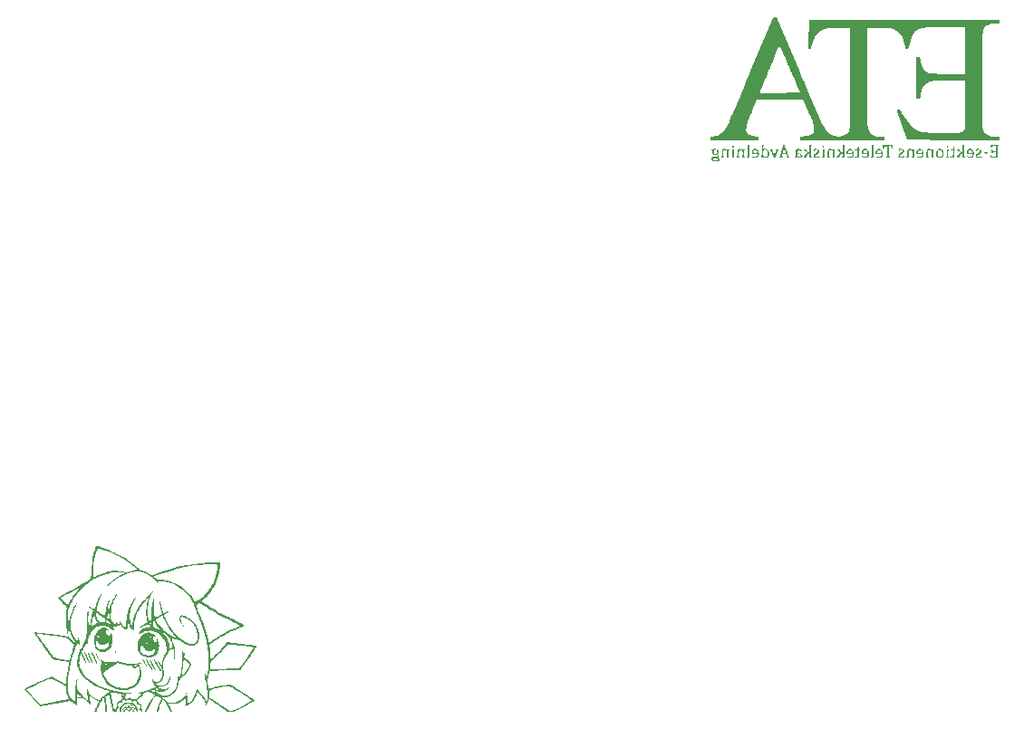
<source format=gbr>
%TF.GenerationSoftware,KiCad,Pcbnew,(6.0.0)*%
%TF.CreationDate,2022-06-20T15:54:39+02:00*%
%TF.ProjectId,PulseOximeter,50756c73-654f-4786-996d-657465722e6b,rev?*%
%TF.SameCoordinates,Original*%
%TF.FileFunction,Legend,Bot*%
%TF.FilePolarity,Positive*%
%FSLAX46Y46*%
G04 Gerber Fmt 4.6, Leading zero omitted, Abs format (unit mm)*
G04 Created by KiCad (PCBNEW (6.0.0)) date 2022-06-20 15:54:39*
%MOMM*%
%LPD*%
G01*
G04 APERTURE LIST*
G04 APERTURE END LIST*
%TO.C,G\u002A\u002A\u002A*%
G36*
X88704874Y-124524606D02*
G01*
X88742923Y-124571968D01*
X88775970Y-124593815D01*
X88782513Y-124594801D01*
X88801719Y-124623781D01*
X88799936Y-124628485D01*
X88769875Y-124623340D01*
X88714450Y-124589226D01*
X88627181Y-124524706D01*
X88540412Y-124607837D01*
X88526429Y-124621627D01*
X88479280Y-124683718D01*
X88481743Y-124724827D01*
X88486708Y-124731700D01*
X88480153Y-124752461D01*
X88422051Y-124758687D01*
X88412255Y-124758598D01*
X88361250Y-124750557D01*
X88364357Y-124728588D01*
X88370589Y-124719024D01*
X88359848Y-124673744D01*
X88301341Y-124602418D01*
X88208227Y-124506348D01*
X88112840Y-124598801D01*
X88067561Y-124646316D01*
X88039408Y-124694505D01*
X88049460Y-124729819D01*
X88055686Y-124737840D01*
X88058503Y-124761999D01*
X88011440Y-124768385D01*
X87953631Y-124751758D01*
X87889549Y-124680587D01*
X87882454Y-124669045D01*
X87842892Y-124619610D01*
X87814741Y-124606969D01*
X87802861Y-124598524D01*
X87805139Y-124551355D01*
X87812518Y-124533096D01*
X87899771Y-124533096D01*
X87912922Y-124559637D01*
X87954661Y-124605375D01*
X87970713Y-124619412D01*
X88003229Y-124635908D01*
X88035420Y-124617859D01*
X88084660Y-124559079D01*
X88128990Y-124496399D01*
X88133662Y-124479128D01*
X88237178Y-124479128D01*
X88325466Y-124567417D01*
X88413754Y-124655705D01*
X88568796Y-124452435D01*
X88492215Y-124392197D01*
X88455920Y-124364368D01*
X88404807Y-124337539D01*
X88362811Y-124350699D01*
X88306307Y-124405544D01*
X88259185Y-124455703D01*
X88237178Y-124479128D01*
X88133662Y-124479128D01*
X88139998Y-124455703D01*
X88119540Y-124422878D01*
X88091973Y-124403015D01*
X88052719Y-124407206D01*
X87989541Y-124446570D01*
X87974472Y-124457621D01*
X87921272Y-124503149D01*
X87899771Y-124533096D01*
X87812518Y-124533096D01*
X87822359Y-124508745D01*
X87853492Y-124494996D01*
X87873171Y-124491597D01*
X87923212Y-124455156D01*
X87982794Y-124391100D01*
X87983865Y-124389770D01*
X88047279Y-124318915D01*
X88095304Y-124279568D01*
X88120580Y-124276068D01*
X88115747Y-124312750D01*
X88115767Y-124342554D01*
X88147422Y-124390434D01*
X88177800Y-124408875D01*
X88215340Y-124400919D01*
X88270072Y-124353119D01*
X88304996Y-124315274D01*
X88326711Y-124271658D01*
X88310847Y-124234639D01*
X88295938Y-124210580D01*
X88312638Y-124196674D01*
X88377444Y-124195062D01*
X88396563Y-124195892D01*
X88451595Y-124206663D01*
X88452873Y-124229771D01*
X88449562Y-124235047D01*
X88461430Y-124278053D01*
X88525190Y-124340370D01*
X88623917Y-124419147D01*
X88668855Y-124354989D01*
X88674551Y-124346753D01*
X88695873Y-124303827D01*
X88684766Y-124265619D01*
X88636223Y-124209866D01*
X88621153Y-124193547D01*
X88581787Y-124142229D01*
X88573204Y-124114349D01*
X88581157Y-124115823D01*
X88622587Y-124145935D01*
X88689614Y-124205431D01*
X88772377Y-124285822D01*
X88808779Y-124321550D01*
X88892810Y-124396377D01*
X88958619Y-124444193D01*
X88995739Y-124456980D01*
X89016538Y-124450375D01*
X89031408Y-124457175D01*
X89009175Y-124494721D01*
X88947659Y-124568051D01*
X88895829Y-124629237D01*
X88866611Y-124677479D01*
X88872603Y-124708832D01*
X88910825Y-124736960D01*
X88934936Y-124755611D01*
X88927090Y-124767500D01*
X88914960Y-124766111D01*
X88872890Y-124736755D01*
X88856831Y-124720860D01*
X88821711Y-124736755D01*
X88805840Y-124749313D01*
X88749993Y-124768385D01*
X88743911Y-124752993D01*
X88770503Y-124704116D01*
X88827560Y-124630742D01*
X88945214Y-124493099D01*
X88790874Y-124332003D01*
X88725201Y-124393701D01*
X88686401Y-124434280D01*
X88681944Y-124452435D01*
X88677052Y-124472366D01*
X88704874Y-124524606D01*
G37*
G36*
X90903056Y-117713552D02*
G01*
X90834546Y-117707700D01*
X90804760Y-117702819D01*
X90741491Y-117710570D01*
X90692962Y-117756288D01*
X90689718Y-117759344D01*
X90670686Y-117787657D01*
X90652192Y-117848804D01*
X90636324Y-117901267D01*
X90650838Y-118002018D01*
X90654503Y-118027455D01*
X90724511Y-118158071D01*
X90744088Y-118183082D01*
X90830485Y-118258512D01*
X90911304Y-118279372D01*
X90978718Y-118248501D01*
X91024905Y-118168735D01*
X91042039Y-118042914D01*
X91043664Y-117994660D01*
X91053327Y-117928071D01*
X91068796Y-117901948D01*
X91081082Y-117910837D01*
X91109671Y-117960821D01*
X91140150Y-118040149D01*
X91200613Y-118280115D01*
X91203634Y-118292104D01*
X91220735Y-118445486D01*
X91233669Y-118561494D01*
X91231815Y-118614777D01*
X91227419Y-118741123D01*
X91224694Y-118819426D01*
X91223865Y-118823625D01*
X91199032Y-118949370D01*
X91196164Y-118963890D01*
X91181794Y-119036655D01*
X91177754Y-119057112D01*
X91093893Y-119265761D01*
X90974157Y-119436584D01*
X90948443Y-119463844D01*
X90827578Y-119570246D01*
X90702109Y-119637514D01*
X90550247Y-119678060D01*
X90412724Y-119695892D01*
X90157407Y-119691709D01*
X89915015Y-119640446D01*
X89695553Y-119544708D01*
X89509028Y-119407098D01*
X89464221Y-119363671D01*
X89367530Y-119255851D01*
X89302316Y-119150474D01*
X89262839Y-119032540D01*
X89245863Y-118905728D01*
X89486279Y-118905728D01*
X89487897Y-118967184D01*
X89508091Y-119082692D01*
X89557856Y-119180305D01*
X89645372Y-119273123D01*
X89778819Y-119374247D01*
X89843928Y-119417956D01*
X89913938Y-119457022D01*
X89982434Y-119479055D01*
X90069317Y-119489844D01*
X90194487Y-119495181D01*
X90363799Y-119493046D01*
X90504445Y-119470724D01*
X90617437Y-119423692D01*
X90717277Y-119347861D01*
X90798223Y-119252305D01*
X90851175Y-119125054D01*
X90861642Y-119021523D01*
X90990066Y-119021523D01*
X90993548Y-119056052D01*
X91002299Y-119060604D01*
X91012944Y-119036655D01*
X91010845Y-119021253D01*
X90993548Y-119017259D01*
X90990066Y-119021523D01*
X90861642Y-119021523D01*
X90867469Y-118963890D01*
X90867469Y-118832990D01*
X90960283Y-118832990D01*
X90964796Y-118849032D01*
X90998397Y-118891180D01*
X91037545Y-118930250D01*
X91065606Y-118949370D01*
X91061092Y-118933328D01*
X91027492Y-118891180D01*
X90988344Y-118852110D01*
X90960283Y-118832990D01*
X90867469Y-118832990D01*
X90867469Y-118800949D01*
X90775569Y-118896348D01*
X90743815Y-118929311D01*
X90621720Y-119034330D01*
X90478381Y-119102522D01*
X90315786Y-119123941D01*
X90190823Y-119104827D01*
X90042580Y-119036612D01*
X89906748Y-118927759D01*
X89794460Y-118787541D01*
X89746634Y-118687515D01*
X89912860Y-118687515D01*
X89917374Y-118703557D01*
X89950974Y-118745705D01*
X89990122Y-118784774D01*
X90018183Y-118803895D01*
X90013670Y-118787853D01*
X89980069Y-118745705D01*
X89940922Y-118706635D01*
X89912860Y-118687515D01*
X89746634Y-118687515D01*
X89716854Y-118625231D01*
X89713079Y-118614777D01*
X89790951Y-118614777D01*
X89805499Y-118629324D01*
X89820046Y-118614777D01*
X89805499Y-118600229D01*
X89790951Y-118614777D01*
X89713079Y-118614777D01*
X89698088Y-118573267D01*
X89668976Y-118508966D01*
X89648495Y-118483849D01*
X89637167Y-118491119D01*
X89601726Y-118535735D01*
X89570668Y-118585682D01*
X89557100Y-118607503D01*
X89533981Y-118652190D01*
X89497417Y-118766151D01*
X89486279Y-118905728D01*
X89245863Y-118905728D01*
X89243362Y-118887045D01*
X89238145Y-118698989D01*
X89242208Y-118585682D01*
X89383620Y-118585682D01*
X89398168Y-118600229D01*
X89412715Y-118585682D01*
X89398168Y-118571134D01*
X89383620Y-118585682D01*
X89242208Y-118585682D01*
X89246676Y-118461103D01*
X89250090Y-118436644D01*
X89383620Y-118436644D01*
X89389530Y-118460291D01*
X89427263Y-118483849D01*
X89447144Y-118482635D01*
X89470905Y-118472864D01*
X89463422Y-118460522D01*
X89427263Y-118425659D01*
X89423033Y-118422193D01*
X89391273Y-118405770D01*
X89383620Y-118436644D01*
X89250090Y-118436644D01*
X89267470Y-118312112D01*
X89429279Y-118312112D01*
X89436583Y-118331423D01*
X89479502Y-118364548D01*
X89515419Y-118385564D01*
X89526075Y-118386480D01*
X89493419Y-118350631D01*
X89456984Y-118319633D01*
X89429279Y-118312112D01*
X89267470Y-118312112D01*
X89276801Y-118245248D01*
X89331538Y-118057932D01*
X89340751Y-118038622D01*
X89470905Y-118038622D01*
X89471692Y-118042019D01*
X89500467Y-118078097D01*
X89562347Y-118136191D01*
X89645955Y-118205461D01*
X89647508Y-118206682D01*
X89739155Y-118281128D01*
X89858421Y-118381300D01*
X89864458Y-118386480D01*
X89965137Y-118472864D01*
X89990042Y-118494233D01*
X90118750Y-118606965D01*
X90122365Y-118610169D01*
X90127612Y-118614777D01*
X90229655Y-118704392D01*
X90295482Y-118759999D01*
X90321075Y-118777854D01*
X90307662Y-118758819D01*
X90256472Y-118703759D01*
X90198438Y-118645432D01*
X90086525Y-118539303D01*
X89959302Y-118423997D01*
X89834594Y-118315900D01*
X89736836Y-118233512D01*
X89639136Y-118151166D01*
X89563771Y-118087637D01*
X89521822Y-118052266D01*
X89488792Y-118031449D01*
X89470905Y-118038622D01*
X89340751Y-118038622D01*
X89392743Y-117929655D01*
X89533800Y-117929655D01*
X89556325Y-117963621D01*
X89612233Y-118015051D01*
X89708331Y-118092369D01*
X89749775Y-118126151D01*
X89851067Y-118213704D01*
X89975209Y-118325406D01*
X90110231Y-118450412D01*
X90244164Y-118577876D01*
X90339678Y-118668685D01*
X90446228Y-118765995D01*
X90460006Y-118777854D01*
X90490260Y-118803895D01*
X90532667Y-118840396D01*
X90591933Y-118885857D01*
X90616967Y-118896348D01*
X90605485Y-118870800D01*
X90558206Y-118814332D01*
X90482515Y-118736330D01*
X90386401Y-118645489D01*
X90296500Y-118560984D01*
X90218810Y-118482233D01*
X90169718Y-118425659D01*
X90232906Y-118425659D01*
X90237420Y-118441701D01*
X90271020Y-118483849D01*
X90310168Y-118522919D01*
X90338229Y-118542039D01*
X90333715Y-118525997D01*
X90300115Y-118483849D01*
X90260967Y-118444779D01*
X90232906Y-118425659D01*
X90169718Y-118425659D01*
X90168810Y-118424613D01*
X90154531Y-118396740D01*
X90143365Y-118369916D01*
X90095313Y-118315848D01*
X90019724Y-118243637D01*
X89926591Y-118161565D01*
X89825904Y-118077920D01*
X89727654Y-118000986D01*
X89641833Y-117939048D01*
X89578431Y-117900391D01*
X89547440Y-117893302D01*
X89537851Y-117904732D01*
X89533800Y-117929655D01*
X89392743Y-117929655D01*
X89413853Y-117885411D01*
X89452370Y-117823902D01*
X89501880Y-117763418D01*
X89648166Y-117763418D01*
X89662994Y-117785024D01*
X89706149Y-117826886D01*
X89783225Y-117894502D01*
X89899819Y-117993374D01*
X90019617Y-118096957D01*
X90165280Y-118227305D01*
X90315774Y-118365510D01*
X90452625Y-118494811D01*
X90497485Y-118537659D01*
X90502205Y-118542039D01*
X90597469Y-118630440D01*
X90677939Y-118701273D01*
X90731583Y-118743859D01*
X90751089Y-118751901D01*
X90734565Y-118726496D01*
X90680678Y-118667734D01*
X90656833Y-118643872D01*
X90911112Y-118643872D01*
X90996566Y-118738431D01*
X91008922Y-118751901D01*
X91020414Y-118764429D01*
X91068004Y-118813511D01*
X91091125Y-118832990D01*
X91091450Y-118832988D01*
X91098462Y-118823625D01*
X91071773Y-118791381D01*
X91005671Y-118729327D01*
X90911112Y-118643872D01*
X90656833Y-118643872D01*
X90596365Y-118583361D01*
X90488840Y-118479953D01*
X90365319Y-118364086D01*
X90233016Y-118242335D01*
X90099146Y-118121274D01*
X90065108Y-118091066D01*
X90212830Y-118091066D01*
X90298285Y-118185625D01*
X90322132Y-118211623D01*
X90369722Y-118260705D01*
X90392844Y-118280184D01*
X90393169Y-118280182D01*
X90400181Y-118270818D01*
X90373491Y-118238574D01*
X90307389Y-118176520D01*
X90212830Y-118091066D01*
X90065108Y-118091066D01*
X89970925Y-118007480D01*
X89855567Y-117907527D01*
X89851166Y-117903853D01*
X89994838Y-117903853D01*
X90020001Y-117938316D01*
X90046630Y-117969350D01*
X90070917Y-117989233D01*
X90076022Y-117988755D01*
X90076219Y-117969799D01*
X90030986Y-117927331D01*
X90009904Y-117911078D01*
X89994838Y-117903853D01*
X89851166Y-117903853D01*
X89760287Y-117827991D01*
X89692301Y-117775448D01*
X89662167Y-117758367D01*
X89827180Y-117758367D01*
X89834594Y-117785567D01*
X89840571Y-117794180D01*
X89867123Y-117814662D01*
X89871103Y-117812768D01*
X89863689Y-117785567D01*
X89857711Y-117776955D01*
X89831160Y-117756472D01*
X89827180Y-117758367D01*
X89662167Y-117758367D01*
X89658824Y-117756472D01*
X89656069Y-117756567D01*
X89648166Y-117763418D01*
X89501880Y-117763418D01*
X89583477Y-117663736D01*
X89648844Y-117605980D01*
X89808599Y-117605980D01*
X89816788Y-117625928D01*
X89861239Y-117676849D01*
X89935739Y-117748545D01*
X90009310Y-117812768D01*
X90031744Y-117832351D01*
X90047104Y-117845276D01*
X90165264Y-117947621D01*
X90190101Y-117969799D01*
X90306216Y-118073485D01*
X90453602Y-118208115D01*
X90520604Y-118270818D01*
X90591066Y-118336759D01*
X90911112Y-118640896D01*
X90637146Y-118359518D01*
X90755070Y-118359518D01*
X90765708Y-118380329D01*
X90816992Y-118439835D01*
X90910331Y-118538034D01*
X90968805Y-118597540D01*
X91012092Y-118640896D01*
X91045078Y-118673935D01*
X91098905Y-118726283D01*
X91121271Y-118745705D01*
X91131823Y-118741123D01*
X91118665Y-118705996D01*
X91061624Y-118637692D01*
X91038745Y-118614777D01*
X91100230Y-118614777D01*
X91114777Y-118629324D01*
X91129325Y-118614777D01*
X91114777Y-118600229D01*
X91100230Y-118614777D01*
X91038745Y-118614777D01*
X90962028Y-118537941D01*
X90952941Y-118529287D01*
X90856799Y-118440206D01*
X90954754Y-118440206D01*
X90969302Y-118454754D01*
X90983849Y-118440206D01*
X90969302Y-118425659D01*
X90954754Y-118440206D01*
X90856799Y-118440206D01*
X90850096Y-118433995D01*
X90826428Y-118413832D01*
X91057336Y-118413832D01*
X91075692Y-118440206D01*
X91086002Y-118455020D01*
X91089070Y-118457543D01*
X91121434Y-118474937D01*
X91129325Y-118445486D01*
X91119191Y-118404439D01*
X91089468Y-118378314D01*
X91058918Y-118392793D01*
X91057336Y-118413832D01*
X90826428Y-118413832D01*
X90783669Y-118377406D01*
X90755070Y-118359518D01*
X90637146Y-118359518D01*
X90620161Y-118342073D01*
X90554224Y-118274760D01*
X90394328Y-118114863D01*
X90243546Y-117968547D01*
X90107085Y-117840533D01*
X90002929Y-117747019D01*
X90125545Y-117747019D01*
X90386794Y-118013601D01*
X90402695Y-118029811D01*
X90499373Y-118127635D01*
X90579185Y-118207178D01*
X90634226Y-118260631D01*
X90656594Y-118280184D01*
X90657761Y-118280115D01*
X90655588Y-118260024D01*
X90617088Y-118209304D01*
X90549115Y-118135433D01*
X90458523Y-118045886D01*
X90352165Y-117948137D01*
X90125545Y-117747019D01*
X90002929Y-117747019D01*
X89990152Y-117735547D01*
X89897955Y-117658310D01*
X89835702Y-117613547D01*
X89808599Y-117605980D01*
X89648844Y-117605980D01*
X89725488Y-117538259D01*
X89892784Y-117538259D01*
X89978239Y-117632818D01*
X90002086Y-117658816D01*
X90049676Y-117707899D01*
X90072798Y-117727377D01*
X90073123Y-117727375D01*
X90080135Y-117718012D01*
X90053446Y-117685768D01*
X89987343Y-117623714D01*
X89892784Y-117538259D01*
X89725488Y-117538259D01*
X89733854Y-117530867D01*
X89994617Y-117530867D01*
X89994671Y-117531150D01*
X90016795Y-117555775D01*
X90073320Y-117611154D01*
X90155970Y-117689338D01*
X90186943Y-117718012D01*
X90256472Y-117782380D01*
X90264694Y-117789909D01*
X90363495Y-117878724D01*
X90444107Y-117948215D01*
X90498421Y-117991581D01*
X90518328Y-118002018D01*
X90513796Y-117993454D01*
X90476846Y-117951349D01*
X90410762Y-117885089D01*
X90325288Y-117804635D01*
X90293811Y-117775879D01*
X90167682Y-117662865D01*
X90073654Y-117582603D01*
X90014906Y-117537726D01*
X89994617Y-117530867D01*
X89733854Y-117530867D01*
X89739597Y-117525793D01*
X89829655Y-117471322D01*
X90095498Y-117471322D01*
X90101309Y-117484151D01*
X90141048Y-117529193D01*
X90210176Y-117597696D01*
X90300145Y-117680905D01*
X90366506Y-117739194D01*
X90444897Y-117803839D01*
X90498482Y-117842667D01*
X90518328Y-117848804D01*
X90513734Y-117838498D01*
X90477405Y-117795623D01*
X90414312Y-117732631D01*
X90335831Y-117659677D01*
X90253335Y-117586915D01*
X90178198Y-117524499D01*
X90121794Y-117482583D01*
X90095498Y-117471322D01*
X89829655Y-117471322D01*
X89838940Y-117465706D01*
X90258107Y-117465706D01*
X90272936Y-117487855D01*
X90319072Y-117539719D01*
X90387400Y-117610997D01*
X90392103Y-117615763D01*
X90464245Y-117686834D01*
X90519141Y-117737287D01*
X90545236Y-117756472D01*
X90545788Y-117756288D01*
X90530960Y-117734139D01*
X90484823Y-117682275D01*
X90416495Y-117610997D01*
X90411793Y-117606230D01*
X90339651Y-117535160D01*
X90299120Y-117497909D01*
X90415408Y-117497909D01*
X90429910Y-117528880D01*
X90474685Y-117581902D01*
X90494142Y-117601438D01*
X90550626Y-117649819D01*
X90587405Y-117669187D01*
X90592153Y-117665894D01*
X90577651Y-117634924D01*
X90545160Y-117596449D01*
X90634708Y-117596449D01*
X90649256Y-117610997D01*
X90663803Y-117596449D01*
X90649256Y-117581902D01*
X90634708Y-117596449D01*
X90545160Y-117596449D01*
X90532876Y-117581902D01*
X90513419Y-117562366D01*
X90456935Y-117513985D01*
X90420156Y-117494617D01*
X90415408Y-117497909D01*
X90299120Y-117497909D01*
X90284755Y-117484706D01*
X90258660Y-117465521D01*
X90258107Y-117465706D01*
X89838940Y-117465706D01*
X89902220Y-117427431D01*
X90065522Y-117378526D01*
X90261756Y-117369499D01*
X90463927Y-117404125D01*
X90658289Y-117479934D01*
X90831100Y-117594455D01*
X90833275Y-117596449D01*
X90887076Y-117645761D01*
X90901320Y-117665894D01*
X90920572Y-117693107D01*
X90903056Y-117713552D01*
G37*
G36*
X84974426Y-119198802D02*
G01*
X85009014Y-119249827D01*
X85073838Y-119361214D01*
X85146068Y-119499591D01*
X85220701Y-119653787D01*
X85292732Y-119812629D01*
X85357156Y-119964946D01*
X85408968Y-120099564D01*
X85443164Y-120205312D01*
X85454739Y-120271018D01*
X85449616Y-120283979D01*
X85424095Y-120267374D01*
X85381001Y-120210456D01*
X85324580Y-120121001D01*
X85259081Y-120006782D01*
X85188751Y-119875575D01*
X85117837Y-119735152D01*
X85050587Y-119593290D01*
X84991249Y-119457761D01*
X84944070Y-119336341D01*
X84934214Y-119307188D01*
X84912457Y-119219265D01*
X84912839Y-119167663D01*
X84933963Y-119158727D01*
X84974426Y-119198802D01*
G37*
G36*
X89950974Y-118213352D02*
G01*
X89951860Y-118213968D01*
X90030198Y-118276173D01*
X90096450Y-118340734D01*
X90154640Y-118407565D01*
X90067354Y-118347015D01*
X90066469Y-118346399D01*
X89988131Y-118284194D01*
X89921879Y-118219633D01*
X89863689Y-118152802D01*
X89950974Y-118213352D01*
G37*
G36*
X83302750Y-115297938D02*
G01*
X83288202Y-115312486D01*
X83273655Y-115297938D01*
X83288202Y-115283391D01*
X83302750Y-115297938D01*
G37*
G36*
X90756417Y-119864331D02*
G01*
X90807850Y-119909587D01*
X90879401Y-119991713D01*
X90965285Y-120103992D01*
X91059717Y-120239703D01*
X91065589Y-120248574D01*
X91131370Y-120354267D01*
X91203511Y-120479349D01*
X91276003Y-120612246D01*
X91342842Y-120741385D01*
X91398020Y-120855192D01*
X91435532Y-120942093D01*
X91449370Y-120990515D01*
X91447314Y-120998190D01*
X91421328Y-120992058D01*
X91372364Y-120951236D01*
X91309125Y-120884624D01*
X91240317Y-120801120D01*
X91174641Y-120709622D01*
X91153466Y-120676775D01*
X91091235Y-120573679D01*
X91021308Y-120450774D01*
X90948912Y-120318106D01*
X90879270Y-120185721D01*
X90817608Y-120063667D01*
X90769151Y-119961990D01*
X90739125Y-119890737D01*
X90732753Y-119859954D01*
X90756417Y-119864331D01*
G37*
G36*
X90086031Y-119892789D02*
G01*
X90142192Y-119967080D01*
X90210315Y-120068222D01*
X90285441Y-120187870D01*
X90362613Y-120317681D01*
X90436871Y-120449307D01*
X90503259Y-120574405D01*
X90556817Y-120684629D01*
X90592588Y-120771633D01*
X90605613Y-120827074D01*
X90602053Y-120851830D01*
X90583218Y-120855659D01*
X90545112Y-120819873D01*
X90484293Y-120740979D01*
X90397319Y-120615478D01*
X90350725Y-120543724D01*
X90269733Y-120407632D01*
X90192541Y-120265420D01*
X90124537Y-120128193D01*
X90071111Y-120007058D01*
X90037650Y-119913119D01*
X90029543Y-119857482D01*
X90046789Y-119853695D01*
X90086031Y-119892789D01*
G37*
G36*
X88442721Y-123912515D02*
G01*
X88625610Y-123930206D01*
X88774939Y-123974285D01*
X88907537Y-124051285D01*
X89040235Y-124167739D01*
X89043118Y-124170636D01*
X89163020Y-124325079D01*
X89240032Y-124497230D01*
X89267240Y-124671735D01*
X89264713Y-124721696D01*
X89245793Y-124759562D01*
X89197806Y-124768385D01*
X89184270Y-124768007D01*
X89146385Y-124755554D01*
X89124083Y-124714531D01*
X89107752Y-124630184D01*
X89102832Y-124599278D01*
X89063094Y-124441457D01*
X89000893Y-124322773D01*
X88908848Y-124228316D01*
X88834855Y-124176202D01*
X88660247Y-124093087D01*
X88472827Y-124048192D01*
X88288362Y-124044398D01*
X88122621Y-124084589D01*
X88065271Y-124111862D01*
X87918413Y-124216010D01*
X87801956Y-124350171D01*
X87725025Y-124502032D01*
X87696745Y-124659279D01*
X87692119Y-124729207D01*
X87671407Y-124761381D01*
X87623368Y-124768385D01*
X87603040Y-124767841D01*
X87568207Y-124756271D01*
X87553596Y-124717680D01*
X87550630Y-124636523D01*
X87550693Y-124627803D01*
X87581357Y-124442905D01*
X87664141Y-124270006D01*
X87793301Y-124118024D01*
X87963095Y-123995881D01*
X88007171Y-123972151D01*
X88081222Y-123939062D01*
X88155051Y-123920533D01*
X88248107Y-123912621D01*
X88379840Y-123911382D01*
X88442721Y-123912515D01*
G37*
G36*
X99025725Y-116818205D02*
G01*
X98883162Y-116875233D01*
X98808885Y-116904015D01*
X98649920Y-116971968D01*
X98454422Y-117061195D01*
X98231319Y-117167293D01*
X97989542Y-117285860D01*
X97738019Y-117412493D01*
X97485679Y-117542789D01*
X97241450Y-117672346D01*
X97014262Y-117796761D01*
X96881458Y-117872870D01*
X96703146Y-117979765D01*
X96519086Y-118094374D01*
X96340548Y-118209410D01*
X96178806Y-118317587D01*
X96045130Y-118411619D01*
X95950793Y-118484219D01*
X95945383Y-118514452D01*
X95946899Y-118591465D01*
X95955451Y-118702556D01*
X95970357Y-118835485D01*
X95984911Y-118960632D01*
X96004172Y-119156195D01*
X96021197Y-119360516D01*
X96033488Y-119545495D01*
X96054193Y-119923406D01*
X96232137Y-119732019D01*
X96266597Y-119695060D01*
X96356423Y-119599150D01*
X96473438Y-119474568D01*
X96609349Y-119330131D01*
X96755866Y-119174655D01*
X96904697Y-119016953D01*
X96998457Y-118917495D01*
X97136184Y-118770711D01*
X97261092Y-118636795D01*
X97366370Y-118523082D01*
X97445211Y-118436907D01*
X97490804Y-118385604D01*
X97582295Y-118277934D01*
X97781755Y-118296209D01*
X97833374Y-118301224D01*
X97958384Y-118314355D01*
X98117194Y-118331835D01*
X98294708Y-118351989D01*
X98475831Y-118373145D01*
X98504607Y-118376554D01*
X98696555Y-118399185D01*
X98925322Y-118426008D01*
X99173072Y-118454940D01*
X99421970Y-118483898D01*
X99654181Y-118510798D01*
X100337916Y-118589790D01*
X100336454Y-118660474D01*
X100320159Y-118700422D01*
X100285575Y-118760252D01*
X100271153Y-118785202D01*
X100191217Y-118911553D01*
X100082137Y-119076772D01*
X99945702Y-119278152D01*
X99783696Y-119512990D01*
X99597907Y-119778580D01*
X99490756Y-119930779D01*
X99342961Y-120140483D01*
X99207619Y-120332257D01*
X99088230Y-120501153D01*
X98988295Y-120642226D01*
X98911315Y-120750529D01*
X98860792Y-120821115D01*
X98840227Y-120849039D01*
X98838964Y-120849750D01*
X98798472Y-120855312D01*
X98706299Y-120862065D01*
X98568097Y-120869761D01*
X98389514Y-120878147D01*
X98176200Y-120886974D01*
X97933806Y-120895991D01*
X97667981Y-120904947D01*
X97384375Y-120913593D01*
X97186872Y-120919304D01*
X96887064Y-120928141D01*
X96637989Y-120936079D01*
X96434933Y-120943672D01*
X96273179Y-120951475D01*
X96148013Y-120960040D01*
X96054721Y-120969922D01*
X95988586Y-120981673D01*
X95944895Y-120995849D01*
X95918931Y-121013001D01*
X95905981Y-121033684D01*
X95901328Y-121058452D01*
X95900258Y-121087858D01*
X95900209Y-121089146D01*
X95892741Y-121141529D01*
X95874703Y-121236763D01*
X95848712Y-121361727D01*
X95817385Y-121503301D01*
X95736060Y-121860553D01*
X95788514Y-122128845D01*
X95798955Y-122184064D01*
X95820640Y-122312102D01*
X95835869Y-122421299D01*
X95841848Y-122492609D01*
X95841959Y-122498052D01*
X95854549Y-122566440D01*
X95881293Y-122602880D01*
X95884309Y-122603570D01*
X95932760Y-122598163D01*
X96022895Y-122577734D01*
X96142997Y-122545195D01*
X96281350Y-122503459D01*
X96371355Y-122475531D01*
X96557053Y-122422554D01*
X96730807Y-122381384D01*
X96910143Y-122348615D01*
X97112589Y-122320842D01*
X97355671Y-122294656D01*
X97443349Y-122285483D01*
X97578789Y-122269330D01*
X97692459Y-122253456D01*
X97766260Y-122240258D01*
X97778204Y-122237689D01*
X97804297Y-122234713D01*
X97833961Y-122237495D01*
X97871732Y-122248611D01*
X97922143Y-122270636D01*
X97989730Y-122306147D01*
X98079027Y-122357719D01*
X98194569Y-122427927D01*
X98340890Y-122519347D01*
X98522524Y-122634556D01*
X98744006Y-122776128D01*
X99009872Y-122946639D01*
X99266866Y-123112288D01*
X99534527Y-123286845D01*
X99753796Y-123432428D01*
X99924377Y-123548833D01*
X100045975Y-123635858D01*
X100118295Y-123693302D01*
X100137378Y-123716508D01*
X100141041Y-123720962D01*
X100120183Y-123749877D01*
X100059394Y-123797163D01*
X99973947Y-123847600D01*
X99919887Y-123876408D01*
X99811563Y-123935730D01*
X99673876Y-124012275D01*
X99518961Y-124099284D01*
X99358953Y-124190003D01*
X99266841Y-124241951D01*
X99080207Y-124344645D01*
X98890610Y-124446144D01*
X98715765Y-124537027D01*
X98573386Y-124607870D01*
X98243070Y-124766329D01*
X97659808Y-124768385D01*
X97274111Y-124491744D01*
X97189474Y-124431667D01*
X97038240Y-124326603D01*
X96873204Y-124214188D01*
X96701236Y-124098890D01*
X96529208Y-123985172D01*
X96363992Y-123877502D01*
X96212458Y-123780343D01*
X96081478Y-123698161D01*
X95977922Y-123635422D01*
X95908663Y-123596591D01*
X95880572Y-123586134D01*
X95870244Y-123609573D01*
X95849121Y-123675950D01*
X95823676Y-123767798D01*
X95762484Y-123955557D01*
X95685906Y-124117535D01*
X95601611Y-124237400D01*
X95597530Y-124241786D01*
X95548840Y-124284361D01*
X95513344Y-124301817D01*
X95502804Y-124291798D01*
X95528980Y-124251948D01*
X95536642Y-124243115D01*
X95588772Y-124175550D01*
X95613424Y-124115720D01*
X95610246Y-124049062D01*
X95578890Y-123961011D01*
X95519005Y-123837005D01*
X95499326Y-123799153D01*
X95386929Y-123607092D01*
X95248857Y-123400211D01*
X95099178Y-123198709D01*
X94951962Y-123022787D01*
X94844721Y-122904085D01*
X94752993Y-123147938D01*
X94712363Y-123248042D01*
X94598299Y-123475613D01*
X94463035Y-123688090D01*
X94314540Y-123874947D01*
X94160784Y-124025656D01*
X94009737Y-124129690D01*
X93940715Y-124159161D01*
X93801624Y-124196822D01*
X93654789Y-124217284D01*
X93529668Y-124215292D01*
X93413288Y-124198613D01*
X93533585Y-124176010D01*
X93591558Y-124163138D01*
X93639158Y-124138781D01*
X93670331Y-124090705D01*
X93700757Y-124002649D01*
X93712893Y-123955647D01*
X93734168Y-123837109D01*
X93752066Y-123693570D01*
X93763644Y-123546392D01*
X93779655Y-123240894D01*
X93703386Y-123382311D01*
X93697933Y-123392277D01*
X93558723Y-123583967D01*
X93367720Y-123752171D01*
X93127122Y-123894934D01*
X92865818Y-123998292D01*
X92587749Y-124053444D01*
X92306714Y-124052250D01*
X92213834Y-124045421D01*
X92144899Y-124045732D01*
X92118557Y-124053451D01*
X92119426Y-124061109D01*
X92141300Y-124115689D01*
X92181479Y-124183643D01*
X92224985Y-124238878D01*
X92244839Y-124264660D01*
X92264033Y-124320319D01*
X92274965Y-124362455D01*
X92306462Y-124440698D01*
X92351318Y-124535625D01*
X92388517Y-124610814D01*
X92424467Y-124693872D01*
X92433301Y-124741508D01*
X92415899Y-124763077D01*
X92373139Y-124767934D01*
X92370108Y-124767836D01*
X92342713Y-124758831D01*
X92311672Y-124730519D01*
X92272694Y-124676261D01*
X92221490Y-124589420D01*
X92153769Y-124463355D01*
X92065243Y-124291428D01*
X91963311Y-124097198D01*
X91862063Y-123918954D01*
X91777633Y-123787816D01*
X91712174Y-123707340D01*
X91601537Y-123599306D01*
X91521030Y-123700202D01*
X91483083Y-123754303D01*
X91443508Y-123828968D01*
X91403337Y-123927456D01*
X91359575Y-124058015D01*
X91309226Y-124228894D01*
X91249294Y-124448339D01*
X91237341Y-124492956D01*
X91203509Y-124613392D01*
X91177029Y-124690457D01*
X91152770Y-124734313D01*
X91125600Y-124755121D01*
X91090389Y-124763044D01*
X91037597Y-124761399D01*
X91012944Y-124742913D01*
X91013006Y-124741034D01*
X91023241Y-124690687D01*
X91048308Y-124598588D01*
X91084337Y-124476986D01*
X91127458Y-124338131D01*
X91173799Y-124194274D01*
X91219490Y-124057665D01*
X91260661Y-123940553D01*
X91293440Y-123855188D01*
X91333763Y-123767260D01*
X91384901Y-123673452D01*
X91428028Y-123611971D01*
X91429648Y-123610207D01*
X91467490Y-123561933D01*
X91476156Y-123535696D01*
X91465221Y-123528406D01*
X91412892Y-123496710D01*
X91328416Y-123446913D01*
X91223492Y-123385951D01*
X91186177Y-123364430D01*
X91086939Y-123308551D01*
X91022709Y-123277675D01*
X90981650Y-123268514D01*
X90951922Y-123277785D01*
X90921688Y-123302203D01*
X90868354Y-123362055D01*
X90792581Y-123463945D01*
X90701003Y-123597779D01*
X90599719Y-123753937D01*
X90494828Y-123922804D01*
X90392429Y-124094761D01*
X90298620Y-124260191D01*
X90219502Y-124409477D01*
X90156922Y-124532150D01*
X90099854Y-124638593D01*
X90057321Y-124707367D01*
X90023455Y-124746530D01*
X89992386Y-124764141D01*
X89958248Y-124768260D01*
X89903381Y-124763067D01*
X89878236Y-124749105D01*
X89879991Y-124743174D01*
X89901559Y-124695635D01*
X89943840Y-124610024D01*
X90001955Y-124496092D01*
X90071027Y-124363595D01*
X90147953Y-124220953D01*
X90275766Y-123996947D01*
X90405295Y-123784039D01*
X90529925Y-123592620D01*
X90643040Y-123433084D01*
X90738024Y-123315821D01*
X90782293Y-123264800D01*
X90823725Y-123210957D01*
X90835180Y-123186302D01*
X90814584Y-123174424D01*
X90751327Y-123140393D01*
X90656499Y-123090364D01*
X90541136Y-123030198D01*
X90258446Y-122883505D01*
X90010614Y-122960367D01*
X89958245Y-122977368D01*
X89857974Y-123014874D01*
X89788451Y-123047958D01*
X89762319Y-123070984D01*
X89754011Y-123098513D01*
X89711126Y-123167354D01*
X89640256Y-123256769D01*
X89551041Y-123355682D01*
X89453119Y-123453019D01*
X89356128Y-123537704D01*
X89183356Y-123675955D01*
X89239846Y-123767357D01*
X89245866Y-123777366D01*
X89281700Y-123850629D01*
X89296335Y-123905850D01*
X89297123Y-123912176D01*
X89329066Y-123954732D01*
X89393283Y-123993449D01*
X89393880Y-123993700D01*
X89481509Y-124046848D01*
X89556362Y-124117494D01*
X89560349Y-124122579D01*
X89598403Y-124184283D01*
X89612202Y-124252150D01*
X89607235Y-124351427D01*
X89605468Y-124370520D01*
X89606257Y-124484553D01*
X89632348Y-124555092D01*
X89658309Y-124607566D01*
X89673646Y-124688374D01*
X89664066Y-124743739D01*
X89632256Y-124768164D01*
X89591000Y-124746947D01*
X89553770Y-124680925D01*
X89545770Y-124661963D01*
X89492741Y-124598570D01*
X89422759Y-124567138D01*
X89356179Y-124578245D01*
X89343828Y-124583800D01*
X89325430Y-124572710D01*
X89325927Y-124569798D01*
X89354255Y-124537500D01*
X89412715Y-124496610D01*
X89437717Y-124480678D01*
X89487069Y-124426748D01*
X89500000Y-124348785D01*
X89498409Y-124316375D01*
X89461260Y-124205583D01*
X89377592Y-124127485D01*
X89251044Y-124085925D01*
X89117364Y-124065878D01*
X89136491Y-123952667D01*
X89143792Y-123886947D01*
X89130193Y-123825296D01*
X89081823Y-123765662D01*
X89049722Y-123736385D01*
X88975644Y-123698059D01*
X88897260Y-123707809D01*
X88800328Y-123765631D01*
X88700347Y-123839395D01*
X88677169Y-123749947D01*
X88652010Y-123686760D01*
X88590540Y-123630950D01*
X88496192Y-123618654D01*
X88364600Y-123648455D01*
X88329219Y-123661078D01*
X88238084Y-123706906D01*
X88198224Y-123753609D01*
X88188277Y-123788283D01*
X88168545Y-123805725D01*
X88120364Y-123790587D01*
X88095936Y-123772842D01*
X88074342Y-123718404D01*
X88066585Y-123689731D01*
X88020187Y-123652677D01*
X87949591Y-123640853D01*
X87875357Y-123660267D01*
X87844648Y-123679823D01*
X87817290Y-123713685D01*
X87795429Y-123772692D01*
X87771194Y-123872913D01*
X87759625Y-123913026D01*
X87730153Y-123940280D01*
X87667727Y-123934955D01*
X87559168Y-123927542D01*
X87464615Y-123961849D01*
X87404444Y-124042724D01*
X87387937Y-124089289D01*
X87385049Y-124153189D01*
X87414026Y-124230509D01*
X87432943Y-124271726D01*
X87444334Y-124319859D01*
X87425842Y-124362428D01*
X87372313Y-124423255D01*
X87364068Y-124432260D01*
X87307570Y-124517623D01*
X87297557Y-124606428D01*
X87331415Y-124717469D01*
X87338510Y-124746574D01*
X87316240Y-124764173D01*
X87248245Y-124768385D01*
X87204144Y-124767757D01*
X87161469Y-124757053D01*
X87145624Y-124720336D01*
X87143299Y-124641517D01*
X87152967Y-124549250D01*
X87212187Y-124413138D01*
X87248353Y-124351617D01*
X87269990Y-124272745D01*
X87267784Y-124169044D01*
X87268541Y-124067570D01*
X87308478Y-123940715D01*
X87391906Y-123848749D01*
X87515389Y-123796840D01*
X87548006Y-123789174D01*
X87612345Y-123768143D01*
X87637916Y-123749984D01*
X87641388Y-123738623D01*
X87668482Y-123688194D01*
X87713654Y-123617476D01*
X87789392Y-123505870D01*
X87740241Y-123297160D01*
X87691091Y-123088450D01*
X87682295Y-123087248D01*
X87783391Y-123087248D01*
X87783407Y-123087553D01*
X87794264Y-123120638D01*
X87821361Y-123192030D01*
X87859037Y-123286794D01*
X87860720Y-123290947D01*
X87899132Y-123384305D01*
X87928372Y-123452735D01*
X87942228Y-123481683D01*
X87947502Y-123468396D01*
X87957635Y-123411499D01*
X87969254Y-123323954D01*
X87975325Y-123252332D01*
X87975245Y-123174979D01*
X87966075Y-123136140D01*
X87962560Y-123133175D01*
X87920025Y-123112563D01*
X87860051Y-123093774D01*
X87806540Y-123083203D01*
X87783391Y-123087248D01*
X87682295Y-123087248D01*
X87432343Y-123053090D01*
X87397301Y-123048150D01*
X87258667Y-123026138D01*
X87129710Y-123002314D01*
X87034480Y-122981033D01*
X86966786Y-122966617D01*
X86847927Y-122967082D01*
X86741978Y-123010265D01*
X86737184Y-123027419D01*
X86739811Y-123094970D01*
X86752755Y-123205454D01*
X86774528Y-123350608D01*
X86803647Y-123522168D01*
X86838625Y-123711873D01*
X86877978Y-123911459D01*
X86920219Y-124112663D01*
X86963864Y-124307223D01*
X87007426Y-124486874D01*
X87078910Y-124768385D01*
X87000907Y-124768385D01*
X86993072Y-124768330D01*
X86963241Y-124764520D01*
X86939644Y-124748326D01*
X86918329Y-124710907D01*
X86895341Y-124643421D01*
X86866728Y-124537024D01*
X86828535Y-124382875D01*
X86805940Y-124288529D01*
X86757303Y-124071453D01*
X86713039Y-123855523D01*
X86675144Y-123651789D01*
X86645608Y-123471299D01*
X86626425Y-123325106D01*
X86619588Y-123224258D01*
X86619588Y-123112826D01*
X86423196Y-123224968D01*
X86226805Y-123337109D01*
X86236042Y-123507215D01*
X86238450Y-123541095D01*
X86251889Y-123663502D01*
X86272657Y-123809260D01*
X86297367Y-123953723D01*
X86297693Y-123955454D01*
X86333826Y-124229192D01*
X86335487Y-124499256D01*
X86334784Y-124512765D01*
X86327556Y-124634149D01*
X86319099Y-124709393D01*
X86306012Y-124749506D01*
X86284893Y-124765501D01*
X86252341Y-124768385D01*
X86240470Y-124768197D01*
X86202986Y-124758526D01*
X86187843Y-124722661D01*
X86186604Y-124644731D01*
X86187317Y-124625619D01*
X86195780Y-124521427D01*
X86209137Y-124433792D01*
X86212246Y-124395633D01*
X86206658Y-124298219D01*
X86189691Y-124165923D01*
X86162791Y-124011913D01*
X86140764Y-123892287D01*
X86118116Y-123751338D01*
X86102567Y-123632696D01*
X86096615Y-123553666D01*
X86094154Y-123495073D01*
X86083098Y-123445402D01*
X86061107Y-123432557D01*
X86025933Y-123459202D01*
X85975329Y-123528004D01*
X85907047Y-123641628D01*
X85818840Y-123802739D01*
X85708461Y-124014002D01*
X85670129Y-124088960D01*
X85591387Y-124246212D01*
X85519866Y-124393131D01*
X85462193Y-124515997D01*
X85424993Y-124601088D01*
X85386150Y-124692036D01*
X85353863Y-124742914D01*
X85316709Y-124764133D01*
X85262347Y-124768385D01*
X85166902Y-124768385D01*
X85227209Y-124630184D01*
X85233560Y-124615619D01*
X85277775Y-124513966D01*
X85332696Y-124387401D01*
X85387931Y-124259867D01*
X85406973Y-124216525D01*
X85453123Y-124117022D01*
X85490237Y-124044592D01*
X85511649Y-124012559D01*
X85514978Y-124009884D01*
X85545462Y-123969197D01*
X85583589Y-123902442D01*
X85632227Y-123807519D01*
X85551280Y-123778295D01*
X85371636Y-123706270D01*
X85080575Y-123553081D01*
X84835487Y-123372525D01*
X84782895Y-123327062D01*
X84745114Y-123300704D01*
X84730784Y-123308244D01*
X84728628Y-123346986D01*
X84734243Y-123436529D01*
X84751703Y-123558803D01*
X84776984Y-123682372D01*
X84805962Y-123787468D01*
X84834509Y-123854321D01*
X84857395Y-123901884D01*
X84860995Y-124001114D01*
X84841692Y-124078024D01*
X84763229Y-124006331D01*
X84758082Y-124001698D01*
X84691421Y-123946560D01*
X84597753Y-123874201D01*
X84495648Y-123799008D01*
X84492410Y-123796684D01*
X84381700Y-123714906D01*
X84272330Y-123630477D01*
X84187528Y-123561316D01*
X84068527Y-123459255D01*
X83816566Y-123505993D01*
X83564605Y-123552730D01*
X83564605Y-123753227D01*
X83564613Y-123758689D01*
X83567787Y-123857153D01*
X83575596Y-123927108D01*
X83586427Y-123953721D01*
X83589272Y-123954484D01*
X83601534Y-123986037D01*
X83605210Y-124045358D01*
X83600267Y-124106877D01*
X83586671Y-124145021D01*
X83566485Y-124148929D01*
X83516522Y-124131719D01*
X83509158Y-124127737D01*
X83441282Y-124094029D01*
X83358132Y-124055770D01*
X83287820Y-124016027D01*
X83192004Y-123948753D01*
X83096277Y-123870956D01*
X82939061Y-123732390D01*
X81629783Y-123986545D01*
X81408331Y-124029537D01*
X81149775Y-124079742D01*
X80911711Y-124125979D01*
X80700242Y-124167061D01*
X80521476Y-124201802D01*
X80381517Y-124229016D01*
X80286471Y-124247517D01*
X80242443Y-124256118D01*
X80228823Y-124257606D01*
X80203590Y-124253339D01*
X80171399Y-124237358D01*
X80128138Y-124205825D01*
X80069699Y-124154903D01*
X79991970Y-124080755D01*
X79890842Y-123979543D01*
X79762204Y-123847429D01*
X79601947Y-123680578D01*
X79405960Y-123475150D01*
X79383210Y-123451250D01*
X79214395Y-123273169D01*
X79059497Y-123108515D01*
X78922908Y-122962050D01*
X78809025Y-122838535D01*
X78722239Y-122742732D01*
X78678155Y-122692240D01*
X78852816Y-122692240D01*
X78861142Y-122704956D01*
X78904919Y-122754458D01*
X78981892Y-122836632D01*
X79087400Y-122946630D01*
X79216784Y-123079607D01*
X79365387Y-123230717D01*
X79528547Y-123395113D01*
X80217212Y-124085969D01*
X80676189Y-124009870D01*
X80705578Y-124004950D01*
X80912551Y-123968317D01*
X81137898Y-123925660D01*
X81356314Y-123881886D01*
X81542498Y-123841901D01*
X81720770Y-123802408D01*
X81943213Y-123754417D01*
X82167696Y-123707078D01*
X82365536Y-123666505D01*
X82429162Y-123653592D01*
X82569672Y-123624079D01*
X82684482Y-123598578D01*
X82763119Y-123579464D01*
X82795113Y-123569111D01*
X82795396Y-123555631D01*
X82776338Y-123502869D01*
X82738640Y-123427162D01*
X82685617Y-123307482D01*
X82632587Y-123146670D01*
X82585008Y-122964315D01*
X82547665Y-122778786D01*
X82525345Y-122608454D01*
X82508806Y-122412440D01*
X82384629Y-122338946D01*
X82681770Y-122338946D01*
X82682094Y-122417830D01*
X82694769Y-122694282D01*
X82728324Y-122927554D01*
X82786362Y-123127732D01*
X82872489Y-123304903D01*
X82990311Y-123469152D01*
X83072347Y-123555631D01*
X83143431Y-123630564D01*
X83210016Y-123692384D01*
X83295496Y-123767200D01*
X83360245Y-123818378D01*
X83393875Y-123837343D01*
X83403505Y-123831633D01*
X83412676Y-123790704D01*
X83411805Y-123704997D01*
X83401061Y-123568213D01*
X83385802Y-123334979D01*
X83385699Y-123312136D01*
X83535286Y-123312136D01*
X83538855Y-123377500D01*
X83556738Y-123412544D01*
X83599772Y-123422890D01*
X83678793Y-123414162D01*
X83804640Y-123391983D01*
X83878196Y-123377218D01*
X83945731Y-123359051D01*
X83971682Y-123345291D01*
X83971425Y-123344167D01*
X83944447Y-123318656D01*
X83883246Y-123274054D01*
X83802334Y-123219826D01*
X83716220Y-123165434D01*
X83639414Y-123120344D01*
X83586427Y-123094018D01*
X83563120Y-123088846D01*
X83545327Y-123104273D01*
X83537351Y-123154953D01*
X83535510Y-123252328D01*
X83535286Y-123312136D01*
X83385699Y-123312136D01*
X83384131Y-122964456D01*
X83392037Y-122825833D01*
X83567476Y-122825833D01*
X83571024Y-122873871D01*
X83594285Y-122931846D01*
X83649151Y-122989537D01*
X83692759Y-123017070D01*
X83706193Y-123016470D01*
X83687652Y-122978324D01*
X83659886Y-122932915D01*
X83609524Y-122862658D01*
X83581397Y-122828897D01*
X83567476Y-122825833D01*
X83392037Y-122825833D01*
X83406214Y-122577241D01*
X83451276Y-122194593D01*
X83480278Y-122009679D01*
X83507491Y-121857108D01*
X83531224Y-121752518D01*
X83552918Y-121690736D01*
X83574013Y-121666592D01*
X83595948Y-121674916D01*
X83599119Y-121678669D01*
X83609587Y-121737484D01*
X83592562Y-121846951D01*
X83589809Y-121859828D01*
X83573898Y-121966150D01*
X83561523Y-122100545D01*
X83555166Y-122237114D01*
X83554732Y-122261866D01*
X83555693Y-122384736D01*
X83565578Y-122473394D01*
X83588132Y-122548296D01*
X83627101Y-122629897D01*
X83627168Y-122630025D01*
X83691749Y-122740012D01*
X83775686Y-122865007D01*
X83872419Y-122997154D01*
X83887551Y-123016470D01*
X83975387Y-123128597D01*
X84078027Y-123251482D01*
X84162393Y-123345291D01*
X84173780Y-123357952D01*
X84256085Y-123440153D01*
X84318379Y-123490227D01*
X84354101Y-123500321D01*
X84361944Y-123496941D01*
X84379267Y-123514099D01*
X84379439Y-123516054D01*
X84402904Y-123550761D01*
X84453896Y-123598457D01*
X84515143Y-123645712D01*
X84569372Y-123679099D01*
X84599312Y-123685186D01*
X84600897Y-123680954D01*
X84599027Y-123634316D01*
X84586840Y-123549516D01*
X84566302Y-123441095D01*
X84562248Y-123420257D01*
X84545882Y-123298350D01*
X84535020Y-123151241D01*
X84529527Y-122990817D01*
X84529271Y-122828966D01*
X84534118Y-122677575D01*
X84543934Y-122548532D01*
X84558585Y-122453724D01*
X84577939Y-122405040D01*
X84582784Y-122400729D01*
X84600484Y-122402799D01*
X84610297Y-122448110D01*
X84614152Y-122544067D01*
X84614632Y-122576422D01*
X84621998Y-122752844D01*
X84639437Y-122886207D01*
X84670607Y-122989335D01*
X84719170Y-123075059D01*
X84788783Y-123156204D01*
X84827339Y-123192942D01*
X84939360Y-123285420D01*
X85076217Y-123385819D01*
X85220836Y-123482482D01*
X85356148Y-123563752D01*
X85465079Y-123617973D01*
X85565463Y-123657793D01*
X85637536Y-123676994D01*
X85686245Y-123667539D01*
X85727527Y-123625878D01*
X85777319Y-123548466D01*
X85788654Y-123530286D01*
X85823959Y-123478541D01*
X85864131Y-123430813D01*
X85916470Y-123381114D01*
X85988273Y-123323456D01*
X86086838Y-123251847D01*
X86219463Y-123160301D01*
X86393446Y-123042826D01*
X86447679Y-123005945D01*
X86535225Y-122944204D01*
X86595493Y-122898664D01*
X86617809Y-122877205D01*
X86614807Y-122874428D01*
X86572558Y-122855425D01*
X86488194Y-122823380D01*
X86371673Y-122781973D01*
X86232955Y-122734890D01*
X86044980Y-122669769D01*
X85592651Y-122489297D01*
X85179565Y-122289139D01*
X84808811Y-122071423D01*
X84483478Y-121838276D01*
X84206655Y-121591823D01*
X83981430Y-121334190D01*
X83810894Y-121067506D01*
X83808442Y-121062828D01*
X83705045Y-120831505D01*
X83637440Y-120595978D01*
X83604087Y-120344778D01*
X83603794Y-120217317D01*
X83775835Y-120217317D01*
X83782026Y-120352884D01*
X83844009Y-120644998D01*
X83958296Y-120926520D01*
X84126222Y-121194866D01*
X84349966Y-121454263D01*
X84431715Y-121535598D01*
X84656431Y-121740577D01*
X84888070Y-121922340D01*
X85135128Y-122085739D01*
X85406099Y-122235630D01*
X85709476Y-122376865D01*
X86053755Y-122514299D01*
X86447429Y-122652784D01*
X86817075Y-122768192D01*
X87213243Y-122870076D01*
X87587469Y-122940136D01*
X87952450Y-122980683D01*
X88320887Y-122994031D01*
X88449165Y-122995996D01*
X88593657Y-123005491D01*
X88681392Y-123022776D01*
X88712057Y-123047779D01*
X88685338Y-123080425D01*
X88674001Y-123085380D01*
X88609317Y-123097571D01*
X88508786Y-123106155D01*
X88388831Y-123109520D01*
X88340011Y-123110013D01*
X88233151Y-123114276D01*
X88156290Y-123121928D01*
X88123520Y-123131787D01*
X88116029Y-123159657D01*
X88104154Y-123231754D01*
X88101587Y-123252332D01*
X88092126Y-123328179D01*
X88085371Y-123398955D01*
X88084790Y-123470172D01*
X88098604Y-123511059D01*
X88129746Y-123537988D01*
X88151707Y-123549739D01*
X88204755Y-123555709D01*
X88277551Y-123527711D01*
X88284044Y-123524569D01*
X88380139Y-123489706D01*
X88482795Y-123466904D01*
X88561674Y-123462777D01*
X88619054Y-123484373D01*
X88681838Y-123542645D01*
X88734888Y-123598763D01*
X88769549Y-123625532D01*
X88798880Y-123623854D01*
X88841358Y-123600421D01*
X88906935Y-123582729D01*
X88989935Y-123584252D01*
X89017559Y-123587553D01*
X89057238Y-123583835D01*
X89100360Y-123563617D01*
X89156134Y-123520525D01*
X89233769Y-123448184D01*
X89342472Y-123340220D01*
X89600620Y-123080871D01*
X89470299Y-123080425D01*
X89435796Y-123079848D01*
X89339938Y-123070251D01*
X89296433Y-123050295D01*
X89307159Y-123021810D01*
X89373992Y-122986625D01*
X89390074Y-122980502D01*
X89500601Y-122946273D01*
X89612033Y-122921281D01*
X89662781Y-122911146D01*
X89780043Y-122880950D01*
X89923545Y-122838114D01*
X90008408Y-122810568D01*
X90461105Y-122810568D01*
X90569728Y-122855042D01*
X90579532Y-122859067D01*
X90685715Y-122903429D01*
X90790426Y-122948182D01*
X90839581Y-122968086D01*
X90882622Y-122977357D01*
X90886318Y-122958847D01*
X90881310Y-122945951D01*
X90859747Y-122881968D01*
X90833673Y-122797194D01*
X90822531Y-122762214D01*
X90796621Y-122698708D01*
X90777038Y-122673540D01*
X90755904Y-122679523D01*
X90693580Y-122704408D01*
X90608986Y-122742054D01*
X90461105Y-122810568D01*
X90008408Y-122810568D01*
X90084198Y-122785967D01*
X90252916Y-122727840D01*
X90420611Y-122667061D01*
X90437342Y-122660680D01*
X90838374Y-122660680D01*
X90838443Y-122660984D01*
X90866372Y-122674780D01*
X90935153Y-122699696D01*
X91030557Y-122730561D01*
X91132075Y-122757681D01*
X91250978Y-122780683D01*
X91343329Y-122789281D01*
X91463918Y-122788642D01*
X91333818Y-122729627D01*
X91300763Y-122713853D01*
X91198066Y-122657514D01*
X91113534Y-122601826D01*
X91023350Y-122533040D01*
X90930862Y-122591600D01*
X90914812Y-122601922D01*
X90860360Y-122639969D01*
X90838374Y-122660680D01*
X90437342Y-122660680D01*
X90578194Y-122606962D01*
X90716578Y-122550872D01*
X90826676Y-122502120D01*
X90899399Y-122464037D01*
X90925659Y-122439953D01*
X90909638Y-122411414D01*
X90863939Y-122352249D01*
X90798966Y-122276629D01*
X90737983Y-122205557D01*
X90643554Y-122071741D01*
X90586047Y-121943203D01*
X90556828Y-121803057D01*
X90552491Y-121754702D01*
X90556031Y-121675365D01*
X90575701Y-121647527D01*
X90607386Y-121673378D01*
X90646969Y-121755106D01*
X90682843Y-121831850D01*
X90738857Y-121893996D01*
X90829965Y-121945993D01*
X90965848Y-121986474D01*
X91104789Y-121975375D01*
X91233808Y-121908504D01*
X91350859Y-121786959D01*
X91453898Y-121611834D01*
X91475194Y-121564440D01*
X91509330Y-121467387D01*
X91528893Y-121365217D01*
X91534915Y-121244900D01*
X91528429Y-121093403D01*
X91510466Y-120897692D01*
X91497716Y-120797235D01*
X91473994Y-120696490D01*
X91433367Y-120606589D01*
X91366054Y-120500639D01*
X91364174Y-120497876D01*
X91288481Y-120375871D01*
X91207804Y-120228868D01*
X91131335Y-120075302D01*
X91068265Y-119933608D01*
X91027787Y-119822223D01*
X91018365Y-119786959D01*
X91020925Y-119767945D01*
X91051126Y-119793127D01*
X91052257Y-119794277D01*
X91085298Y-119837894D01*
X91139937Y-119919773D01*
X91208844Y-120028617D01*
X91284689Y-120153126D01*
X91473825Y-120469482D01*
X91491438Y-120327697D01*
X91516983Y-120154430D01*
X91589647Y-119838334D01*
X91692389Y-119562872D01*
X91827728Y-119320504D01*
X91844824Y-119294753D01*
X91899397Y-119205560D01*
X91929142Y-119132391D01*
X91941519Y-119050523D01*
X91943987Y-118935238D01*
X91933069Y-118767033D01*
X91899152Y-118562285D01*
X91847235Y-118355584D01*
X91782421Y-118166957D01*
X91709814Y-118016432D01*
X91560810Y-117807052D01*
X91362379Y-117604584D01*
X91136989Y-117437479D01*
X90893629Y-117311271D01*
X90641289Y-117231489D01*
X90388958Y-117203666D01*
X90182603Y-117217124D01*
X89911283Y-117279064D01*
X89635885Y-117394014D01*
X89619766Y-117402108D01*
X89520473Y-117449018D01*
X89440486Y-117482096D01*
X89395851Y-117494617D01*
X89384081Y-117493391D01*
X89356823Y-117464344D01*
X89361397Y-117404714D01*
X89392675Y-117325266D01*
X89445529Y-117236760D01*
X89514833Y-117149960D01*
X89595459Y-117075628D01*
X89665562Y-117028513D01*
X89799126Y-116966083D01*
X89967451Y-116917491D01*
X90182093Y-116878862D01*
X90423368Y-116843977D01*
X90224476Y-116567133D01*
X89884059Y-116728003D01*
X89851701Y-116743285D01*
X89691958Y-116818245D01*
X89574873Y-116871880D01*
X89492149Y-116907622D01*
X89435489Y-116928903D01*
X89396598Y-116939155D01*
X89367179Y-116941810D01*
X89334173Y-116935964D01*
X89328873Y-116910524D01*
X89368627Y-116870674D01*
X89449084Y-116822738D01*
X89482267Y-116805380D01*
X89568834Y-116754349D01*
X89630928Y-116709958D01*
X89648353Y-116696137D01*
X89716400Y-116648491D01*
X89812839Y-116585441D01*
X89922764Y-116516849D01*
X89965448Y-116490836D01*
X90371331Y-116490836D01*
X90448905Y-116607217D01*
X90507017Y-116693736D01*
X90544163Y-116742776D01*
X90562018Y-116749780D01*
X90562766Y-116710952D01*
X90548588Y-116622494D01*
X90521666Y-116480610D01*
X90518423Y-116463789D01*
X90504091Y-116409902D01*
X90482156Y-116403623D01*
X90437151Y-116436968D01*
X90371331Y-116490836D01*
X89965448Y-116490836D01*
X90134820Y-116387614D01*
X90670254Y-116387614D01*
X90677447Y-116474714D01*
X90694518Y-116608059D01*
X90703636Y-116677048D01*
X90708463Y-116710952D01*
X90717990Y-116777876D01*
X90736350Y-116845621D01*
X90768578Y-116891563D01*
X90824535Y-116926984D01*
X90914081Y-116963165D01*
X91047079Y-117011386D01*
X91171704Y-117067278D01*
X91358776Y-117181546D01*
X91545786Y-117327296D01*
X91716659Y-117492966D01*
X91833473Y-117638122D01*
X91954207Y-117828920D01*
X92057840Y-118035900D01*
X92139881Y-118247290D01*
X92195840Y-118451318D01*
X92221224Y-118636212D01*
X92211544Y-118790200D01*
X92203152Y-118830374D01*
X92190752Y-118894547D01*
X92187548Y-118919530D01*
X92210274Y-118905815D01*
X92269288Y-118868694D01*
X92351318Y-118816484D01*
X92411608Y-118775528D01*
X92483346Y-118711882D01*
X92501949Y-118664479D01*
X92487892Y-118602099D01*
X92457203Y-118486970D01*
X92417159Y-118348880D01*
X92372642Y-118203663D01*
X92328537Y-118067151D01*
X92289726Y-117955179D01*
X92261094Y-117883580D01*
X92211557Y-117804145D01*
X92130845Y-117724415D01*
X92008527Y-117637197D01*
X91870733Y-117538269D01*
X91703168Y-117398172D01*
X91528253Y-117235062D01*
X91355002Y-117058553D01*
X91192428Y-116878259D01*
X91049544Y-116703797D01*
X90935364Y-116544781D01*
X90858901Y-116410825D01*
X90827738Y-116347599D01*
X90787294Y-116290553D01*
X90746977Y-116276846D01*
X90696082Y-116299136D01*
X90685724Y-116307712D01*
X90672994Y-116335650D01*
X90670254Y-116387614D01*
X90134820Y-116387614D01*
X90156410Y-116374456D01*
X90102225Y-116156243D01*
X90060009Y-115926737D01*
X90035467Y-115654780D01*
X90030062Y-115362669D01*
X90044110Y-115068100D01*
X90077924Y-114788775D01*
X90103656Y-114645567D01*
X90136302Y-114487981D01*
X90169182Y-114349957D01*
X90198054Y-114250516D01*
X90199747Y-114245613D01*
X90222546Y-114179471D01*
X90235874Y-114134727D01*
X90235671Y-114114633D01*
X90217881Y-114122444D01*
X90178446Y-114161414D01*
X90113309Y-114234798D01*
X90018411Y-114345850D01*
X89889695Y-114497824D01*
X89758380Y-114654412D01*
X89631476Y-114811068D01*
X89529992Y-114944618D01*
X89446233Y-115065721D01*
X89372507Y-115185036D01*
X89301118Y-115313221D01*
X89167287Y-115596246D01*
X89027946Y-116005435D01*
X88940791Y-116433533D01*
X88907626Y-116873390D01*
X88905600Y-116971485D01*
X88898897Y-117095129D01*
X88887938Y-117163646D01*
X88872509Y-117178888D01*
X88871723Y-117178410D01*
X88716195Y-117068483D01*
X88588162Y-116947908D01*
X88501834Y-116830058D01*
X88497324Y-116821495D01*
X88447453Y-116690542D01*
X88406150Y-116513954D01*
X88375549Y-116303002D01*
X88357784Y-116068958D01*
X88357407Y-116060450D01*
X88353743Y-115992522D01*
X88349348Y-115965627D01*
X88342482Y-115983928D01*
X88331405Y-116051586D01*
X88314376Y-116172761D01*
X88309331Y-116212162D01*
X88293371Y-116378833D01*
X88282209Y-116561442D01*
X88278007Y-116727022D01*
X88277980Y-116746078D01*
X88274464Y-116892715D01*
X88262750Y-116991228D01*
X88239559Y-117050544D01*
X88201611Y-117079588D01*
X88145626Y-117087286D01*
X88131243Y-117086247D01*
X88046752Y-117054277D01*
X87947287Y-116985211D01*
X87845789Y-116889335D01*
X87755199Y-116776938D01*
X87741977Y-116757791D01*
X87690292Y-116686795D01*
X87654960Y-116654577D01*
X87622380Y-116653271D01*
X87578951Y-116675010D01*
X87533565Y-116697658D01*
X87482256Y-116701883D01*
X87414719Y-116674539D01*
X87357485Y-116649052D01*
X87321881Y-116649173D01*
X87295134Y-116680583D01*
X87279360Y-116716682D01*
X87295051Y-116761878D01*
X87305443Y-116782057D01*
X87267155Y-116777625D01*
X87228838Y-116774604D01*
X87188509Y-116793800D01*
X87183186Y-116799457D01*
X87133221Y-116817964D01*
X87055782Y-116825430D01*
X86942603Y-116825430D01*
X86984761Y-116926328D01*
X87002141Y-116971427D01*
X87027624Y-117079260D01*
X87018049Y-117146814D01*
X86977687Y-117170323D01*
X86910810Y-117146021D01*
X86821687Y-117070140D01*
X86800395Y-117048903D01*
X86635291Y-116926240D01*
X86433339Y-116831978D01*
X86208106Y-116768990D01*
X85973158Y-116740147D01*
X85742062Y-116748320D01*
X85528385Y-116796382D01*
X85437719Y-116833110D01*
X85254452Y-116938252D01*
X85226588Y-116960718D01*
X85088612Y-117071966D01*
X84960568Y-117219087D01*
X84810839Y-117479229D01*
X84686093Y-117794959D01*
X84596484Y-118149256D01*
X84592951Y-118167571D01*
X84567915Y-118291289D01*
X84547140Y-118383739D01*
X84532700Y-118436263D01*
X84526674Y-118440206D01*
X84521492Y-118404809D01*
X84496767Y-118339189D01*
X84491023Y-118330490D01*
X84468952Y-118315787D01*
X84448672Y-118353737D01*
X84439804Y-118374222D01*
X84401440Y-118445282D01*
X84350323Y-118527492D01*
X84327236Y-118562734D01*
X84225608Y-118728052D01*
X84123943Y-118907677D01*
X84030478Y-119086036D01*
X83953452Y-119247556D01*
X83901103Y-119376663D01*
X83868766Y-119488150D01*
X83832413Y-119661308D01*
X83803295Y-119852945D01*
X83783680Y-120044476D01*
X83775835Y-120217317D01*
X83603794Y-120217317D01*
X83603447Y-120066437D01*
X83633979Y-119749485D01*
X83654218Y-119622163D01*
X83729689Y-119328201D01*
X83846905Y-119047726D01*
X84012304Y-118763962D01*
X84083973Y-118652090D01*
X84199759Y-118449625D01*
X84282841Y-118264752D01*
X84339483Y-118082376D01*
X84375945Y-117887400D01*
X84378838Y-117866693D01*
X84402706Y-117708216D01*
X84430110Y-117541893D01*
X84455680Y-117400518D01*
X84477021Y-117255551D01*
X84494096Y-117035459D01*
X84494441Y-117022483D01*
X84641123Y-117022483D01*
X84641139Y-117036358D01*
X84642278Y-117135607D01*
X84644864Y-117205382D01*
X84648397Y-117231326D01*
X84656011Y-117220958D01*
X84683575Y-117171509D01*
X84722654Y-117095304D01*
X84789637Y-116960718D01*
X84715380Y-116886462D01*
X84643774Y-116814856D01*
X84912077Y-116814856D01*
X84912445Y-116814961D01*
X84939008Y-116798342D01*
X84997907Y-116754532D01*
X85077252Y-116692349D01*
X85163404Y-116629685D01*
X85283418Y-116555605D01*
X85390059Y-116502538D01*
X85543140Y-116440407D01*
X85502624Y-116394262D01*
X86262753Y-116394262D01*
X86285799Y-116417605D01*
X86340125Y-116431101D01*
X86375396Y-116440127D01*
X86376191Y-116440407D01*
X86469521Y-116473263D01*
X86568672Y-116516734D01*
X86622804Y-116543027D01*
X86683146Y-116571528D01*
X86706435Y-116581296D01*
X86681067Y-116491615D01*
X86600292Y-116361969D01*
X86474279Y-116243652D01*
X86394606Y-116186477D01*
X86335232Y-116148132D01*
X86309101Y-116136986D01*
X86304950Y-116146452D01*
X86291309Y-116198987D01*
X86274694Y-116279841D01*
X86263484Y-116343728D01*
X86262829Y-116389004D01*
X86262753Y-116394262D01*
X85502624Y-116394262D01*
X85455766Y-116340894D01*
X85346232Y-116192375D01*
X85244145Y-115972076D01*
X85196052Y-115734365D01*
X85185534Y-115605867D01*
X85340571Y-115605867D01*
X85348327Y-115699304D01*
X85367032Y-115806063D01*
X85394775Y-115911837D01*
X85429643Y-116002319D01*
X85461460Y-116059373D01*
X85537418Y-116168308D01*
X85620792Y-116264591D01*
X85658776Y-116302182D01*
X85716377Y-116351868D01*
X85770307Y-116377700D01*
X85841187Y-116387478D01*
X85949636Y-116389004D01*
X86154067Y-116389004D01*
X86154067Y-116019828D01*
X86047221Y-115948653D01*
X86360128Y-115948653D01*
X86461776Y-116037901D01*
X86493712Y-116065362D01*
X86549023Y-116109665D01*
X86576958Y-116127148D01*
X86582052Y-116100838D01*
X86586111Y-116027520D01*
X86588632Y-115918547D01*
X86589207Y-115785281D01*
X86587921Y-115443414D01*
X86531489Y-115550245D01*
X86512347Y-115588125D01*
X86463270Y-115694253D01*
X86417593Y-115802864D01*
X86360128Y-115948653D01*
X86047221Y-115948653D01*
X85776016Y-115767990D01*
X85700729Y-115718275D01*
X85576402Y-115638213D01*
X85472871Y-115574120D01*
X85399248Y-115531573D01*
X85364644Y-115516151D01*
X85345679Y-115540058D01*
X85340571Y-115605867D01*
X85185534Y-115605867D01*
X85179382Y-115530699D01*
X85095510Y-115821650D01*
X85069950Y-115916983D01*
X85028194Y-116095498D01*
X84989279Y-116286149D01*
X84959133Y-116461141D01*
X84958307Y-116466630D01*
X84938662Y-116600479D01*
X84923408Y-116710650D01*
X84914047Y-116785868D01*
X84912077Y-116814856D01*
X84643774Y-116814856D01*
X84641123Y-116812205D01*
X84641123Y-117022483D01*
X84494441Y-117022483D01*
X84500880Y-116780364D01*
X84497095Y-116502583D01*
X84482463Y-116214433D01*
X84476413Y-116086089D01*
X84486464Y-115836665D01*
X84530317Y-115613310D01*
X84610527Y-115399771D01*
X84671230Y-115268843D01*
X84655835Y-115399771D01*
X84648727Y-115475521D01*
X84639810Y-115596028D01*
X84630554Y-115741715D01*
X84622107Y-115895681D01*
X84619815Y-115942616D01*
X84614414Y-116090900D01*
X84615385Y-116202420D01*
X84624107Y-116294017D01*
X84641956Y-116382530D01*
X84670312Y-116484796D01*
X84699061Y-116577616D01*
X84737586Y-116682588D01*
X84766645Y-116730926D01*
X84787068Y-116722964D01*
X84799684Y-116659038D01*
X84805322Y-116539485D01*
X84808683Y-116469342D01*
X84833783Y-116272123D01*
X84880682Y-116041221D01*
X84946514Y-115789592D01*
X85028418Y-115530193D01*
X85098574Y-115326022D01*
X84882091Y-115142139D01*
X84822785Y-115090760D01*
X84744887Y-115019416D01*
X84694160Y-114967737D01*
X84679479Y-114944386D01*
X84684554Y-114943601D01*
X84729108Y-114957660D01*
X84807648Y-114992038D01*
X84907271Y-115041250D01*
X84940215Y-115058297D01*
X85035733Y-115107646D01*
X85106289Y-115143983D01*
X85138531Y-115160428D01*
X85145099Y-115160852D01*
X85178177Y-115132473D01*
X85221593Y-115069835D01*
X85266676Y-114988182D01*
X85304756Y-114902754D01*
X85327165Y-114828795D01*
X85328023Y-114824259D01*
X85364336Y-114691591D01*
X85425568Y-114525708D01*
X85504727Y-114341262D01*
X85594819Y-114152903D01*
X85688852Y-113975282D01*
X85779832Y-113823051D01*
X85860767Y-113710861D01*
X85872775Y-113696771D01*
X85896334Y-113673020D01*
X85900797Y-113682385D01*
X85885509Y-113731910D01*
X85849817Y-113828637D01*
X85832206Y-113874488D01*
X85780435Y-114003674D01*
X85719101Y-114151462D01*
X85658000Y-114294077D01*
X85626639Y-114369740D01*
X85573923Y-114512614D01*
X85523093Y-114667459D01*
X85476612Y-114824713D01*
X85436943Y-114974815D01*
X85406548Y-115108205D01*
X85387892Y-115215320D01*
X85383436Y-115286601D01*
X85395645Y-115312486D01*
X85407215Y-115316918D01*
X85461267Y-115347125D01*
X85549875Y-115401201D01*
X85664030Y-115473589D01*
X85794726Y-115558731D01*
X85888363Y-115620089D01*
X86007421Y-115695786D01*
X86089859Y-115743690D01*
X86142550Y-115767249D01*
X86172365Y-115769910D01*
X86186177Y-115755123D01*
X86195960Y-115714878D01*
X86212460Y-115627308D01*
X86232506Y-115508014D01*
X86253696Y-115370676D01*
X86290723Y-115141101D01*
X86350605Y-114846604D01*
X86417769Y-114602935D01*
X86493682Y-114405818D01*
X86579809Y-114250977D01*
X86677617Y-114134135D01*
X86769185Y-114046850D01*
X86651497Y-114294158D01*
X86633735Y-114332306D01*
X86574238Y-114470817D01*
X86522111Y-114606956D01*
X86486979Y-114716037D01*
X86471031Y-114788991D01*
X86453870Y-114896689D01*
X86438814Y-115018711D01*
X86426840Y-115143065D01*
X86418926Y-115257755D01*
X86416049Y-115350786D01*
X86419185Y-115410164D01*
X86429313Y-115423895D01*
X86433721Y-115417710D01*
X86457084Y-115367595D01*
X86491175Y-115281240D01*
X86530269Y-115172886D01*
X86538575Y-115149260D01*
X86585027Y-115027174D01*
X86631695Y-114918107D01*
X86669616Y-114843263D01*
X86693691Y-114798529D01*
X86739782Y-114694921D01*
X86779971Y-114585109D01*
X86801543Y-114520782D01*
X86840302Y-114416023D01*
X86873576Y-114337801D01*
X86875514Y-114333846D01*
X86928445Y-114238427D01*
X87000183Y-114124516D01*
X87081056Y-114005838D01*
X87161396Y-113896116D01*
X87231531Y-113809077D01*
X87281791Y-113758444D01*
X87355904Y-113702797D01*
X87276861Y-113831181D01*
X87264721Y-113851225D01*
X87174709Y-114016185D01*
X87080740Y-114212399D01*
X86992732Y-114418133D01*
X86920607Y-114611656D01*
X86881730Y-114737285D01*
X86823599Y-114971693D01*
X86776636Y-115221353D01*
X86742589Y-115472277D01*
X86723208Y-115710481D01*
X86722158Y-115785281D01*
X86720240Y-115921978D01*
X86735435Y-116092784D01*
X86750067Y-116173763D01*
X86770279Y-116245985D01*
X86802906Y-116300268D01*
X86859347Y-116354200D01*
X86951004Y-116425373D01*
X86972621Y-116441647D01*
X87057800Y-116503665D01*
X87122075Y-116547167D01*
X87152912Y-116563574D01*
X87160577Y-116551632D01*
X87169800Y-116496192D01*
X87174106Y-116410825D01*
X87174995Y-116362413D01*
X87179608Y-116302849D01*
X87190441Y-116289834D01*
X87210474Y-116315567D01*
X87224952Y-116338187D01*
X87290673Y-116420941D01*
X87365233Y-116493400D01*
X87434543Y-116543119D01*
X87484516Y-116557651D01*
X87487306Y-116557068D01*
X87513036Y-116546946D01*
X87527475Y-116522962D01*
X87531695Y-116474140D01*
X87526768Y-116389503D01*
X87513765Y-116258076D01*
X87495388Y-116083505D01*
X87552377Y-116210611D01*
X87565158Y-116239039D01*
X87614364Y-116347544D01*
X87658350Y-116443372D01*
X87676388Y-116474623D01*
X87727263Y-116543195D01*
X87759546Y-116581296D01*
X87796524Y-116624938D01*
X87874877Y-116710223D01*
X87953031Y-116789420D01*
X88021694Y-116852899D01*
X88071573Y-116891032D01*
X88093376Y-116894188D01*
X88093429Y-116893982D01*
X88098488Y-116855732D01*
X88107189Y-116771943D01*
X88118325Y-116654830D01*
X88130689Y-116516606D01*
X88138409Y-116435202D01*
X88181989Y-116104638D01*
X88243536Y-115774986D01*
X88319695Y-115460521D01*
X88407114Y-115175517D01*
X88502439Y-114934250D01*
X88542417Y-114847360D01*
X88634126Y-114653745D01*
X88710669Y-114502665D01*
X88776642Y-114385780D01*
X88836642Y-114294744D01*
X88895264Y-114221214D01*
X88943637Y-114167652D01*
X89019927Y-114091611D01*
X89064988Y-114059702D01*
X89077012Y-114071810D01*
X89054189Y-114127817D01*
X88994714Y-114227609D01*
X88977949Y-114253754D01*
X88865587Y-114439575D01*
X88777315Y-114611131D01*
X88701896Y-114792307D01*
X88628094Y-115006988D01*
X88597891Y-115110335D01*
X88553831Y-115298893D01*
X88518914Y-115496028D01*
X88495383Y-115685772D01*
X88485484Y-115852156D01*
X88491461Y-115979212D01*
X88494074Y-115997871D01*
X88506104Y-116088857D01*
X88521495Y-116210185D01*
X88537571Y-116340872D01*
X88575367Y-116555863D01*
X88637134Y-116747937D01*
X88718431Y-116891109D01*
X88730286Y-116904250D01*
X88744879Y-116905277D01*
X88753854Y-116872472D01*
X88758805Y-116797717D01*
X88761330Y-116672896D01*
X88767163Y-116537693D01*
X88816131Y-116191248D01*
X88910816Y-115835403D01*
X89046854Y-115482253D01*
X89219879Y-115143893D01*
X89425526Y-114832417D01*
X89472640Y-114770894D01*
X89578802Y-114638210D01*
X89703137Y-114488569D01*
X89839500Y-114328835D01*
X89981746Y-114165868D01*
X90123730Y-114006531D01*
X90259308Y-113857687D01*
X90382334Y-113726197D01*
X90486663Y-113618924D01*
X90566151Y-113542730D01*
X90614652Y-113504478D01*
X90622716Y-113500091D01*
X90650130Y-113489221D01*
X90648637Y-113508772D01*
X90618927Y-113569167D01*
X90608589Y-113589364D01*
X90516585Y-113785590D01*
X90427318Y-114002534D01*
X90347316Y-114222382D01*
X90283109Y-114427322D01*
X90241227Y-114599541D01*
X90219398Y-114720899D01*
X90170031Y-115104569D01*
X90157985Y-115457703D01*
X90183294Y-115791210D01*
X90245991Y-116115999D01*
X90292130Y-116299679D01*
X90405229Y-116235235D01*
X90437463Y-116215129D01*
X90476376Y-116182398D01*
X90935274Y-116182398D01*
X90946785Y-116226144D01*
X90984137Y-116303725D01*
X91029354Y-116382651D01*
X91128789Y-116526156D01*
X91258553Y-116690225D01*
X91410302Y-116864489D01*
X91575691Y-117038584D01*
X91636163Y-117098855D01*
X91786344Y-117241132D01*
X91930215Y-117363593D01*
X92086992Y-117481975D01*
X92275891Y-117612016D01*
X92368903Y-117670153D01*
X92551230Y-117765418D01*
X92721958Y-117832261D01*
X92937953Y-117898903D01*
X92806344Y-117783056D01*
X92772761Y-117752132D01*
X92667681Y-117644534D01*
X92546479Y-117508943D01*
X92421355Y-117359740D01*
X92304512Y-117211303D01*
X92208150Y-117078015D01*
X92170998Y-117018792D01*
X92102912Y-116898610D01*
X92022137Y-116746909D01*
X91935008Y-116576380D01*
X91847867Y-116399718D01*
X91767050Y-116229614D01*
X91698898Y-116078761D01*
X91649747Y-115959851D01*
X91612074Y-115868726D01*
X91579095Y-115803065D01*
X91558314Y-115778007D01*
X91552515Y-115779740D01*
X91507082Y-115803093D01*
X91428921Y-115847912D01*
X91330206Y-115906779D01*
X91223111Y-115972277D01*
X91211792Y-115979368D01*
X91119812Y-116036991D01*
X91032482Y-116093502D01*
X90973297Y-116134395D01*
X90948469Y-116154763D01*
X90935274Y-116182398D01*
X90476376Y-116182398D01*
X90490569Y-116170460D01*
X90505877Y-116137505D01*
X90505320Y-116135313D01*
X90503057Y-116089396D01*
X90503330Y-115996147D01*
X90505224Y-115901661D01*
X90637585Y-115901661D01*
X90638749Y-115970461D01*
X90648130Y-116042154D01*
X90664717Y-116068958D01*
X90701213Y-116047621D01*
X90707842Y-115979368D01*
X90681517Y-115865292D01*
X90640462Y-115734365D01*
X90637585Y-115901661D01*
X90505224Y-115901661D01*
X90505959Y-115864976D01*
X90510763Y-115705293D01*
X90517563Y-115526508D01*
X90519916Y-115471829D01*
X90531732Y-115246136D01*
X90545997Y-115060988D01*
X90564320Y-114901838D01*
X90588306Y-114754139D01*
X90619564Y-114603345D01*
X90650908Y-114466994D01*
X90680276Y-114344301D01*
X90703695Y-114251708D01*
X90717887Y-114202582D01*
X90721701Y-114204180D01*
X90727015Y-114250193D01*
X90731521Y-114342442D01*
X90734987Y-114473710D01*
X90737181Y-114636782D01*
X90737871Y-114824438D01*
X90737865Y-114833055D01*
X90738699Y-115070945D01*
X90741805Y-115260234D01*
X90747694Y-115410189D01*
X90756879Y-115530074D01*
X90769871Y-115629154D01*
X90787184Y-115716692D01*
X90791640Y-115735748D01*
X90817116Y-115837691D01*
X90838654Y-115913090D01*
X90851990Y-115946797D01*
X90855970Y-115947404D01*
X90898402Y-115933700D01*
X90976154Y-115900346D01*
X91076927Y-115853427D01*
X91188420Y-115799029D01*
X91298332Y-115743238D01*
X91394365Y-115692140D01*
X91464217Y-115651819D01*
X91495589Y-115628363D01*
X91496831Y-115616723D01*
X91488008Y-115558307D01*
X91466416Y-115464803D01*
X91435047Y-115349971D01*
X91420618Y-115297666D01*
X91387958Y-115163340D01*
X91353872Y-115005936D01*
X91320816Y-114838740D01*
X91291247Y-114675040D01*
X91267618Y-114528126D01*
X91252387Y-114411283D01*
X91248008Y-114337801D01*
X91248022Y-114337434D01*
X91249081Y-114313646D01*
X91251452Y-114301692D01*
X91257168Y-114307892D01*
X91268262Y-114338567D01*
X91286766Y-114400036D01*
X91314713Y-114498620D01*
X91354134Y-114640641D01*
X91407064Y-114832417D01*
X91429453Y-114913030D01*
X91491812Y-115131102D01*
X91545002Y-115306932D01*
X91587866Y-115436948D01*
X91619249Y-115517576D01*
X91637991Y-115545247D01*
X91648281Y-115541886D01*
X91701894Y-115521470D01*
X91790324Y-115486645D01*
X91901373Y-115442183D01*
X91963529Y-115417844D01*
X92071446Y-115379198D01*
X92154179Y-115354282D01*
X92197549Y-115347624D01*
X92194309Y-115361330D01*
X92150600Y-115399080D01*
X92072188Y-115454398D01*
X91967377Y-115521029D01*
X91883466Y-115573438D01*
X91778682Y-115645861D01*
X91720703Y-115698495D01*
X91705784Y-115734391D01*
X91707201Y-115740604D01*
X91729669Y-115804102D01*
X91772816Y-115906805D01*
X91831595Y-116038012D01*
X91900959Y-116187020D01*
X91975861Y-116343129D01*
X92051255Y-116495636D01*
X92122093Y-116633840D01*
X92183330Y-116747039D01*
X92198512Y-116773656D01*
X92363510Y-117031073D01*
X92553511Y-117278484D01*
X92762997Y-117511913D01*
X92986448Y-117727389D01*
X93191946Y-117898903D01*
X93218345Y-117920936D01*
X93453168Y-118088580D01*
X93685397Y-118226349D01*
X93909514Y-118330267D01*
X94119999Y-118396361D01*
X94311332Y-118420657D01*
X94477995Y-118399181D01*
X94574688Y-118360352D01*
X94687249Y-118273925D01*
X94764795Y-118149311D01*
X94809674Y-117982230D01*
X94824237Y-117768400D01*
X94807071Y-117535698D01*
X94739839Y-117239300D01*
X94627209Y-116948468D01*
X94475037Y-116675233D01*
X94289174Y-116431624D01*
X94075475Y-116229669D01*
X93977943Y-116156379D01*
X93768652Y-116024081D01*
X93581149Y-115942574D01*
X93417148Y-115912683D01*
X93267813Y-115908935D01*
X93257952Y-116025315D01*
X93266884Y-116214120D01*
X93323618Y-116413130D01*
X93423205Y-116597232D01*
X93463808Y-116655654D01*
X93523227Y-116744567D01*
X93547281Y-116788464D01*
X93535652Y-116788393D01*
X93488023Y-116745402D01*
X93404079Y-116660542D01*
X93348765Y-116599989D01*
X93213640Y-116408760D01*
X93129337Y-116210822D01*
X93099276Y-116013437D01*
X93102575Y-115941548D01*
X93125910Y-115873299D01*
X93181421Y-115813501D01*
X93210572Y-115789791D01*
X93263714Y-115760569D01*
X93328374Y-115751941D01*
X93427416Y-115758825D01*
X93490384Y-115767736D01*
X93712172Y-115832872D01*
X93936386Y-115946393D01*
X94155578Y-116101680D01*
X94362299Y-116292113D01*
X94549100Y-116511071D01*
X94708531Y-116751936D01*
X94833143Y-117008086D01*
X94891788Y-117174832D01*
X94954362Y-117425053D01*
X94988530Y-117670506D01*
X94990622Y-117890617D01*
X94983822Y-117959286D01*
X94936033Y-118173461D01*
X94850800Y-118343628D01*
X94727559Y-118470666D01*
X94565747Y-118555457D01*
X94478804Y-118577029D01*
X94368978Y-118591721D01*
X94252620Y-118598940D01*
X94145724Y-118598224D01*
X94064281Y-118589110D01*
X94024285Y-118571134D01*
X94011494Y-118558232D01*
X93960157Y-118542039D01*
X93954363Y-118541763D01*
X93885940Y-118522933D01*
X93783882Y-118479377D01*
X93661166Y-118417919D01*
X93530765Y-118345378D01*
X93405653Y-118268576D01*
X93298804Y-118194334D01*
X93199917Y-118124659D01*
X93073072Y-118056822D01*
X92945766Y-118017913D01*
X92887012Y-118004643D01*
X92747280Y-117967760D01*
X92619533Y-117928226D01*
X92548378Y-117904399D01*
X92475195Y-117881645D01*
X92439177Y-117872853D01*
X92438157Y-117873185D01*
X92439076Y-117903525D01*
X92455972Y-117973445D01*
X92485606Y-118069244D01*
X92495023Y-118097417D01*
X92571827Y-118336866D01*
X92628760Y-118538633D01*
X92656838Y-118664479D01*
X92668560Y-118717018D01*
X92693963Y-118886320D01*
X92707706Y-119060837D01*
X92712526Y-119254869D01*
X92712667Y-119312207D01*
X92708396Y-119522097D01*
X92696259Y-119675399D01*
X92676293Y-119771574D01*
X92673946Y-119778088D01*
X92639869Y-119847936D01*
X92614237Y-119863087D01*
X92603850Y-119826808D01*
X92615508Y-119742366D01*
X92637964Y-119576826D01*
X92632902Y-119340040D01*
X92593451Y-119063417D01*
X92544633Y-118808756D01*
X92382511Y-118919465D01*
X92359617Y-118935238D01*
X92355128Y-118938331D01*
X92235824Y-119028070D01*
X92148506Y-119113873D01*
X92076463Y-119214670D01*
X92002983Y-119349394D01*
X91951558Y-119444616D01*
X91890566Y-119545007D01*
X91839949Y-119615872D01*
X91824186Y-119635664D01*
X91740536Y-119787015D01*
X91680241Y-119985352D01*
X91644238Y-120224850D01*
X91633466Y-120499679D01*
X91648860Y-120804015D01*
X91659313Y-120923116D01*
X91673838Y-121125963D01*
X91678172Y-121287206D01*
X91670668Y-121417594D01*
X91649680Y-121527878D01*
X91613562Y-121628806D01*
X91560667Y-121731128D01*
X91489351Y-121845595D01*
X91462448Y-121884240D01*
X91331931Y-122018488D01*
X91178903Y-122102703D01*
X91009373Y-122133285D01*
X90992006Y-122133599D01*
X90920050Y-122138433D01*
X90894760Y-122151292D01*
X90906344Y-122176261D01*
X90937309Y-122207517D01*
X91050707Y-122272357D01*
X91200465Y-122309721D01*
X91374682Y-122317481D01*
X91561456Y-122293507D01*
X91584163Y-122288383D01*
X91744134Y-122233864D01*
X91881306Y-122148180D01*
X92002456Y-122024614D01*
X92114357Y-121856450D01*
X92223786Y-121636971D01*
X92326064Y-121407904D01*
X92314775Y-121571593D01*
X92285352Y-121733403D01*
X92220646Y-121904602D01*
X92139044Y-122045912D01*
X91988138Y-122219661D01*
X91804389Y-122345442D01*
X91588325Y-122422925D01*
X91340475Y-122451782D01*
X91326495Y-122452028D01*
X91226808Y-122454510D01*
X91156325Y-122457521D01*
X91129535Y-122460465D01*
X91151966Y-122475933D01*
X91212050Y-122512230D01*
X91296621Y-122561367D01*
X91329067Y-122579270D01*
X91490754Y-122644667D01*
X91647314Y-122662094D01*
X91811199Y-122631390D01*
X91994861Y-122552395D01*
X92017926Y-122540401D01*
X92110795Y-122494171D01*
X92163617Y-122473852D01*
X92185245Y-122477066D01*
X92184533Y-122501434D01*
X92181023Y-122512165D01*
X92131163Y-122584928D01*
X92039097Y-122667879D01*
X91915436Y-122752576D01*
X91848556Y-122788642D01*
X91770794Y-122830576D01*
X91702397Y-122861633D01*
X91597699Y-122898790D01*
X91494071Y-122916183D01*
X91362085Y-122920270D01*
X91276830Y-122918137D01*
X91143477Y-122901900D01*
X91048156Y-122868008D01*
X90952440Y-122816324D01*
X91040579Y-122937996D01*
X91057023Y-122958847D01*
X91100502Y-123013979D01*
X91226231Y-123130790D01*
X91371218Y-123207843D01*
X91546597Y-123250139D01*
X91763504Y-123262679D01*
X91842444Y-123261125D01*
X91951775Y-123249341D01*
X92051460Y-123220075D01*
X92170835Y-123166392D01*
X92302131Y-123091060D01*
X92479679Y-122952947D01*
X92635704Y-122789646D01*
X92761732Y-122611888D01*
X92849288Y-122430403D01*
X92889898Y-122255923D01*
X92896111Y-122197210D01*
X92911926Y-122079934D01*
X92931094Y-121960710D01*
X92942249Y-121888091D01*
X92956683Y-121755092D01*
X92962591Y-121640665D01*
X92964096Y-121588343D01*
X92974117Y-121501683D01*
X92990733Y-121450656D01*
X93010661Y-121442751D01*
X93030618Y-121485456D01*
X93040992Y-121535534D01*
X93049202Y-121618843D01*
X93050178Y-121632682D01*
X93067836Y-121674524D01*
X93094171Y-121685494D01*
X93111427Y-121655212D01*
X93117845Y-121618358D01*
X93132742Y-121571559D01*
X93163308Y-121495189D01*
X93186714Y-121431285D01*
X93197676Y-121393047D01*
X93323884Y-121393047D01*
X93339697Y-121381037D01*
X93389880Y-121341483D01*
X93462150Y-121283941D01*
X93620246Y-121135700D01*
X93796857Y-120913309D01*
X93954521Y-120649239D01*
X93995714Y-120567417D01*
X94047314Y-120445986D01*
X94065317Y-120354195D01*
X94048559Y-120279627D01*
X93995879Y-120209867D01*
X93906113Y-120132497D01*
X93818346Y-120066438D01*
X93715745Y-119994810D01*
X93633948Y-119943474D01*
X93523598Y-119881454D01*
X93503348Y-120222800D01*
X93487306Y-120451602D01*
X93458689Y-120729431D01*
X93421162Y-120971791D01*
X93372968Y-121191730D01*
X93370050Y-121203233D01*
X93345940Y-121299409D01*
X93329407Y-121367373D01*
X93323884Y-121393047D01*
X93197676Y-121393047D01*
X93227895Y-121287630D01*
X93267605Y-121114954D01*
X93303473Y-120927432D01*
X93333126Y-120739241D01*
X93354197Y-120564556D01*
X93364312Y-120417553D01*
X93361103Y-120312408D01*
X93360570Y-120308092D01*
X93356883Y-120230044D01*
X93357409Y-120109719D01*
X93361484Y-119959675D01*
X93368442Y-119792468D01*
X93377620Y-119620655D01*
X93388352Y-119456793D01*
X93399974Y-119313440D01*
X93411823Y-119203153D01*
X93423232Y-119138488D01*
X93428626Y-119121766D01*
X93438791Y-119105526D01*
X93448077Y-119119539D01*
X93457354Y-119169373D01*
X93467494Y-119260594D01*
X93479368Y-119398768D01*
X93493849Y-119589462D01*
X93498371Y-119631331D01*
X93505805Y-119639206D01*
X93517775Y-119598723D01*
X93536593Y-119505329D01*
X93537685Y-119499582D01*
X93561416Y-119385653D01*
X93581064Y-119321114D01*
X93600083Y-119297997D01*
X93621923Y-119308330D01*
X93625722Y-119320087D01*
X93623345Y-119377056D01*
X93609800Y-119462847D01*
X93588315Y-119559149D01*
X93562117Y-119647652D01*
X93564075Y-119670579D01*
X93609136Y-119722874D01*
X93707827Y-119793127D01*
X93719913Y-119800959D01*
X93823374Y-119877743D01*
X93939090Y-119976368D01*
X94044212Y-120077519D01*
X94115244Y-120152520D01*
X94171742Y-120218818D01*
X94199975Y-120268034D01*
X94207084Y-120313480D01*
X94201990Y-120354195D01*
X94200204Y-120368469D01*
X94199351Y-120373141D01*
X94148248Y-120546347D01*
X94060767Y-120735619D01*
X93945584Y-120928941D01*
X93811377Y-121114296D01*
X93666824Y-121279666D01*
X93520603Y-121413035D01*
X93381392Y-121502385D01*
X93371463Y-121507294D01*
X93304368Y-121554165D01*
X93244951Y-121627561D01*
X93181003Y-121742086D01*
X93132842Y-121849413D01*
X93090077Y-121967848D01*
X93066364Y-122062543D01*
X93035727Y-122237874D01*
X92973786Y-122472220D01*
X92889449Y-122670372D01*
X92776949Y-122844839D01*
X92630520Y-123008133D01*
X92622824Y-123015595D01*
X92508237Y-123115201D01*
X92379690Y-123211062D01*
X92263578Y-123283382D01*
X92198296Y-123317142D01*
X92114151Y-123353542D01*
X92031530Y-123375637D01*
X91930527Y-123388167D01*
X91791238Y-123395872D01*
X91713158Y-123399840D01*
X91607368Y-123407967D01*
X91534876Y-123417171D01*
X91508118Y-123426122D01*
X91509041Y-123428392D01*
X91540689Y-123455218D01*
X91608293Y-123500609D01*
X91699438Y-123556126D01*
X91761395Y-123594366D01*
X91883646Y-123690185D01*
X91966185Y-123793489D01*
X91998489Y-123844557D01*
X92044593Y-123896499D01*
X92103019Y-123923040D01*
X92196650Y-123938586D01*
X92223264Y-123941415D01*
X92417911Y-123938933D01*
X92632698Y-123903299D01*
X92852035Y-123839818D01*
X93060330Y-123753798D01*
X93241994Y-123650543D01*
X93381437Y-123535359D01*
X93430991Y-123485361D01*
X93467566Y-123454204D01*
X93473158Y-123459107D01*
X93471711Y-123462692D01*
X93486004Y-123457983D01*
X93530875Y-123419329D01*
X93598257Y-123353538D01*
X93607422Y-123344306D01*
X93680100Y-123276293D01*
X93736017Y-123232705D01*
X93763712Y-123222610D01*
X93767268Y-123223956D01*
X93770464Y-123196217D01*
X93761786Y-123131787D01*
X93756921Y-123101482D01*
X93756442Y-123038759D01*
X93773574Y-123026135D01*
X93801594Y-123062293D01*
X93833782Y-123145913D01*
X93865966Y-123293346D01*
X93885123Y-123499480D01*
X93881709Y-123709374D01*
X93854945Y-123895362D01*
X93833340Y-123990885D01*
X93819164Y-124060505D01*
X93815599Y-124088668D01*
X93818551Y-124089700D01*
X93855826Y-124074226D01*
X93921739Y-124031420D01*
X94003947Y-123970723D01*
X94090104Y-123901574D01*
X94167866Y-123833415D01*
X94224887Y-123775684D01*
X94282325Y-123704884D01*
X94392941Y-123545982D01*
X94494805Y-123372089D01*
X94582261Y-123195179D01*
X94649653Y-123027230D01*
X94691328Y-122880217D01*
X94701629Y-122766116D01*
X94700234Y-122717700D01*
X94713373Y-122663269D01*
X94748863Y-122652968D01*
X94809212Y-122687850D01*
X94896932Y-122768969D01*
X95014533Y-122897376D01*
X95148828Y-123054708D01*
X95330316Y-123285278D01*
X95476491Y-123497961D01*
X95594594Y-123702811D01*
X95693448Y-123892464D01*
X95715907Y-123726702D01*
X95731395Y-123580841D01*
X95742678Y-123266056D01*
X95730314Y-122917315D01*
X95724457Y-122855384D01*
X95896032Y-122855384D01*
X95897049Y-122865654D01*
X95899031Y-122924105D01*
X95900404Y-123019767D01*
X95900917Y-123138143D01*
X95900917Y-123399081D01*
X96053666Y-123511757D01*
X96093929Y-123540323D01*
X96186080Y-123603365D01*
X96315030Y-123690100D01*
X96473860Y-123795922D01*
X96655652Y-123916227D01*
X96853486Y-124046408D01*
X97060443Y-124181862D01*
X97234180Y-124294979D01*
X97420451Y-124415584D01*
X97586366Y-124522291D01*
X97726267Y-124611494D01*
X97834495Y-124679588D01*
X97905390Y-124722967D01*
X97933295Y-124738026D01*
X97933534Y-124738008D01*
X97977353Y-124724964D01*
X98061997Y-124692347D01*
X98175744Y-124645217D01*
X98306872Y-124588628D01*
X98443661Y-124527640D01*
X98574390Y-124467308D01*
X98687336Y-124412691D01*
X98706527Y-124403012D01*
X98818983Y-124344076D01*
X98954611Y-124270226D01*
X99105178Y-124186244D01*
X99262450Y-124096915D01*
X99418191Y-124007021D01*
X99564169Y-123921346D01*
X99692147Y-123844674D01*
X99793894Y-123781788D01*
X99861173Y-123737472D01*
X99885751Y-123716508D01*
X99884165Y-123713626D01*
X99849485Y-123684283D01*
X99774628Y-123629225D01*
X99666482Y-123553074D01*
X99531933Y-123460450D01*
X99377865Y-123355975D01*
X99211166Y-123244269D01*
X99038722Y-123129955D01*
X98867417Y-123017652D01*
X98704140Y-122911983D01*
X98555774Y-122817568D01*
X98429207Y-122739029D01*
X98400047Y-122721273D01*
X98216879Y-122610536D01*
X98073345Y-122526645D01*
X97960854Y-122466208D01*
X97870813Y-122425829D01*
X97794628Y-122402115D01*
X97723708Y-122391673D01*
X97649460Y-122391108D01*
X97563292Y-122397028D01*
X97490281Y-122405093D01*
X97353905Y-122424431D01*
X97186195Y-122451407D01*
X97001796Y-122483639D01*
X96815351Y-122518743D01*
X96689491Y-122543819D01*
X96513527Y-122581465D01*
X96377016Y-122615389D01*
X96268575Y-122648869D01*
X96176819Y-122685186D01*
X96090363Y-122727620D01*
X96067635Y-122739866D01*
X95978735Y-122791278D01*
X95917484Y-122832447D01*
X95896032Y-122855384D01*
X95724457Y-122855384D01*
X95695278Y-122546820D01*
X95638544Y-122166771D01*
X95561088Y-121789371D01*
X95541979Y-121706190D01*
X95515656Y-121575317D01*
X95503092Y-121474528D01*
X95502608Y-121386712D01*
X95512522Y-121294754D01*
X95538467Y-121116953D01*
X95599441Y-121335166D01*
X95660416Y-121553379D01*
X95696337Y-121422914D01*
X95704495Y-121391834D01*
X95727287Y-121288784D01*
X95740377Y-121204701D01*
X95742832Y-121182752D01*
X95757865Y-121088178D01*
X95778721Y-120986025D01*
X95800779Y-120886128D01*
X95815685Y-120806055D01*
X95952913Y-120806055D01*
X96312425Y-120804831D01*
X96390065Y-120804157D01*
X96523859Y-120801604D01*
X96687254Y-120797039D01*
X96884324Y-120790302D01*
X97119139Y-120781235D01*
X97395772Y-120769677D01*
X97718295Y-120755470D01*
X98090780Y-120738453D01*
X98517299Y-120718467D01*
X98704243Y-120709622D01*
X99037249Y-120273196D01*
X99154256Y-120116793D01*
X99298092Y-119919053D01*
X99450186Y-119705449D01*
X99598462Y-119492945D01*
X99730847Y-119298511D01*
X100091440Y-118760252D01*
X100011012Y-118740304D01*
X99908671Y-118718510D01*
X99743527Y-118690571D01*
X99547723Y-118662843D01*
X99336304Y-118637268D01*
X99124317Y-118615788D01*
X98926805Y-118600346D01*
X98766679Y-118589379D01*
X98570852Y-118574401D01*
X98383135Y-118558608D01*
X98228523Y-118544017D01*
X98144358Y-118535419D01*
X98001442Y-118520992D01*
X97876427Y-118508572D01*
X97789303Y-118500154D01*
X97655581Y-118487652D01*
X97311421Y-118856713D01*
X97238281Y-118934259D01*
X97078537Y-119099646D01*
X96901875Y-119278538D01*
X96725064Y-119454030D01*
X96564874Y-119609219D01*
X96553199Y-119620344D01*
X96392480Y-119773601D01*
X96268305Y-119893816D01*
X96214911Y-119948117D01*
X96175724Y-119987970D01*
X96109784Y-120063041D01*
X96065536Y-120126010D01*
X96038027Y-120183855D01*
X96022307Y-120243558D01*
X96013423Y-120312096D01*
X96006426Y-120396451D01*
X96004305Y-120421826D01*
X95992585Y-120545089D01*
X95980343Y-120651743D01*
X95969910Y-120721070D01*
X95952913Y-120806055D01*
X95815685Y-120806055D01*
X95827567Y-120742231D01*
X95846536Y-120598949D01*
X95859090Y-120441593D01*
X95866637Y-120255469D01*
X95870580Y-120025888D01*
X95871036Y-119948117D01*
X95851664Y-119353880D01*
X95790837Y-118762954D01*
X95687198Y-118169714D01*
X95539390Y-117568536D01*
X95346056Y-116953796D01*
X95105839Y-116319870D01*
X94817382Y-115661135D01*
X94773015Y-115560406D01*
X94704196Y-115389338D01*
X94636288Y-115206153D01*
X94579052Y-115036431D01*
X94488500Y-114779832D01*
X94730015Y-114779832D01*
X94779258Y-114976187D01*
X94779327Y-114976459D01*
X94801871Y-115081045D01*
X94813715Y-115166655D01*
X94812294Y-115214779D01*
X94812436Y-115234359D01*
X94831517Y-115300871D01*
X94870056Y-115397329D01*
X94922997Y-115510238D01*
X95076090Y-115830823D01*
X95242851Y-116214414D01*
X95400035Y-116611312D01*
X95543198Y-117009109D01*
X95667901Y-117395394D01*
X95769700Y-117757759D01*
X95844154Y-118083792D01*
X95844551Y-118085819D01*
X95868513Y-118184242D01*
X95894299Y-118253809D01*
X95916618Y-118280184D01*
X95940275Y-118272406D01*
X96001626Y-118237308D01*
X96078577Y-118183509D01*
X96112583Y-118158228D01*
X96295352Y-118032228D01*
X96520121Y-117889797D01*
X96777441Y-117736117D01*
X97057864Y-117576375D01*
X97351941Y-117415754D01*
X97650225Y-117259437D01*
X97943267Y-117112610D01*
X98221618Y-116980457D01*
X98475831Y-116868161D01*
X98544876Y-116838708D01*
X98649392Y-116792519D01*
X98726151Y-116756513D01*
X98762127Y-116736672D01*
X98765350Y-116721794D01*
X98730238Y-116681337D01*
X98648537Y-116623764D01*
X98524890Y-116551902D01*
X98363940Y-116468574D01*
X98170333Y-116376608D01*
X98157798Y-116370869D01*
X97945389Y-116272480D01*
X97726793Y-116169307D01*
X97509385Y-116065003D01*
X97300538Y-115963220D01*
X97107627Y-115867611D01*
X96938028Y-115781830D01*
X96799114Y-115709530D01*
X96698260Y-115654362D01*
X96642841Y-115619981D01*
X96589510Y-115581490D01*
X96472708Y-115502013D01*
X96323079Y-115403826D01*
X96151103Y-115293514D01*
X95967259Y-115177663D01*
X95782028Y-115062857D01*
X95605890Y-114955680D01*
X95449323Y-114862719D01*
X95322809Y-114790557D01*
X95245164Y-114747797D01*
X95126710Y-114684912D01*
X95041567Y-114647712D01*
X94977981Y-114634780D01*
X94924199Y-114644699D01*
X94868466Y-114676053D01*
X94799028Y-114727425D01*
X94730015Y-114779832D01*
X94488500Y-114779832D01*
X94471790Y-114732481D01*
X94331780Y-114426409D01*
X94163562Y-114147256D01*
X93958050Y-113880179D01*
X93706161Y-113610338D01*
X93638070Y-113543642D01*
X93548413Y-113460717D01*
X93460933Y-113388334D01*
X93364924Y-113318910D01*
X93249682Y-113244864D01*
X93104500Y-113158611D01*
X92918672Y-113052571D01*
X92767903Y-112968242D01*
X92591914Y-112873807D01*
X92441055Y-112799958D01*
X92301192Y-112740868D01*
X92158189Y-112690708D01*
X91997912Y-112643649D01*
X91806224Y-112593862D01*
X91751827Y-112583102D01*
X91648648Y-112569662D01*
X91525945Y-112558713D01*
X91396619Y-112550828D01*
X91273573Y-112546578D01*
X91169709Y-112546532D01*
X91097928Y-112551262D01*
X91071135Y-112561338D01*
X91072925Y-112567447D01*
X91094583Y-112611166D01*
X91132932Y-112678961D01*
X91147592Y-112704355D01*
X91179883Y-112770462D01*
X91177527Y-112791631D01*
X91141615Y-112768462D01*
X91073236Y-112701551D01*
X90973481Y-112591496D01*
X90899167Y-112508459D01*
X90681076Y-112288913D01*
X90492650Y-112134240D01*
X90781488Y-112134240D01*
X90796392Y-112160165D01*
X90841157Y-112217653D01*
X90905142Y-112291789D01*
X91027492Y-112427907D01*
X91405728Y-112442691D01*
X91427854Y-112443572D01*
X91606483Y-112452737D01*
X91754452Y-112466164D01*
X91888795Y-112487074D01*
X92026546Y-112518686D01*
X92184741Y-112564218D01*
X92380413Y-112626890D01*
X92445447Y-112649009D01*
X92839920Y-112814828D01*
X93222414Y-113028209D01*
X93582045Y-113281619D01*
X93907929Y-113567528D01*
X94189181Y-113878404D01*
X94202258Y-113895042D01*
X94293275Y-114018521D01*
X94390584Y-114160728D01*
X94475235Y-114294120D01*
X94613340Y-114523905D01*
X94842524Y-114380264D01*
X95021450Y-114254979D01*
X95218313Y-114094776D01*
X95416705Y-113914319D01*
X95601149Y-113727691D01*
X95756169Y-113548971D01*
X95828513Y-113452271D01*
X95944483Y-113280971D01*
X96069196Y-113081582D01*
X96193884Y-112868732D01*
X96309780Y-112657051D01*
X96408116Y-112461169D01*
X96442904Y-112382806D01*
X96541402Y-112088298D01*
X96610094Y-111751582D01*
X96647465Y-111379509D01*
X96666058Y-111039773D01*
X96555234Y-111018982D01*
X96520019Y-111014822D01*
X96420070Y-111010212D01*
X96276419Y-111008297D01*
X96098072Y-111008817D01*
X95894036Y-111011513D01*
X95673318Y-111016127D01*
X95444926Y-111022400D01*
X95217865Y-111030074D01*
X95001143Y-111038888D01*
X94803767Y-111048586D01*
X94634743Y-111058907D01*
X94503078Y-111069594D01*
X94417780Y-111080387D01*
X94186059Y-111122663D01*
X93950533Y-111166252D01*
X93744433Y-111205734D01*
X93560061Y-111243140D01*
X93389717Y-111280501D01*
X93225703Y-111319848D01*
X93060320Y-111363210D01*
X92885868Y-111412618D01*
X92694650Y-111470103D01*
X92478966Y-111537695D01*
X92231118Y-111617426D01*
X91943406Y-111711325D01*
X91608132Y-111821422D01*
X91498424Y-111857567D01*
X91276840Y-111931322D01*
X91103503Y-111990441D01*
X90973297Y-112036860D01*
X90881108Y-112072513D01*
X90821820Y-112099337D01*
X90790319Y-112119267D01*
X90781488Y-112134240D01*
X90492650Y-112134240D01*
X90465193Y-112111701D01*
X90238918Y-111967273D01*
X89989650Y-111846084D01*
X89736061Y-111755556D01*
X89419286Y-111692762D01*
X89095803Y-111685318D01*
X88758076Y-111732530D01*
X88695439Y-111746232D01*
X88557661Y-111779522D01*
X88429031Y-111816670D01*
X88297303Y-111862091D01*
X88150231Y-111920205D01*
X87975566Y-111995428D01*
X87761063Y-112092179D01*
X87567852Y-112182815D01*
X87403503Y-112267119D01*
X87260011Y-112351583D01*
X87121653Y-112446226D01*
X86972705Y-112561066D01*
X86797441Y-112706121D01*
X86728259Y-112764197D01*
X86606418Y-112865184D01*
X86493462Y-112957377D01*
X86407074Y-113026277D01*
X86260732Y-113140412D01*
X86350097Y-113011730D01*
X86479622Y-112853099D01*
X86657061Y-112679495D01*
X86870737Y-112501459D01*
X87111168Y-112326352D01*
X87368876Y-112161538D01*
X87634379Y-112014378D01*
X88052722Y-111800872D01*
X87896235Y-111782605D01*
X87736076Y-111766056D01*
X87451912Y-111746948D01*
X87183990Y-111741618D01*
X86945713Y-111750180D01*
X86750484Y-111772750D01*
X86605722Y-111802271D01*
X86329991Y-111876275D01*
X86033711Y-111974568D01*
X85729896Y-112091656D01*
X85431563Y-112222050D01*
X85151726Y-112360256D01*
X84903400Y-112500783D01*
X84699601Y-112638140D01*
X84460164Y-112829755D01*
X84146461Y-113118009D01*
X84116475Y-113150266D01*
X83847262Y-113439865D01*
X83555250Y-113803359D01*
X83263113Y-114216529D01*
X83260967Y-114219741D01*
X83104670Y-114466999D01*
X82978150Y-114700195D01*
X82878724Y-114929501D01*
X82803710Y-115165088D01*
X82750424Y-115417129D01*
X82716183Y-115695795D01*
X82698303Y-116011259D01*
X82694103Y-116373693D01*
X82696452Y-116898168D01*
X82751259Y-116587020D01*
X82783482Y-116414184D01*
X82870844Y-116030396D01*
X82975774Y-115681709D01*
X83103370Y-115352451D01*
X83258731Y-115026950D01*
X83263074Y-115018638D01*
X83326743Y-114904654D01*
X83393316Y-114797478D01*
X83457277Y-114704266D01*
X83513112Y-114632175D01*
X83555308Y-114588363D01*
X83578350Y-114579987D01*
X83576723Y-114614204D01*
X83558881Y-114661892D01*
X83519432Y-114751700D01*
X83465153Y-114867651D01*
X83402175Y-114996323D01*
X83343579Y-115117503D01*
X83297964Y-115219657D01*
X83270073Y-115291623D01*
X83264437Y-115322665D01*
X83265640Y-115332248D01*
X83252591Y-115385348D01*
X83221982Y-115472448D01*
X83178132Y-115580639D01*
X83160630Y-115622136D01*
X83049783Y-115933063D01*
X82984493Y-116227813D01*
X82962453Y-116521011D01*
X82981355Y-116827278D01*
X83011583Y-117015482D01*
X83098828Y-117344914D01*
X83224518Y-117659732D01*
X83382998Y-117946779D01*
X83568609Y-118192898D01*
X83685347Y-118323826D01*
X83667284Y-118193974D01*
X83644614Y-118011672D01*
X83626571Y-117820322D01*
X83616422Y-117650223D01*
X83614862Y-117513400D01*
X83622588Y-117421879D01*
X83645199Y-117305499D01*
X83649560Y-117407331D01*
X83654589Y-117464274D01*
X83669885Y-117574948D01*
X83692794Y-117714094D01*
X83720913Y-117869436D01*
X83751839Y-118028698D01*
X83783168Y-118179605D01*
X83812498Y-118309881D01*
X83837425Y-118407251D01*
X83855545Y-118459440D01*
X83865038Y-118480798D01*
X83861609Y-118517963D01*
X83825437Y-118525449D01*
X83768860Y-118503751D01*
X83704215Y-118453364D01*
X83680353Y-118429785D01*
X83633969Y-118390599D01*
X83605935Y-118387881D01*
X83580620Y-118417035D01*
X83568004Y-118441673D01*
X83535942Y-118517158D01*
X83528730Y-118535456D01*
X83491458Y-118630025D01*
X83438632Y-118769838D01*
X83381546Y-118926161D01*
X83371810Y-118953389D01*
X83227167Y-119387070D01*
X83095211Y-119837243D01*
X82977938Y-120294164D01*
X82877348Y-120748090D01*
X82795439Y-121189275D01*
X82734207Y-121607976D01*
X82695652Y-121994448D01*
X82681770Y-122338946D01*
X82384629Y-122338946D01*
X82127485Y-122186756D01*
X81977465Y-122099525D01*
X81808172Y-122004247D01*
X81641369Y-121913228D01*
X81485040Y-121830607D01*
X81347171Y-121760522D01*
X81235747Y-121707110D01*
X81158752Y-121674508D01*
X81124171Y-121666854D01*
X81119158Y-121669257D01*
X81071650Y-121689424D01*
X80983729Y-121725589D01*
X80865693Y-121773536D01*
X80727836Y-121829054D01*
X80657152Y-121857752D01*
X80483635Y-121930353D01*
X80289933Y-122013772D01*
X80083407Y-122104620D01*
X79871417Y-122199510D01*
X79661325Y-122295051D01*
X79460490Y-122387857D01*
X79276275Y-122474538D01*
X79116039Y-122551705D01*
X78987144Y-122615970D01*
X78896949Y-122663945D01*
X78852816Y-122692240D01*
X78678155Y-122692240D01*
X78666945Y-122679401D01*
X78647538Y-122653305D01*
X78648520Y-122650945D01*
X78683934Y-122625556D01*
X78766187Y-122580030D01*
X78889810Y-122516949D01*
X79049336Y-122438894D01*
X79239297Y-122348444D01*
X79454225Y-122248181D01*
X79688651Y-122140685D01*
X79937109Y-122028538D01*
X80194129Y-121914319D01*
X80454245Y-121800609D01*
X81169886Y-121490505D01*
X81821713Y-121834330D01*
X81970842Y-121912699D01*
X82135695Y-121998589D01*
X82277711Y-122071765D01*
X82389752Y-122128580D01*
X82464682Y-122165387D01*
X82495361Y-122178539D01*
X82510677Y-122154321D01*
X82517183Y-122094308D01*
X82522873Y-121989156D01*
X82538970Y-121836852D01*
X82564001Y-121647273D01*
X82596490Y-121430262D01*
X82634964Y-121195665D01*
X82677949Y-120953330D01*
X82723970Y-120713100D01*
X82732162Y-120671908D01*
X82765653Y-120500788D01*
X82793856Y-120352340D01*
X82815199Y-120235154D01*
X82828108Y-120157817D01*
X82831008Y-120128918D01*
X82804886Y-120123828D01*
X82728326Y-120111117D01*
X82608997Y-120092078D01*
X82454547Y-120067919D01*
X82272623Y-120039844D01*
X82070872Y-120009060D01*
X81883883Y-119980327D01*
X81698516Y-119951074D01*
X81539413Y-119925154D01*
X81414399Y-119903869D01*
X81331297Y-119888521D01*
X81297931Y-119880413D01*
X81292646Y-119874880D01*
X81258088Y-119829705D01*
X81196359Y-119744349D01*
X81111238Y-119624307D01*
X81006500Y-119475076D01*
X80885925Y-119302150D01*
X80753289Y-119111024D01*
X80612369Y-118907194D01*
X80466943Y-118696154D01*
X80320788Y-118483401D01*
X80177681Y-118274429D01*
X80041400Y-118074734D01*
X79915721Y-117889810D01*
X79804423Y-117725154D01*
X79711283Y-117586259D01*
X79656819Y-117503931D01*
X79821742Y-117503931D01*
X79842582Y-117552174D01*
X79900455Y-117639534D01*
X79993975Y-117763746D01*
X80056516Y-117844916D01*
X80176651Y-118005080D01*
X80299523Y-118173154D01*
X80406487Y-118323826D01*
X80478228Y-118426033D01*
X80577361Y-118564639D01*
X80670215Y-118691854D01*
X80743520Y-118789347D01*
X80755912Y-118805558D01*
X80828593Y-118904286D01*
X80920538Y-119033356D01*
X81021230Y-119177863D01*
X81120147Y-119322905D01*
X81157819Y-119378077D01*
X81245672Y-119501024D01*
X81324095Y-119603244D01*
X81385705Y-119675354D01*
X81423120Y-119707970D01*
X81459665Y-119719035D01*
X81547117Y-119740348D01*
X81672285Y-119768271D01*
X81824595Y-119800456D01*
X81993471Y-119834557D01*
X82120066Y-119859184D01*
X82299655Y-119892978D01*
X82464809Y-119922814D01*
X82601332Y-119946144D01*
X82695028Y-119960422D01*
X82887421Y-119985778D01*
X82977503Y-119649419D01*
X83009367Y-119528584D01*
X83047644Y-119378839D01*
X83080006Y-119247345D01*
X83101715Y-119153036D01*
X83103659Y-119144145D01*
X83132655Y-119032481D01*
X83173664Y-118896719D01*
X83218466Y-118764234D01*
X83301087Y-118535456D01*
X82989147Y-118222196D01*
X82677206Y-117908936D01*
X82357160Y-117834260D01*
X82257897Y-117811540D01*
X82104741Y-117777924D01*
X81965918Y-117749007D01*
X81862543Y-117729273D01*
X81851922Y-117727524D01*
X81775152Y-117716634D01*
X81654043Y-117700974D01*
X81497104Y-117681524D01*
X81312846Y-117659266D01*
X81109775Y-117635183D01*
X80896401Y-117610256D01*
X80681232Y-117585468D01*
X80472777Y-117561799D01*
X80279546Y-117540231D01*
X80110045Y-117521748D01*
X79972785Y-117507329D01*
X79876274Y-117497958D01*
X79829021Y-117494617D01*
X79821742Y-117503931D01*
X79656819Y-117503931D01*
X79640077Y-117478623D01*
X79594584Y-117407738D01*
X79578580Y-117379102D01*
X79585379Y-117366006D01*
X79633127Y-117355855D01*
X79731329Y-117361856D01*
X80017187Y-117393562D01*
X80410029Y-117437457D01*
X80751537Y-117476080D01*
X81045666Y-117509906D01*
X81296375Y-117539410D01*
X81507621Y-117565067D01*
X81683360Y-117587354D01*
X81827551Y-117606744D01*
X81944150Y-117623713D01*
X82037114Y-117638736D01*
X82128413Y-117653914D01*
X82291779Y-117678919D01*
X82445930Y-117700177D01*
X82566865Y-117714267D01*
X82776570Y-117734653D01*
X83030294Y-118014692D01*
X83042284Y-118027925D01*
X83140024Y-118135828D01*
X83224937Y-118229608D01*
X83288273Y-118299600D01*
X83321283Y-118336139D01*
X83339122Y-118352951D01*
X83363451Y-118350286D01*
X83388593Y-118298523D01*
X83397137Y-118271737D01*
X83398672Y-118230687D01*
X83380207Y-118181651D01*
X83336253Y-118112175D01*
X83261321Y-118009807D01*
X83250472Y-117995253D01*
X83136507Y-117827340D01*
X83039957Y-117651220D01*
X82952685Y-117450372D01*
X82866554Y-117208277D01*
X82839204Y-117126903D01*
X82807948Y-117046820D01*
X82785340Y-117018820D01*
X82767761Y-117044357D01*
X82751594Y-117124884D01*
X82733221Y-117261856D01*
X82716192Y-117370379D01*
X82697820Y-117443434D01*
X82681086Y-117474182D01*
X82668743Y-117457613D01*
X82663543Y-117388713D01*
X82661508Y-117351837D01*
X82648748Y-117248593D01*
X82626937Y-117118595D01*
X82599162Y-116981382D01*
X82578890Y-116883486D01*
X82560738Y-116772307D01*
X82548439Y-116655728D01*
X82541015Y-116520559D01*
X82537486Y-116353612D01*
X82536876Y-116141696D01*
X82538061Y-115963566D01*
X82542599Y-115768585D01*
X82551670Y-115605125D01*
X82566526Y-115458046D01*
X82588416Y-115312205D01*
X82618592Y-115152463D01*
X82618782Y-115151518D01*
X82622359Y-115108346D01*
X82610732Y-115063929D01*
X82577833Y-115007887D01*
X82517600Y-114929842D01*
X82423965Y-114819414D01*
X82375369Y-114763570D01*
X82248758Y-114620636D01*
X82116027Y-114473562D01*
X81999013Y-114346643D01*
X81930342Y-114270876D01*
X81859795Y-114186264D01*
X81825616Y-114138673D01*
X82054243Y-114138673D01*
X82216432Y-114296427D01*
X82230249Y-114310017D01*
X82332479Y-114416682D01*
X82444537Y-114541601D01*
X82544547Y-114660499D01*
X82710473Y-114866816D01*
X82758016Y-114733236D01*
X82760773Y-114725685D01*
X82812898Y-114611247D01*
X82894928Y-114461777D01*
X83000570Y-114286618D01*
X83123529Y-114095115D01*
X83257510Y-113896610D01*
X83396220Y-113700449D01*
X83533363Y-113515974D01*
X83662646Y-113352530D01*
X83777773Y-113219460D01*
X83802610Y-113192347D01*
X83838273Y-113150266D01*
X83835909Y-113142629D01*
X83797366Y-113164235D01*
X83666423Y-113243003D01*
X83495646Y-113342909D01*
X83298521Y-113456254D01*
X83087553Y-113575944D01*
X82875248Y-113694884D01*
X82674113Y-113805980D01*
X82496652Y-113902137D01*
X82054243Y-114138673D01*
X81825616Y-114138673D01*
X81814808Y-114123623D01*
X81802952Y-114092760D01*
X81805651Y-114090005D01*
X81846649Y-114063430D01*
X81929600Y-114015898D01*
X82046510Y-113951811D01*
X82189380Y-113875569D01*
X82350217Y-113791572D01*
X82361443Y-113785765D01*
X82647008Y-113635514D01*
X82937603Y-113478143D01*
X83223679Y-113319099D01*
X83495686Y-113163831D01*
X83744072Y-113017787D01*
X83959288Y-112886417D01*
X84131783Y-112775168D01*
X84218897Y-112717579D01*
X84316759Y-112655347D01*
X84389382Y-112612067D01*
X84425398Y-112594725D01*
X84433444Y-112592050D01*
X84483993Y-112564818D01*
X84564346Y-112515008D01*
X84661219Y-112450730D01*
X84865103Y-112311422D01*
X84883221Y-111928048D01*
X84888742Y-111828741D01*
X85052041Y-111828741D01*
X85054525Y-111922979D01*
X85054541Y-111923172D01*
X85078773Y-112059737D01*
X85124413Y-112142728D01*
X85143012Y-112160948D01*
X85176924Y-112183213D01*
X85215650Y-112176627D01*
X85281899Y-112140930D01*
X85352248Y-112102459D01*
X85541971Y-112011838D01*
X85760812Y-111921429D01*
X85997160Y-111834890D01*
X86239407Y-111755881D01*
X86475944Y-111688060D01*
X86695162Y-111635086D01*
X86885452Y-111600619D01*
X87035205Y-111588316D01*
X87040266Y-111588339D01*
X87139586Y-111593060D01*
X87280084Y-111604802D01*
X87446509Y-111621806D01*
X87623611Y-111642313D01*
X87796140Y-111664564D01*
X87948846Y-111686800D01*
X88066479Y-111707262D01*
X88079547Y-111709818D01*
X88162235Y-111721345D01*
X88239749Y-111719474D01*
X88332091Y-111702176D01*
X88459262Y-111667421D01*
X88466229Y-111665392D01*
X88616074Y-111623331D01*
X88777984Y-111580201D01*
X88918099Y-111545034D01*
X88938628Y-111540064D01*
X89042841Y-111512695D01*
X89121717Y-111488526D01*
X89159528Y-111472295D01*
X89159368Y-111458628D01*
X89126353Y-111411798D01*
X89059145Y-111340548D01*
X88965134Y-111251748D01*
X88851711Y-111152266D01*
X88726268Y-111048974D01*
X88596197Y-110948739D01*
X88553088Y-110917342D01*
X88376321Y-110796637D01*
X88162838Y-110660396D01*
X87924881Y-110515933D01*
X87674691Y-110370565D01*
X87424509Y-110231607D01*
X87186578Y-110106373D01*
X86941606Y-109986043D01*
X86569976Y-109821357D01*
X86223409Y-109690235D01*
X85907672Y-109594786D01*
X85628535Y-109537117D01*
X85495786Y-109517594D01*
X85405755Y-109716472D01*
X85390687Y-109750887D01*
X85312188Y-109971546D01*
X85241752Y-110244425D01*
X85179105Y-110570913D01*
X85123975Y-110952398D01*
X85076087Y-111390265D01*
X85063978Y-111539793D01*
X85055438Y-111694932D01*
X85052041Y-111828741D01*
X84888742Y-111828741D01*
X84892484Y-111761431D01*
X84927633Y-111334340D01*
X84978249Y-110901333D01*
X85042041Y-110478352D01*
X85116713Y-110081338D01*
X85199973Y-109726232D01*
X85220086Y-109650404D01*
X85259952Y-109505864D01*
X85291698Y-109406095D01*
X85319502Y-109342850D01*
X85347540Y-109307884D01*
X85379989Y-109292951D01*
X85421025Y-109289806D01*
X85469132Y-109292849D01*
X85606294Y-109318898D01*
X85783985Y-109369183D01*
X85995245Y-109440799D01*
X86233113Y-109530840D01*
X86490626Y-109636398D01*
X86760825Y-109754568D01*
X87036747Y-109882444D01*
X87311431Y-110017118D01*
X87577916Y-110155685D01*
X87829241Y-110295239D01*
X87847333Y-110305699D01*
X88053870Y-110429843D01*
X88267625Y-110565963D01*
X88476945Y-110706078D01*
X88670174Y-110842209D01*
X88835657Y-110966377D01*
X88961742Y-111070603D01*
X88964585Y-111073142D01*
X89069814Y-111164569D01*
X89178388Y-111255013D01*
X89267240Y-111325249D01*
X89315183Y-111362123D01*
X89409694Y-111438171D01*
X89449512Y-111472295D01*
X89485453Y-111503097D01*
X89495607Y-111511896D01*
X89583040Y-111568768D01*
X89671857Y-111603169D01*
X89711314Y-111613713D01*
X89811425Y-111647994D01*
X89939974Y-111697522D01*
X90083125Y-111756393D01*
X90227041Y-111818702D01*
X90357887Y-111878546D01*
X90461825Y-111930021D01*
X90525020Y-111967222D01*
X90604450Y-112025625D01*
X90948022Y-111882080D01*
X91083863Y-111826752D01*
X91241430Y-111765501D01*
X91384703Y-111712627D01*
X91494136Y-111675524D01*
X91504305Y-111672354D01*
X91615543Y-111637234D01*
X91762061Y-111590435D01*
X91925991Y-111537686D01*
X92089462Y-111484712D01*
X92103255Y-111480236D01*
X92646148Y-111320600D01*
X93235719Y-111177129D01*
X93862520Y-111051534D01*
X94517103Y-110945529D01*
X95190020Y-110860825D01*
X95871822Y-110799136D01*
X95962747Y-110793240D01*
X96216744Y-110784080D01*
X96454699Y-110785819D01*
X96662848Y-110798149D01*
X96827431Y-110820756D01*
X96919244Y-110839118D01*
X96919073Y-111031873D01*
X96918961Y-111039773D01*
X96918449Y-111076000D01*
X96902615Y-111298085D01*
X96868042Y-111552474D01*
X96818218Y-111821936D01*
X96756630Y-112089240D01*
X96686766Y-112337156D01*
X96612113Y-112548454D01*
X96587798Y-112606852D01*
X96496962Y-112806519D01*
X96393276Y-113012807D01*
X96287381Y-113205183D01*
X96189917Y-113363116D01*
X96181623Y-113375380D01*
X96059758Y-113539323D01*
X95907912Y-113721369D01*
X95740821Y-113905249D01*
X95573219Y-114074693D01*
X95419841Y-114213432D01*
X95361683Y-114262585D01*
X95279799Y-114334310D01*
X95223545Y-114386937D01*
X95202635Y-114411605D01*
X95204632Y-114414746D01*
X95240170Y-114443677D01*
X95313331Y-114495844D01*
X95415212Y-114565029D01*
X95536907Y-114645014D01*
X95604650Y-114689007D01*
X95766038Y-114794391D01*
X95949127Y-114914527D01*
X96136184Y-115037767D01*
X96309475Y-115152463D01*
X96353902Y-115181983D01*
X96467515Y-115257557D01*
X96563670Y-115321022D01*
X96648711Y-115375788D01*
X96728987Y-115425264D01*
X96810844Y-115472859D01*
X96900628Y-115521983D01*
X97004688Y-115576045D01*
X97129370Y-115638454D01*
X97281021Y-115712620D01*
X97465988Y-115801953D01*
X97690617Y-115909861D01*
X97961256Y-116039755D01*
X98007638Y-116062053D01*
X98236166Y-116172678D01*
X98449700Y-116277263D01*
X98641979Y-116372654D01*
X98806737Y-116455702D01*
X98937714Y-116523256D01*
X99028646Y-116572163D01*
X99073270Y-116599273D01*
X99090638Y-116613325D01*
X99143745Y-116670446D01*
X99152783Y-116720505D01*
X99151749Y-116721794D01*
X99114521Y-116768194D01*
X99025725Y-116818205D01*
G37*
G36*
X89760765Y-119894960D02*
G01*
X89777834Y-119914019D01*
X89824201Y-119981947D01*
X89882682Y-120080020D01*
X89946236Y-120194919D01*
X90007820Y-120313322D01*
X90060395Y-120421908D01*
X90096919Y-120507356D01*
X90110350Y-120556345D01*
X90101234Y-120564322D01*
X90069726Y-120535230D01*
X90021447Y-120472386D01*
X89962395Y-120385390D01*
X89898563Y-120283839D01*
X89835950Y-120177332D01*
X89780549Y-120075466D01*
X89738358Y-119987842D01*
X89715372Y-119924055D01*
X89694953Y-119836770D01*
X89760765Y-119894960D01*
G37*
G36*
X89542000Y-121459807D02*
G01*
X89476930Y-121692491D01*
X89389264Y-121913222D01*
X89286730Y-122099101D01*
X89273310Y-122118744D01*
X89106397Y-122313021D01*
X88899126Y-122483046D01*
X88666491Y-122618244D01*
X88423483Y-122708038D01*
X88342339Y-122726010D01*
X88147061Y-122751572D01*
X87931323Y-122761445D01*
X87714295Y-122755799D01*
X87515147Y-122734802D01*
X87353049Y-122698622D01*
X87188297Y-122640605D01*
X86854968Y-122483280D01*
X86563863Y-122286148D01*
X86315520Y-122049772D01*
X86110477Y-121774714D01*
X85949273Y-121461536D01*
X85853707Y-121174627D01*
X86008592Y-121174627D01*
X86014940Y-121198836D01*
X86042871Y-121268422D01*
X86087948Y-121367900D01*
X86144567Y-121484495D01*
X86151726Y-121498651D01*
X86326567Y-121778455D01*
X86544748Y-122021450D01*
X86802128Y-122224344D01*
X87094569Y-122383847D01*
X87417930Y-122496669D01*
X87578492Y-122528732D01*
X87791482Y-122550484D01*
X88011900Y-122555002D01*
X88218845Y-122541977D01*
X88391410Y-122511099D01*
X88574032Y-122443063D01*
X88787541Y-122317282D01*
X88983132Y-122153605D01*
X89148092Y-121962958D01*
X89269706Y-121756269D01*
X89344209Y-121576172D01*
X89410071Y-121351166D01*
X89435893Y-121134381D01*
X89423371Y-120907909D01*
X89374202Y-120653842D01*
X89352153Y-120569119D01*
X89313866Y-120452235D01*
X89280131Y-120391537D01*
X89251344Y-120387597D01*
X89244741Y-120402633D01*
X89227898Y-120440991D01*
X89200617Y-120508182D01*
X89149986Y-120591665D01*
X89089329Y-120670891D01*
X89030866Y-120730034D01*
X88986816Y-120753265D01*
X88945425Y-120736677D01*
X88881595Y-120686932D01*
X88815780Y-120620390D01*
X88764314Y-120553793D01*
X88743529Y-120503885D01*
X88740315Y-120491306D01*
X88711329Y-120473928D01*
X88644048Y-120464900D01*
X88528612Y-120462314D01*
X88414435Y-120453830D01*
X88868395Y-120453830D01*
X88869327Y-120478596D01*
X88903390Y-120520326D01*
X88928536Y-120546655D01*
X88971741Y-120573680D01*
X89011588Y-120556002D01*
X89064105Y-120490664D01*
X89126789Y-120402633D01*
X89000623Y-120421975D01*
X88998424Y-120422312D01*
X88908719Y-120437808D01*
X88868395Y-120453830D01*
X88414435Y-120453830D01*
X88325733Y-120447239D01*
X88070364Y-120388737D01*
X88061415Y-120386045D01*
X87909232Y-120343139D01*
X87743857Y-120300638D01*
X87599542Y-120267372D01*
X87372050Y-120219584D01*
X87176866Y-120321452D01*
X87107168Y-120357828D01*
X87014628Y-120407692D01*
X86837463Y-120510845D01*
X86660630Y-120622591D01*
X86491307Y-120737592D01*
X86336672Y-120850512D01*
X86203905Y-120956013D01*
X86100183Y-121048757D01*
X86032686Y-121123407D01*
X86008592Y-121174627D01*
X85853707Y-121174627D01*
X85832447Y-121110800D01*
X85815243Y-121035436D01*
X85784898Y-120821742D01*
X85777277Y-120604868D01*
X85792425Y-120403711D01*
X85820712Y-120279605D01*
X86198100Y-120279605D01*
X86228913Y-120330521D01*
X86274205Y-120387996D01*
X86313046Y-120399232D01*
X86355583Y-120363072D01*
X86364517Y-120351520D01*
X86373229Y-120321452D01*
X86341966Y-120299110D01*
X86261936Y-120276354D01*
X86261278Y-120276196D01*
X86206476Y-120265452D01*
X86198100Y-120279605D01*
X85820712Y-120279605D01*
X85830385Y-120237168D01*
X85883038Y-120084760D01*
X85814887Y-120040106D01*
X85808737Y-120035979D01*
X85758431Y-119989228D01*
X85750309Y-119953096D01*
X85787359Y-119938603D01*
X85798244Y-119940347D01*
X85857354Y-119960421D01*
X85948347Y-119998200D01*
X86056488Y-120047709D01*
X86116814Y-120076262D01*
X86205132Y-120114663D01*
X86280274Y-120138206D01*
X86360080Y-120150361D01*
X86462389Y-120154597D01*
X86605041Y-120154382D01*
X86704092Y-120152087D01*
X86847107Y-120143803D01*
X86969746Y-120131136D01*
X87053106Y-120115716D01*
X87156098Y-120092451D01*
X87393051Y-120077152D01*
X87658063Y-120108258D01*
X87954325Y-120186019D01*
X88061372Y-120219765D01*
X88239629Y-120269180D01*
X88393673Y-120298636D01*
X88542807Y-120310208D01*
X88706332Y-120305969D01*
X88903551Y-120287992D01*
X88999794Y-120277637D01*
X89150854Y-120262033D01*
X89285737Y-120248815D01*
X89383620Y-120240063D01*
X89543643Y-120227193D01*
X89456358Y-120275855D01*
X89447956Y-120280551D01*
X89388976Y-120314292D01*
X89359843Y-120332332D01*
X89362155Y-120347459D01*
X89383939Y-120402068D01*
X89421538Y-120481242D01*
X89427240Y-120492721D01*
X89520565Y-120736195D01*
X89571742Y-120992344D01*
X89574492Y-121134381D01*
X89576546Y-121240463D01*
X89542000Y-121459807D01*
G37*
G36*
X84626332Y-119256993D02*
G01*
X84661980Y-119310430D01*
X84720892Y-119414020D01*
X84788300Y-119544100D01*
X84858136Y-119687744D01*
X84924337Y-119832027D01*
X84980834Y-119964023D01*
X85021563Y-120070805D01*
X85040457Y-120139449D01*
X85043980Y-120169874D01*
X85044243Y-120233121D01*
X85027260Y-120245975D01*
X84992027Y-120207491D01*
X84937537Y-120116729D01*
X84862787Y-119972743D01*
X84836654Y-119919827D01*
X84754259Y-119745726D01*
X84684383Y-119587068D01*
X84628782Y-119449167D01*
X84589211Y-119337337D01*
X84567425Y-119256891D01*
X84565179Y-119213143D01*
X84584230Y-119211406D01*
X84626332Y-119256993D01*
G37*
G36*
X84042133Y-119296684D02*
G01*
X84099461Y-119365478D01*
X84167675Y-119491182D01*
X84241014Y-119666699D01*
X84317615Y-119888034D01*
X84344635Y-119973411D01*
X84377523Y-120079985D01*
X84400023Y-120156305D01*
X84408362Y-120189821D01*
X84399389Y-120202915D01*
X84368823Y-120173078D01*
X84319813Y-120100054D01*
X84255719Y-119988919D01*
X84179901Y-119844749D01*
X84130963Y-119742977D01*
X84073717Y-119607463D01*
X84030843Y-119486041D01*
X84004294Y-119386480D01*
X83996024Y-119316553D01*
X84007986Y-119284030D01*
X84042133Y-119296684D01*
G37*
G36*
X84290328Y-119195656D02*
G01*
X84301018Y-119204889D01*
X84342959Y-119263046D01*
X84398998Y-119360359D01*
X84464021Y-119485742D01*
X84532917Y-119628108D01*
X84600572Y-119776370D01*
X84661874Y-119919440D01*
X84711711Y-120046233D01*
X84744969Y-120145660D01*
X84756535Y-120206635D01*
X84753763Y-120220896D01*
X84732566Y-120217828D01*
X84694115Y-120172651D01*
X84642665Y-120093082D01*
X84582468Y-119986841D01*
X84517779Y-119861646D01*
X84452852Y-119725216D01*
X84391940Y-119585270D01*
X84339297Y-119449526D01*
X84317345Y-119387700D01*
X84281669Y-119280052D01*
X84266139Y-119216645D01*
X84269458Y-119190755D01*
X84290328Y-119195656D01*
G37*
G36*
X85388665Y-119342200D02*
G01*
X85398216Y-119355975D01*
X85438939Y-119426425D01*
X85492194Y-119528647D01*
X85550143Y-119646445D01*
X85604947Y-119763622D01*
X85648769Y-119863982D01*
X85673770Y-119931329D01*
X85679157Y-119973515D01*
X85664341Y-119996793D01*
X85650069Y-119985491D01*
X85613401Y-119932228D01*
X85563601Y-119846020D01*
X85506606Y-119738827D01*
X85448355Y-119622607D01*
X85394789Y-119509319D01*
X85351846Y-119410922D01*
X85325465Y-119339374D01*
X85321584Y-119306633D01*
X85347865Y-119306398D01*
X85388665Y-119342200D01*
G37*
G36*
X90345787Y-119869007D02*
G01*
X90411380Y-119946782D01*
X90495331Y-120059452D01*
X90593631Y-120202296D01*
X90635660Y-120267158D01*
X90717971Y-120402879D01*
X90798276Y-120545034D01*
X90870796Y-120682474D01*
X90929750Y-120804050D01*
X90969361Y-120898616D01*
X90983849Y-120955024D01*
X90983568Y-120964149D01*
X90977104Y-120980508D01*
X90958211Y-120970924D01*
X90921760Y-120929889D01*
X90862624Y-120851898D01*
X90775677Y-120731444D01*
X90775404Y-120731062D01*
X90707782Y-120630332D01*
X90630449Y-120505538D01*
X90549175Y-120367184D01*
X90469729Y-120225769D01*
X90397881Y-120091795D01*
X90339401Y-119975764D01*
X90300059Y-119888176D01*
X90285626Y-119839534D01*
X90285714Y-119837033D01*
X90302562Y-119830850D01*
X90345787Y-119869007D01*
G37*
G36*
X86461379Y-117128783D02*
G01*
X86437623Y-117124057D01*
X86360701Y-117135225D01*
X86314779Y-117195345D01*
X86303979Y-117272897D01*
X86299542Y-117304758D01*
X86311707Y-117405501D01*
X86358511Y-117517718D01*
X86385686Y-117547453D01*
X86432220Y-117598370D01*
X86524025Y-117634517D01*
X86563114Y-117634525D01*
X86633753Y-117601523D01*
X86669612Y-117523638D01*
X86669268Y-117403137D01*
X86663952Y-117338864D01*
X86671527Y-117297340D01*
X86692468Y-117300911D01*
X86723129Y-117344073D01*
X86759863Y-117421327D01*
X86799022Y-117527171D01*
X86836960Y-117656103D01*
X86851803Y-117723221D01*
X86870659Y-117851829D01*
X86873083Y-117868360D01*
X86881122Y-117997651D01*
X86881444Y-118002824D01*
X86880649Y-118032820D01*
X86879432Y-118043739D01*
X86869856Y-118129626D01*
X86865441Y-118169219D01*
X86837000Y-118318940D01*
X86834706Y-118331015D01*
X86807627Y-118440206D01*
X86793455Y-118497354D01*
X86746699Y-118647384D01*
X86699449Y-118760252D01*
X86613086Y-118880295D01*
X86471338Y-119006512D01*
X86288173Y-119120894D01*
X86185860Y-119168282D01*
X86041722Y-119205720D01*
X85891573Y-119203934D01*
X85715648Y-119164424D01*
X85674308Y-119150387D01*
X85514771Y-119060028D01*
X85376965Y-118922917D01*
X85269890Y-118747474D01*
X85249693Y-118699796D01*
X85231662Y-118640205D01*
X85219730Y-118568216D01*
X85212694Y-118472384D01*
X85211609Y-118429831D01*
X85331283Y-118429831D01*
X85357558Y-118565307D01*
X85410527Y-118695670D01*
X85483494Y-118798032D01*
X85493128Y-118807183D01*
X85582618Y-118870286D01*
X85681268Y-118914657D01*
X85690742Y-118917408D01*
X85832690Y-118943053D01*
X85986252Y-118948003D01*
X86129194Y-118932906D01*
X86239283Y-118898409D01*
X86261383Y-118886446D01*
X86393456Y-118779272D01*
X86488305Y-118636364D01*
X86539843Y-118469915D01*
X86540200Y-118440206D01*
X86677778Y-118440206D01*
X86692326Y-118454754D01*
X86706873Y-118440206D01*
X86692326Y-118425659D01*
X86677778Y-118440206D01*
X86540200Y-118440206D01*
X86541981Y-118292117D01*
X86536618Y-118252994D01*
X86648904Y-118252994D01*
X86674067Y-118287457D01*
X86678066Y-118292117D01*
X86700697Y-118318491D01*
X86724983Y-118338374D01*
X86730089Y-118337896D01*
X86730286Y-118318940D01*
X86685052Y-118276472D01*
X86663971Y-118260219D01*
X86648904Y-118252994D01*
X86536618Y-118252994D01*
X86525572Y-118172405D01*
X86469875Y-118232830D01*
X86406793Y-118301266D01*
X86388540Y-118319841D01*
X86352369Y-118356649D01*
X86274443Y-118425723D01*
X86213766Y-118468095D01*
X86072980Y-118517155D01*
X85925516Y-118529496D01*
X85795875Y-118502568D01*
X85789168Y-118499616D01*
X85698357Y-118436542D01*
X85607892Y-118339908D01*
X85534182Y-118230082D01*
X85493639Y-118127434D01*
X85481124Y-118087103D01*
X85572165Y-118087103D01*
X85573208Y-118090087D01*
X85602485Y-118119693D01*
X85659451Y-118163803D01*
X85675061Y-118174684D01*
X85726134Y-118206099D01*
X85746736Y-118211408D01*
X85745694Y-118208424D01*
X85716416Y-118178819D01*
X85659451Y-118134708D01*
X85643840Y-118123827D01*
X85592768Y-118092413D01*
X85572165Y-118087103D01*
X85481124Y-118087103D01*
X85476555Y-118072380D01*
X85455678Y-118047423D01*
X85446283Y-118051675D01*
X85415430Y-118097784D01*
X85378398Y-118186315D01*
X85339804Y-118306929D01*
X85338398Y-118312128D01*
X85331283Y-118429831D01*
X85211609Y-118429831D01*
X85209351Y-118341265D01*
X85208497Y-118163414D01*
X85208490Y-118016611D01*
X85281215Y-118016611D01*
X85283934Y-118056502D01*
X85297720Y-118073435D01*
X85320474Y-118033807D01*
X85324889Y-118011750D01*
X85309039Y-117973900D01*
X85291957Y-117976045D01*
X85281215Y-118016611D01*
X85208490Y-118016611D01*
X85208485Y-117903842D01*
X85317443Y-117903842D01*
X85324857Y-117931043D01*
X85330835Y-117939655D01*
X85357387Y-117960138D01*
X85361366Y-117958243D01*
X85353952Y-117931043D01*
X85347975Y-117922430D01*
X85321423Y-117901948D01*
X85317443Y-117903842D01*
X85208485Y-117903842D01*
X85208477Y-117712051D01*
X85277978Y-117570719D01*
X85392151Y-117570719D01*
X85402062Y-117591353D01*
X85448919Y-117641704D01*
X85525427Y-117713632D01*
X85623632Y-117799287D01*
X85698375Y-117862639D01*
X85810416Y-117958243D01*
X85829037Y-117974132D01*
X85872796Y-118011750D01*
X85953363Y-118081011D01*
X86052234Y-118166879D01*
X86103054Y-118211408D01*
X86226805Y-118319841D01*
X86095877Y-118180128D01*
X86090171Y-118174067D01*
X86004853Y-118087852D01*
X85901889Y-117989920D01*
X85789827Y-117887672D01*
X85677212Y-117788509D01*
X85572591Y-117699832D01*
X85484510Y-117629040D01*
X85421514Y-117583536D01*
X85392151Y-117570719D01*
X85277978Y-117570719D01*
X85306655Y-117512404D01*
X85507917Y-117512404D01*
X85537401Y-117542206D01*
X85601261Y-117599734D01*
X85648884Y-117642048D01*
X85756545Y-117739712D01*
X85877690Y-117851457D01*
X85994044Y-117960499D01*
X86040902Y-118004744D01*
X86157978Y-118113741D01*
X86240239Y-118187054D01*
X86292566Y-118228677D01*
X86319845Y-118242604D01*
X86326956Y-118232830D01*
X86324630Y-118228339D01*
X86291094Y-118191944D01*
X86224259Y-118127651D01*
X86132512Y-118042916D01*
X86024239Y-117945198D01*
X85907827Y-117841954D01*
X85791663Y-117740641D01*
X85684133Y-117648717D01*
X85593624Y-117573640D01*
X85528523Y-117522865D01*
X85517004Y-117514757D01*
X85507917Y-117512404D01*
X85306655Y-117512404D01*
X85308180Y-117509302D01*
X85372868Y-117393292D01*
X85398141Y-117355348D01*
X85517043Y-117355348D01*
X85528350Y-117385281D01*
X85574740Y-117440873D01*
X85645993Y-117507235D01*
X85646493Y-117507656D01*
X85724142Y-117573785D01*
X85831343Y-117666010D01*
X85954007Y-117772176D01*
X86078051Y-117880126D01*
X86173636Y-117962889D01*
X86283825Y-118055725D01*
X86353434Y-118110833D01*
X86383436Y-118129626D01*
X86374804Y-118113513D01*
X86328510Y-118063907D01*
X86245527Y-117982219D01*
X86126826Y-117869859D01*
X85973382Y-117728239D01*
X85932021Y-117690638D01*
X85802636Y-117575586D01*
X85690015Y-117479277D01*
X85600588Y-117406964D01*
X85540787Y-117363903D01*
X85517043Y-117355348D01*
X85398141Y-117355348D01*
X85455362Y-117269438D01*
X85479528Y-117239417D01*
X85584906Y-117239417D01*
X85585071Y-117241397D01*
X85610531Y-117272147D01*
X85671621Y-117334418D01*
X85762147Y-117422181D01*
X85875916Y-117529406D01*
X86006736Y-117650065D01*
X86036419Y-117677139D01*
X86166307Y-117794771D01*
X86280080Y-117896492D01*
X86371067Y-117976425D01*
X86432592Y-118028694D01*
X86457984Y-118047423D01*
X86471567Y-118043739D01*
X86469195Y-118022353D01*
X86436067Y-117978584D01*
X86368739Y-117908665D01*
X86263764Y-117808829D01*
X86261093Y-117806387D01*
X86533250Y-117806387D01*
X86570599Y-117846393D01*
X86639182Y-117899625D01*
X86779611Y-117997651D01*
X86673778Y-117888093D01*
X86631793Y-117848067D01*
X86571518Y-117802837D01*
X86533349Y-117790068D01*
X86533250Y-117806387D01*
X86261093Y-117806387D01*
X86212758Y-117762203D01*
X86662349Y-117762203D01*
X86668555Y-117786033D01*
X86706695Y-117829048D01*
X86747375Y-117857314D01*
X86765063Y-117851829D01*
X86761883Y-117837708D01*
X86733066Y-117797316D01*
X86692402Y-117765616D01*
X86662349Y-117762203D01*
X86212758Y-117762203D01*
X86117698Y-117675308D01*
X86038305Y-117603694D01*
X85888161Y-117469470D01*
X85773924Y-117369622D01*
X85691037Y-117300421D01*
X85634943Y-117258138D01*
X85601085Y-117239047D01*
X85584906Y-117239417D01*
X85479528Y-117239417D01*
X85534124Y-117171593D01*
X85553895Y-117151459D01*
X85595557Y-117117601D01*
X85753748Y-117117601D01*
X85782401Y-117157698D01*
X85843802Y-117220614D01*
X85930072Y-117297787D01*
X85954632Y-117318612D01*
X86074178Y-117420032D01*
X86156255Y-117489222D01*
X86206948Y-117530586D01*
X86232343Y-117548528D01*
X86238526Y-117547453D01*
X86231581Y-117531764D01*
X86217594Y-117505865D01*
X86179906Y-117455448D01*
X86113231Y-117385867D01*
X86029447Y-117307630D01*
X85940169Y-117230735D01*
X85857009Y-117165178D01*
X85791582Y-117120959D01*
X85755502Y-117108074D01*
X85753748Y-117117601D01*
X85595557Y-117117601D01*
X85670030Y-117057079D01*
X85672206Y-117055755D01*
X85896610Y-117055755D01*
X85920979Y-117090915D01*
X85970253Y-117141617D01*
X86031158Y-117196446D01*
X86090459Y-117244123D01*
X86134926Y-117273366D01*
X86151326Y-117272897D01*
X86135917Y-117248982D01*
X86086718Y-117196595D01*
X86015910Y-117130928D01*
X85953652Y-117079987D01*
X85922564Y-117060085D01*
X86132105Y-117060085D01*
X86139519Y-117087286D01*
X86145497Y-117095898D01*
X86172049Y-117116381D01*
X86176028Y-117114486D01*
X86168614Y-117087286D01*
X86162637Y-117078673D01*
X86136085Y-117058190D01*
X86132105Y-117060085D01*
X85922564Y-117060085D01*
X85908765Y-117051251D01*
X85896610Y-117055755D01*
X85672206Y-117055755D01*
X85760712Y-117001895D01*
X85986630Y-117001895D01*
X85994044Y-117029095D01*
X86000022Y-117037708D01*
X86026573Y-117058190D01*
X86030553Y-117056296D01*
X86023139Y-117029095D01*
X86017162Y-117020483D01*
X85990610Y-117000000D01*
X85986630Y-117001895D01*
X85760712Y-117001895D01*
X85807593Y-116973366D01*
X85946529Y-116911237D01*
X86066782Y-116881610D01*
X86154273Y-116887531D01*
X86279315Y-116927715D01*
X86397074Y-116994135D01*
X86463053Y-117056296D01*
X86483578Y-117075633D01*
X86512216Y-117114486D01*
X86536685Y-117147684D01*
X86461379Y-117128783D01*
G37*
G36*
X87207309Y-119147217D02*
G01*
X87220324Y-119169115D01*
X87219988Y-119225968D01*
X87212776Y-119239584D01*
X87169900Y-119263445D01*
X87120595Y-119249941D01*
X87090567Y-119203530D01*
X87089505Y-119193948D01*
X87110045Y-119148211D01*
X87157789Y-119128545D01*
X87207309Y-119147217D01*
G37*
G36*
X168549041Y-72449369D02*
G01*
X168628490Y-72452034D01*
X168670456Y-72461475D01*
X168686878Y-72481957D01*
X168689698Y-72517745D01*
X168689349Y-72536011D01*
X168681888Y-72564386D01*
X168655452Y-72579373D01*
X168598103Y-72585238D01*
X168497897Y-72586246D01*
X168446753Y-72586121D01*
X168367303Y-72583456D01*
X168325338Y-72574015D01*
X168308916Y-72553533D01*
X168306095Y-72517745D01*
X168306444Y-72499479D01*
X168313906Y-72471105D01*
X168340341Y-72456117D01*
X168397691Y-72450252D01*
X168497897Y-72449245D01*
X168549041Y-72449369D01*
G37*
G36*
X167815271Y-72154263D02*
G01*
X167883330Y-72165685D01*
X167990843Y-72210358D01*
X168061486Y-72279504D01*
X168086894Y-72366583D01*
X168077391Y-72433169D01*
X168040733Y-72494900D01*
X167968543Y-72555155D01*
X167852498Y-72623041D01*
X167769784Y-72671070D01*
X167705198Y-72723925D01*
X167680637Y-72772705D01*
X167690277Y-72850908D01*
X167744841Y-72898817D01*
X167843015Y-72915048D01*
X167878717Y-72913819D01*
X167946534Y-72895358D01*
X167993512Y-72846548D01*
X168023489Y-72807680D01*
X168069889Y-72778893D01*
X168102181Y-72800775D01*
X168114294Y-72872042D01*
X168112735Y-72910355D01*
X168095970Y-72958120D01*
X168052643Y-72977912D01*
X167957333Y-72991077D01*
X167817479Y-72991713D01*
X167696384Y-72970595D01*
X167605408Y-72930129D01*
X167555910Y-72872720D01*
X167539176Y-72788615D01*
X167550906Y-72690110D01*
X167592754Y-72614582D01*
X167620221Y-72591348D01*
X167693996Y-72541566D01*
X167781136Y-72492552D01*
X167838756Y-72460952D01*
X167912195Y-72403682D01*
X167938307Y-72346480D01*
X167921430Y-72282858D01*
X167873247Y-72242381D01*
X167798419Y-72228810D01*
X167718832Y-72243017D01*
X167655833Y-72284843D01*
X167639778Y-72302293D01*
X167587110Y-72336866D01*
X167551790Y-72321701D01*
X167538889Y-72257965D01*
X167538892Y-72256810D01*
X167553137Y-72196987D01*
X167599507Y-72161621D01*
X167684665Y-72148212D01*
X167815271Y-72154263D01*
G37*
G36*
X143481500Y-73278059D02*
G01*
X143397936Y-73306782D01*
X143263646Y-73324030D01*
X143124122Y-73317891D01*
X143004697Y-73287846D01*
X142927082Y-73243349D01*
X142856716Y-73166212D01*
X142826408Y-73080055D01*
X142966885Y-73080055D01*
X142971349Y-73142694D01*
X143021793Y-73201197D01*
X143050536Y-73216184D01*
X143139064Y-73237339D01*
X143244526Y-73242761D01*
X143343856Y-73232203D01*
X143413989Y-73205415D01*
X143432576Y-73190225D01*
X143452659Y-73150652D01*
X143439225Y-73088964D01*
X143439078Y-73088545D01*
X143419853Y-73045570D01*
X143390491Y-73021286D01*
X143336104Y-73009198D01*
X143241809Y-73002807D01*
X143161935Y-73002248D01*
X143072694Y-73009702D01*
X143016308Y-73024322D01*
X143008877Y-73028614D01*
X142966885Y-73080055D01*
X142826408Y-73080055D01*
X142825879Y-73078551D01*
X142837896Y-72991710D01*
X142896090Y-72917037D01*
X142930294Y-72894068D01*
X142986398Y-72873237D01*
X143065997Y-72862985D01*
X143184653Y-72860248D01*
X143266485Y-72859259D01*
X143350320Y-72853177D01*
X143397134Y-72839842D01*
X143417498Y-72817306D01*
X143421266Y-72805268D01*
X143411075Y-72754492D01*
X143355326Y-72724860D01*
X143259456Y-72719729D01*
X143245022Y-72720470D01*
X143148776Y-72714477D01*
X143066678Y-72694265D01*
X143053050Y-72688022D01*
X142972347Y-72620253D01*
X142921622Y-72522951D01*
X142916505Y-72484845D01*
X143050893Y-72484845D01*
X143073422Y-72546521D01*
X143087195Y-72572359D01*
X143133782Y-72618180D01*
X143210037Y-72635582D01*
X143258746Y-72636106D01*
X143329232Y-72611388D01*
X143368941Y-72547528D01*
X143382997Y-72438691D01*
X143381358Y-72380588D01*
X143356732Y-72291300D01*
X143300659Y-72244230D01*
X143209843Y-72235508D01*
X143200906Y-72236303D01*
X143139699Y-72249136D01*
X143103285Y-72283245D01*
X143073228Y-72354719D01*
X143052307Y-72425964D01*
X143050893Y-72484845D01*
X142916505Y-72484845D01*
X142906964Y-72413790D01*
X142934460Y-72310442D01*
X142947186Y-72280998D01*
X142935350Y-72261603D01*
X142879659Y-72257443D01*
X142821170Y-72248580D01*
X142796494Y-72220387D01*
X142800328Y-72211551D01*
X142842771Y-72190987D01*
X142921564Y-72174881D01*
X143023420Y-72163973D01*
X143135050Y-72158999D01*
X143243164Y-72160700D01*
X143334476Y-72169814D01*
X143395696Y-72187079D01*
X143456652Y-72236224D01*
X143509468Y-72328740D01*
X143531465Y-72438248D01*
X143531417Y-72438691D01*
X143519685Y-72547087D01*
X143471169Y-72637595D01*
X143452224Y-72662227D01*
X143449780Y-72696996D01*
X143483698Y-72746832D01*
X143514560Y-72792582D01*
X143534341Y-72871621D01*
X143503783Y-72936606D01*
X143494855Y-72947537D01*
X143493798Y-72983078D01*
X143533440Y-73035305D01*
X143560228Y-73068606D01*
X143587132Y-73147054D01*
X143585792Y-73150652D01*
X143560575Y-73218341D01*
X143481500Y-73278059D01*
G37*
G36*
X156160888Y-72651405D02*
G01*
X156128980Y-72778687D01*
X156066495Y-72886633D01*
X155973357Y-72962595D01*
X155886104Y-72990201D01*
X155757747Y-72990652D01*
X155630344Y-72952817D01*
X155551776Y-72909382D01*
X155517252Y-72871217D01*
X155523833Y-72832948D01*
X155554904Y-72823353D01*
X155619990Y-72846648D01*
X155723016Y-72880886D01*
X155826784Y-72882594D01*
X155916504Y-72854609D01*
X155979575Y-72800913D01*
X156003398Y-72725488D01*
X156005428Y-72695117D01*
X156020030Y-72629587D01*
X156022622Y-72613702D01*
X156008164Y-72599485D01*
X155965416Y-72591150D01*
X155885547Y-72587227D01*
X155759728Y-72586246D01*
X155482794Y-72586246D01*
X155482794Y-72488984D01*
X155484552Y-72462065D01*
X155619795Y-72462065D01*
X155623021Y-72476366D01*
X155648431Y-72493250D01*
X155707847Y-72501723D01*
X155811597Y-72504045D01*
X155855263Y-72503946D01*
X155937947Y-72501448D01*
X155982253Y-72492515D01*
X156000098Y-72473121D01*
X156003398Y-72439240D01*
X156000761Y-72408373D01*
X155961898Y-72319261D01*
X155888174Y-72254838D01*
X155794510Y-72230043D01*
X155737090Y-72234535D01*
X155693616Y-72260958D01*
X155659498Y-72325064D01*
X155654795Y-72336614D01*
X155629930Y-72409869D01*
X155619795Y-72462065D01*
X155484552Y-72462065D01*
X155486773Y-72428062D01*
X155526441Y-72302863D01*
X155602313Y-72212074D01*
X155706544Y-72160461D01*
X155831290Y-72152787D01*
X155968705Y-72193819D01*
X155984288Y-72201845D01*
X156073920Y-72280007D01*
X156133282Y-72389418D01*
X156144574Y-72439240D01*
X156162297Y-72517433D01*
X156160888Y-72651405D01*
G37*
G36*
X152257434Y-67674002D02*
G01*
X152415432Y-68040573D01*
X152561278Y-68378338D01*
X152693805Y-68684596D01*
X152811848Y-68956646D01*
X152914242Y-69191786D01*
X152999821Y-69387315D01*
X153067419Y-69540532D01*
X153115872Y-69648735D01*
X153144013Y-69709223D01*
X153258253Y-69929943D01*
X153394259Y-70166316D01*
X153528985Y-70373819D01*
X153657330Y-70544665D01*
X153774190Y-70671068D01*
X153821054Y-70711763D01*
X153938444Y-70791888D01*
X154080031Y-70859133D01*
X154256017Y-70917875D01*
X154476602Y-70972492D01*
X154595554Y-70996455D01*
X154699857Y-71009719D01*
X154792490Y-71009416D01*
X154895114Y-70996806D01*
X155055493Y-70963145D01*
X155266629Y-70889117D01*
X155441470Y-70789178D01*
X155574641Y-70666644D01*
X155660766Y-70524827D01*
X155668893Y-70504841D01*
X155684801Y-70465561D01*
X155699296Y-70427581D01*
X155712451Y-70388350D01*
X155724336Y-70345320D01*
X155735022Y-70295940D01*
X155744581Y-70237660D01*
X155753085Y-70167930D01*
X155760604Y-70084200D01*
X155767211Y-69983919D01*
X155772976Y-69864539D01*
X155777971Y-69723509D01*
X155782267Y-69558279D01*
X155785937Y-69366299D01*
X155789050Y-69145018D01*
X155791678Y-68891888D01*
X155793894Y-68604357D01*
X155795767Y-68279876D01*
X155797370Y-67915896D01*
X155798774Y-67509865D01*
X155800051Y-67059234D01*
X155801271Y-66561452D01*
X155802507Y-66013971D01*
X155803829Y-65414239D01*
X155813985Y-60831553D01*
X154962304Y-60831553D01*
X154906166Y-60831615D01*
X154680408Y-60833055D01*
X154461354Y-60836208D01*
X154258622Y-60840824D01*
X154081832Y-60846648D01*
X153940602Y-60853429D01*
X153844551Y-60860914D01*
X153686458Y-60883097D01*
X153377687Y-60959142D01*
X153105125Y-61075353D01*
X152866863Y-61232876D01*
X152660991Y-61432858D01*
X152485599Y-61676443D01*
X152444185Y-61751102D01*
X152359734Y-61951247D01*
X152287229Y-62197650D01*
X152225442Y-62494169D01*
X152178070Y-62763268D01*
X152022018Y-62771486D01*
X151865966Y-62779703D01*
X151866215Y-62634485D01*
X151866311Y-62624793D01*
X151868349Y-62553173D01*
X151872803Y-62435354D01*
X151879372Y-62278193D01*
X151887754Y-62088546D01*
X151897648Y-61873270D01*
X151908752Y-61639222D01*
X151920766Y-61393258D01*
X151924263Y-61322512D01*
X151935983Y-61082760D01*
X151946721Y-60859141D01*
X151956181Y-60658089D01*
X151964067Y-60486035D01*
X151970082Y-60349414D01*
X151973931Y-60254657D01*
X151975317Y-60208198D01*
X151975567Y-60119148D01*
X169758307Y-60119148D01*
X169758307Y-60420550D01*
X169491155Y-60421093D01*
X169322404Y-60424796D01*
X169034027Y-60451058D01*
X168791962Y-60503165D01*
X168594477Y-60581907D01*
X168439840Y-60688075D01*
X168326318Y-60822458D01*
X168252178Y-60985846D01*
X168251022Y-60989597D01*
X168236421Y-61039372D01*
X168223141Y-61090977D01*
X168211128Y-61147061D01*
X168200325Y-61210271D01*
X168190677Y-61283258D01*
X168182128Y-61368668D01*
X168174622Y-61469151D01*
X168168105Y-61587355D01*
X168162519Y-61725929D01*
X168157809Y-61887521D01*
X168153920Y-62074779D01*
X168150795Y-62290352D01*
X168148379Y-62536889D01*
X168146617Y-62817038D01*
X168145452Y-63133448D01*
X168144829Y-63488767D01*
X168144692Y-63885643D01*
X168144985Y-64326725D01*
X168145653Y-64814662D01*
X168146640Y-65352102D01*
X168147889Y-65941693D01*
X168148580Y-66244783D01*
X168149974Y-66798390D01*
X168151441Y-67300769D01*
X168153007Y-67754284D01*
X168154697Y-68161301D01*
X168156535Y-68524185D01*
X168158548Y-68845301D01*
X168160759Y-69127014D01*
X168163194Y-69371690D01*
X168165878Y-69581692D01*
X168168836Y-69759386D01*
X168172092Y-69907137D01*
X168175672Y-70027310D01*
X168179601Y-70122271D01*
X168183904Y-70194383D01*
X168188605Y-70246013D01*
X168193730Y-70279525D01*
X168222635Y-70385770D01*
X168311101Y-70569037D01*
X168442439Y-70720604D01*
X168617272Y-70840848D01*
X168836221Y-70930148D01*
X169099907Y-70988880D01*
X169408954Y-71017422D01*
X169758307Y-71031707D01*
X169758307Y-71326005D01*
X165422629Y-71319070D01*
X161086951Y-71312136D01*
X160615712Y-69942125D01*
X160576660Y-69828493D01*
X160488806Y-69572107D01*
X160407234Y-69333027D01*
X160333602Y-69116178D01*
X160269571Y-68926489D01*
X160216801Y-68768885D01*
X160176951Y-68648295D01*
X160151681Y-68569646D01*
X160142652Y-68537864D01*
X160151156Y-68522649D01*
X160202373Y-68508224D01*
X160303487Y-68503614D01*
X160466143Y-68503614D01*
X160605801Y-68751358D01*
X160620692Y-68777683D01*
X160862449Y-69179417D01*
X161101772Y-69527851D01*
X161339907Y-69824274D01*
X161578098Y-70069981D01*
X161817589Y-70266261D01*
X162059624Y-70414406D01*
X162305448Y-70515709D01*
X162395653Y-70542787D01*
X162490762Y-70567478D01*
X162590161Y-70588309D01*
X162698901Y-70605598D01*
X162822032Y-70619663D01*
X162964606Y-70630820D01*
X163131672Y-70639390D01*
X163328282Y-70645688D01*
X163559486Y-70650033D01*
X163830334Y-70652744D01*
X164145877Y-70654137D01*
X164511165Y-70654531D01*
X164656042Y-70654484D01*
X164973530Y-70653947D01*
X165242182Y-70652728D01*
X165466231Y-70650726D01*
X165649908Y-70647842D01*
X165797445Y-70643976D01*
X165913073Y-70639027D01*
X166001024Y-70632896D01*
X166065530Y-70625482D01*
X166110823Y-70616685D01*
X166183661Y-70592772D01*
X166326160Y-70508586D01*
X166433645Y-70388287D01*
X166498287Y-70239498D01*
X166500521Y-70229045D01*
X166507138Y-70175820D01*
X166513132Y-70089964D01*
X166518553Y-69969014D01*
X166523450Y-69810508D01*
X166527873Y-69611980D01*
X166531870Y-69370969D01*
X166535492Y-69085011D01*
X166538789Y-68751643D01*
X166541808Y-68368401D01*
X166544601Y-67932822D01*
X166557267Y-65759118D01*
X165054712Y-65771461D01*
X165039458Y-65771586D01*
X164692432Y-65774626D01*
X164395205Y-65777868D01*
X164142973Y-65781724D01*
X163930930Y-65786609D01*
X163754272Y-65792937D01*
X163608194Y-65801123D01*
X163487890Y-65811579D01*
X163388557Y-65824720D01*
X163305389Y-65840960D01*
X163233581Y-65860713D01*
X163168328Y-65884392D01*
X163104825Y-65912413D01*
X163038268Y-65945188D01*
X162945220Y-65995243D01*
X162815618Y-66080479D01*
X162709694Y-66176614D01*
X162623245Y-66290962D01*
X162552069Y-66430836D01*
X162491966Y-66603548D01*
X162438733Y-66816413D01*
X162388169Y-67076744D01*
X162367806Y-67193568D01*
X162349664Y-67301045D01*
X162337372Y-67377869D01*
X162332848Y-67412397D01*
X162314728Y-67422684D01*
X162255156Y-67431582D01*
X162168447Y-67435005D01*
X162004046Y-67435005D01*
X162004046Y-63544175D01*
X162324064Y-63544175D01*
X162355894Y-63803181D01*
X162382274Y-63974058D01*
X162445610Y-64237076D01*
X162530816Y-64469829D01*
X162634229Y-64661034D01*
X162750287Y-64807038D01*
X162901806Y-64930400D01*
X163089709Y-65021893D01*
X163099688Y-65025628D01*
X163172616Y-65051287D01*
X163245886Y-65073087D01*
X163324451Y-65091337D01*
X163413259Y-65106348D01*
X163517262Y-65118431D01*
X163641409Y-65127896D01*
X163790653Y-65135053D01*
X163969942Y-65140213D01*
X164184228Y-65143686D01*
X164438461Y-65145782D01*
X164737591Y-65146813D01*
X165086570Y-65147087D01*
X166538781Y-65147087D01*
X166552811Y-60772231D01*
X164655181Y-60784643D01*
X164275883Y-60787206D01*
X163932177Y-60789898D01*
X163635029Y-60792937D01*
X163380241Y-60796636D01*
X163163618Y-60801312D01*
X162980961Y-60807279D01*
X162828074Y-60814854D01*
X162700761Y-60824351D01*
X162594824Y-60836085D01*
X162506067Y-60850373D01*
X162430293Y-60867529D01*
X162363305Y-60887869D01*
X162300906Y-60911708D01*
X162238900Y-60939362D01*
X162173088Y-60971146D01*
X162100600Y-61009959D01*
X161923333Y-61137818D01*
X161769040Y-61303049D01*
X161635912Y-61508778D01*
X161522136Y-61758131D01*
X161425903Y-62054235D01*
X161345403Y-62400216D01*
X161344615Y-62404187D01*
X161323122Y-62495512D01*
X161301583Y-62560448D01*
X161284548Y-62585167D01*
X161282532Y-62585479D01*
X161269493Y-62613856D01*
X161269025Y-62674218D01*
X161277940Y-62763268D01*
X161121248Y-62771460D01*
X161045716Y-62774287D01*
X160990349Y-62769775D01*
X160963998Y-62752098D01*
X160952516Y-62716660D01*
X160947870Y-62691017D01*
X160934438Y-62612982D01*
X160916310Y-62505010D01*
X160896063Y-62382354D01*
X160885063Y-62320112D01*
X160803217Y-62007675D01*
X160683667Y-61725897D01*
X160529300Y-61478146D01*
X160343001Y-61267791D01*
X160127656Y-61098199D01*
X159886151Y-60972738D01*
X159621371Y-60894776D01*
X159602746Y-60891442D01*
X159507282Y-60879266D01*
X159375110Y-60868742D01*
X159202614Y-60859705D01*
X158986176Y-60851992D01*
X158722179Y-60845439D01*
X158407005Y-60839883D01*
X157399284Y-60824819D01*
X157408021Y-65451972D01*
X157408488Y-65696901D01*
X157409632Y-66269540D01*
X157410770Y-66790895D01*
X157411931Y-67263478D01*
X157413143Y-67689798D01*
X157414435Y-68072365D01*
X157415835Y-68413688D01*
X157417372Y-68716278D01*
X157419074Y-68982645D01*
X157420971Y-69215297D01*
X157423090Y-69416746D01*
X157425460Y-69589501D01*
X157428110Y-69736071D01*
X157431068Y-69858968D01*
X157434363Y-69960699D01*
X157438023Y-70043777D01*
X157442077Y-70110709D01*
X157446554Y-70164007D01*
X157451482Y-70206179D01*
X157456889Y-70239737D01*
X157462804Y-70267189D01*
X157528118Y-70467698D01*
X157621141Y-70635468D01*
X157744932Y-70769359D01*
X157903451Y-70871922D01*
X158100658Y-70945709D01*
X158340511Y-70993269D01*
X158626969Y-71017154D01*
X158990022Y-71032205D01*
X158990022Y-71325836D01*
X151153560Y-71325836D01*
X151153560Y-71027791D01*
X151283711Y-71010995D01*
X151319012Y-71006393D01*
X151566155Y-70970656D01*
X151766463Y-70934020D01*
X151926985Y-70894476D01*
X152054768Y-70850013D01*
X152156862Y-70798623D01*
X152240313Y-70738297D01*
X152275716Y-70706373D01*
X152372239Y-70588504D01*
X152425211Y-70454851D01*
X152441370Y-70290402D01*
X152438512Y-70217234D01*
X152427799Y-70130262D01*
X152407552Y-70031612D01*
X152376116Y-69916514D01*
X152331838Y-69780196D01*
X152273063Y-69617887D01*
X152198137Y-69424817D01*
X152105406Y-69196213D01*
X151993216Y-68927304D01*
X151859912Y-68613320D01*
X151415154Y-67572006D01*
X147077386Y-67572006D01*
X146665424Y-68565264D01*
X146608461Y-68702829D01*
X146491565Y-68987210D01*
X146393913Y-69228769D01*
X146313726Y-69432715D01*
X146249226Y-69604254D01*
X146198635Y-69748596D01*
X146160176Y-69870947D01*
X146132069Y-69976515D01*
X146112538Y-70070509D01*
X146099805Y-70158136D01*
X146092090Y-70244604D01*
X146086852Y-70352008D01*
X146089815Y-70439778D01*
X146104538Y-70507488D01*
X146133309Y-70573407D01*
X146188083Y-70666070D01*
X146264389Y-70756407D01*
X146360031Y-70829233D01*
X146482101Y-70887833D01*
X146637688Y-70935494D01*
X146833883Y-70975501D01*
X147077778Y-71011142D01*
X147207929Y-71027791D01*
X147207929Y-71325836D01*
X142769094Y-71325836D01*
X142769094Y-71027791D01*
X142899245Y-71009824D01*
X143164901Y-70962395D01*
X143400387Y-70894291D01*
X143607340Y-70801254D01*
X143791879Y-70678408D01*
X143960123Y-70520878D01*
X144118190Y-70323787D01*
X144272198Y-70082261D01*
X144428267Y-69791424D01*
X144450517Y-69743327D01*
X144493480Y-69645913D01*
X144555408Y-69503070D01*
X144635186Y-69317428D01*
X144731702Y-69091616D01*
X144843842Y-68828266D01*
X144970494Y-68530005D01*
X145110543Y-68199466D01*
X145262878Y-67839277D01*
X145426384Y-67452068D01*
X145599948Y-67040470D01*
X145653042Y-66914401D01*
X147346287Y-66914401D01*
X149238507Y-66914401D01*
X149412553Y-66914307D01*
X149729152Y-66913627D01*
X150023596Y-66912336D01*
X150291805Y-66910485D01*
X150529697Y-66908126D01*
X150733193Y-66905310D01*
X150898211Y-66902089D01*
X151020671Y-66898515D01*
X151096492Y-66894640D01*
X151121593Y-66890516D01*
X151120051Y-66886500D01*
X151089219Y-66809449D01*
X151040528Y-66691522D01*
X150975853Y-66537064D01*
X150897069Y-66350423D01*
X150806049Y-66135945D01*
X150704669Y-65897976D01*
X150594804Y-65640864D01*
X150478328Y-65368955D01*
X150357115Y-65086596D01*
X150233041Y-64798133D01*
X150107980Y-64507913D01*
X149983806Y-64220283D01*
X149862394Y-63939589D01*
X149745620Y-63670178D01*
X149635357Y-63416397D01*
X149533480Y-63182592D01*
X149441864Y-62973110D01*
X149362384Y-62792298D01*
X149296914Y-62644502D01*
X149247328Y-62534069D01*
X149215502Y-62465346D01*
X149203310Y-62442679D01*
X149203299Y-62442691D01*
X149191084Y-62469547D01*
X149159778Y-62542570D01*
X149111231Y-62657317D01*
X149047289Y-62809341D01*
X148969799Y-62994197D01*
X148880611Y-63207441D01*
X148781571Y-63444628D01*
X148674527Y-63701311D01*
X148561327Y-63973045D01*
X148443819Y-64255387D01*
X148323849Y-64543890D01*
X148203267Y-64834109D01*
X148083919Y-65121599D01*
X147967654Y-65401915D01*
X147856318Y-65670611D01*
X147751760Y-65923243D01*
X147655828Y-66155366D01*
X147570368Y-66362533D01*
X147497229Y-66540301D01*
X147438259Y-66684223D01*
X147395305Y-66789854D01*
X147370214Y-66852751D01*
X147346287Y-66914401D01*
X145653042Y-66914401D01*
X145782458Y-66607112D01*
X145972800Y-66154624D01*
X146169860Y-65685637D01*
X146372526Y-65202780D01*
X146579685Y-64708684D01*
X148600476Y-59886246D01*
X148760459Y-59879014D01*
X148920443Y-59871782D01*
X150947887Y-64619251D01*
X151119509Y-65020937D01*
X151325947Y-65503612D01*
X151527226Y-65973690D01*
X151722179Y-66428470D01*
X151909642Y-66865249D01*
X151920500Y-66890516D01*
X152088449Y-67281327D01*
X152257434Y-67674002D01*
G37*
G36*
X153978363Y-72158948D02*
G01*
X154095260Y-72215517D01*
X154128720Y-72237963D01*
X154173636Y-72263762D01*
X154191673Y-72260291D01*
X154194984Y-72229217D01*
X154195012Y-72226279D01*
X154204649Y-72193882D01*
X154241122Y-72178891D01*
X154318285Y-72175242D01*
X154391475Y-72180593D01*
X154435634Y-72196058D01*
X154435850Y-72216817D01*
X154386786Y-72237982D01*
X154379057Y-72240236D01*
X154357525Y-72253041D01*
X154343771Y-72280923D01*
X154336077Y-72333812D01*
X154332721Y-72421635D01*
X154331985Y-72554323D01*
X154331998Y-72568991D01*
X154334246Y-72709047D01*
X154341111Y-72804368D01*
X154353692Y-72864111D01*
X154373086Y-72897434D01*
X154397137Y-72924466D01*
X154414186Y-72954191D01*
X154396075Y-72961314D01*
X154336503Y-72967477D01*
X154249785Y-72969849D01*
X154175002Y-72968340D01*
X154110283Y-72963375D01*
X154085383Y-72956149D01*
X154100370Y-72931771D01*
X154140184Y-72887648D01*
X154168032Y-72841505D01*
X154191539Y-72747465D01*
X154200246Y-72631669D01*
X154194216Y-72511707D01*
X154173511Y-72405167D01*
X154138195Y-72329639D01*
X154131431Y-72321480D01*
X154060729Y-72269317D01*
X153981861Y-72252893D01*
X153911296Y-72272325D01*
X153865503Y-72327727D01*
X153860004Y-72344654D01*
X153845262Y-72428873D01*
X153838270Y-72537224D01*
X153838634Y-72653981D01*
X153845955Y-72763419D01*
X153859836Y-72849812D01*
X153879882Y-72897434D01*
X153889076Y-72906803D01*
X153914439Y-72940331D01*
X153905310Y-72959372D01*
X153854940Y-72967890D01*
X153756581Y-72969849D01*
X153681799Y-72968340D01*
X153617080Y-72963375D01*
X153592179Y-72956149D01*
X153607167Y-72931771D01*
X153646980Y-72887648D01*
X153664043Y-72868203D01*
X153683561Y-72830428D01*
X153695019Y-72774120D01*
X153700424Y-72687203D01*
X153701780Y-72557600D01*
X153701781Y-72552476D01*
X153702843Y-72426997D01*
X153707610Y-72343199D01*
X153718571Y-72288403D01*
X153738216Y-72249928D01*
X153769035Y-72215097D01*
X153781082Y-72203752D01*
X153873080Y-72155026D01*
X153978363Y-72158948D01*
G37*
G36*
X160581614Y-72154263D02*
G01*
X160649673Y-72165685D01*
X160757186Y-72210358D01*
X160827830Y-72279504D01*
X160853237Y-72366583D01*
X160843734Y-72433169D01*
X160807076Y-72494900D01*
X160734886Y-72555155D01*
X160618841Y-72623041D01*
X160536127Y-72671070D01*
X160471541Y-72723925D01*
X160446980Y-72772705D01*
X160456620Y-72850908D01*
X160511184Y-72898817D01*
X160609358Y-72915048D01*
X160645060Y-72913819D01*
X160712877Y-72895358D01*
X160759855Y-72846548D01*
X160789832Y-72807680D01*
X160836233Y-72778893D01*
X160868524Y-72800775D01*
X160880637Y-72872042D01*
X160879078Y-72910355D01*
X160862313Y-72958120D01*
X160818986Y-72977912D01*
X160723676Y-72991077D01*
X160583822Y-72991713D01*
X160462727Y-72970595D01*
X160371751Y-72930129D01*
X160322253Y-72872720D01*
X160305519Y-72788615D01*
X160317249Y-72690110D01*
X160359097Y-72614582D01*
X160386564Y-72591348D01*
X160460339Y-72541566D01*
X160547479Y-72492552D01*
X160605099Y-72460952D01*
X160678538Y-72403682D01*
X160704650Y-72346480D01*
X160687773Y-72282858D01*
X160639590Y-72242381D01*
X160564762Y-72228810D01*
X160485175Y-72243017D01*
X160422176Y-72284843D01*
X160406121Y-72302293D01*
X160353453Y-72336866D01*
X160318133Y-72321701D01*
X160305232Y-72257965D01*
X160305235Y-72256810D01*
X160319480Y-72196987D01*
X160365850Y-72161621D01*
X160451008Y-72148212D01*
X160581614Y-72154263D01*
G37*
G36*
X144086885Y-72158948D02*
G01*
X144203782Y-72215517D01*
X144237242Y-72237963D01*
X144282159Y-72263762D01*
X144300195Y-72260291D01*
X144303506Y-72229217D01*
X144303534Y-72226279D01*
X144313171Y-72193882D01*
X144349644Y-72178891D01*
X144426807Y-72175242D01*
X144499997Y-72180593D01*
X144544156Y-72196058D01*
X144544372Y-72216817D01*
X144495308Y-72237982D01*
X144487579Y-72240236D01*
X144466047Y-72253041D01*
X144452293Y-72280923D01*
X144444599Y-72333812D01*
X144441244Y-72421635D01*
X144440507Y-72554323D01*
X144440521Y-72568991D01*
X144442768Y-72709047D01*
X144449633Y-72804368D01*
X144462214Y-72864111D01*
X144481608Y-72897434D01*
X144505659Y-72924466D01*
X144522708Y-72954191D01*
X144504597Y-72961314D01*
X144445025Y-72967477D01*
X144358307Y-72969849D01*
X144283525Y-72968340D01*
X144218806Y-72963375D01*
X144193905Y-72956149D01*
X144208893Y-72931771D01*
X144248706Y-72887648D01*
X144276554Y-72841505D01*
X144300061Y-72747465D01*
X144308768Y-72631669D01*
X144302738Y-72511707D01*
X144282033Y-72405167D01*
X144246717Y-72329639D01*
X144239953Y-72321480D01*
X144169251Y-72269317D01*
X144090383Y-72252893D01*
X144019818Y-72272325D01*
X143974026Y-72327727D01*
X143968526Y-72344654D01*
X143953784Y-72428873D01*
X143946793Y-72537224D01*
X143947156Y-72653981D01*
X143954477Y-72763419D01*
X143968358Y-72849812D01*
X143988404Y-72897434D01*
X143997598Y-72906803D01*
X144022961Y-72940331D01*
X144013832Y-72959372D01*
X143963462Y-72967890D01*
X143865103Y-72969849D01*
X143790321Y-72968340D01*
X143725602Y-72963375D01*
X143700702Y-72956149D01*
X143715689Y-72931771D01*
X143755502Y-72887648D01*
X143772565Y-72868203D01*
X143792083Y-72830428D01*
X143803542Y-72774120D01*
X143808946Y-72687203D01*
X143810302Y-72557600D01*
X143810303Y-72552476D01*
X143811365Y-72426997D01*
X143816132Y-72343199D01*
X143827093Y-72288403D01*
X143846738Y-72249928D01*
X143877557Y-72215097D01*
X143889605Y-72203752D01*
X143981602Y-72155026D01*
X144086885Y-72158948D01*
G37*
G36*
X151332200Y-72863393D02*
G01*
X151273166Y-72940460D01*
X151176712Y-72987361D01*
X151060554Y-72989643D01*
X150941209Y-72942749D01*
X150892789Y-72915356D01*
X150860440Y-72907436D01*
X150852158Y-72929151D01*
X150847401Y-72945886D01*
X150810398Y-72964373D01*
X150728857Y-72969849D01*
X150692077Y-72969223D01*
X150630067Y-72964322D01*
X150605556Y-72956149D01*
X150620543Y-72931771D01*
X150660356Y-72887648D01*
X150680223Y-72864291D01*
X150698336Y-72825792D01*
X150708938Y-72767781D01*
X150713079Y-72693529D01*
X150852158Y-72693529D01*
X150862547Y-72757002D01*
X150919413Y-72847793D01*
X150923450Y-72851743D01*
X151006362Y-72903287D01*
X151092058Y-72910536D01*
X151165303Y-72871991D01*
X151195804Y-72828901D01*
X151201975Y-72760779D01*
X151164172Y-72697847D01*
X151088541Y-72648484D01*
X150981228Y-72621067D01*
X150852158Y-72606519D01*
X150852158Y-72693529D01*
X150713079Y-72693529D01*
X150713917Y-72678505D01*
X150715157Y-72546213D01*
X150716159Y-72416721D01*
X150720579Y-72328551D01*
X150730496Y-72271569D01*
X150747985Y-72233910D01*
X150775124Y-72203710D01*
X150815705Y-72177697D01*
X150902473Y-72156232D01*
X151004855Y-72156115D01*
X151108854Y-72174435D01*
X151200470Y-72208280D01*
X151265705Y-72254741D01*
X151290561Y-72310904D01*
X151285985Y-72339476D01*
X151254466Y-72365006D01*
X151201575Y-72351088D01*
X151137460Y-72298543D01*
X151134802Y-72295726D01*
X151074515Y-72249241D01*
X151017867Y-72230043D01*
X150996884Y-72231886D01*
X150924354Y-72268623D01*
X150872175Y-72341392D01*
X150852158Y-72435545D01*
X150854901Y-72488314D01*
X150872526Y-72523290D01*
X150915685Y-72531445D01*
X150958679Y-72534325D01*
X151059718Y-72555213D01*
X151163519Y-72590384D01*
X151251039Y-72632769D01*
X151303238Y-72675301D01*
X151303323Y-72675422D01*
X151338567Y-72760779D01*
X151342728Y-72770856D01*
X151332200Y-72863393D01*
G37*
G36*
X169626472Y-71874907D02*
G01*
X169609231Y-71892359D01*
X169592009Y-71918474D01*
X169580160Y-71956061D01*
X169572686Y-72013787D01*
X169568585Y-72100315D01*
X169566859Y-72224313D01*
X169566505Y-72394444D01*
X169566685Y-72527921D01*
X169567987Y-72662300D01*
X169571421Y-72757111D01*
X169577986Y-72821020D01*
X169588683Y-72862691D01*
X169604511Y-72890789D01*
X169626472Y-72913981D01*
X169686439Y-72969849D01*
X168881500Y-72969849D01*
X168881500Y-72819148D01*
X168883099Y-72768218D01*
X168897015Y-72692211D01*
X168922830Y-72667827D01*
X168957615Y-72696096D01*
X168998440Y-72778047D01*
X169041493Y-72887648D01*
X169402104Y-72887648D01*
X169402104Y-72421844D01*
X169278216Y-72421844D01*
X169276263Y-72421846D01*
X169196258Y-72426771D01*
X169151480Y-72446835D01*
X169123116Y-72490345D01*
X169106675Y-72522576D01*
X169071348Y-72561965D01*
X169043433Y-72549943D01*
X169025095Y-72488780D01*
X169018501Y-72380744D01*
X169019689Y-72330044D01*
X169031454Y-72241319D01*
X169054057Y-72200414D01*
X169085333Y-72209599D01*
X169123116Y-72271143D01*
X169123610Y-72272223D01*
X169152108Y-72315218D01*
X169197372Y-72334922D01*
X169278216Y-72339644D01*
X169402104Y-72339644D01*
X169402104Y-71898737D01*
X169217413Y-71906838D01*
X169203650Y-71907456D01*
X169109177Y-71913929D01*
X169053050Y-71926167D01*
X169020489Y-71949758D01*
X168996716Y-71990291D01*
X168955102Y-72053325D01*
X168917877Y-72065843D01*
X168891510Y-72028086D01*
X168881500Y-71942341D01*
X168881500Y-71819040D01*
X169686439Y-71819040D01*
X169626472Y-71874907D01*
G37*
G36*
X165022759Y-72180593D02*
G01*
X165066918Y-72196058D01*
X165067133Y-72216817D01*
X165018069Y-72237982D01*
X165010341Y-72240236D01*
X164988808Y-72253041D01*
X164975055Y-72280923D01*
X164967360Y-72333812D01*
X164964005Y-72421635D01*
X164963269Y-72554323D01*
X164963282Y-72568991D01*
X164965529Y-72709047D01*
X164972395Y-72804368D01*
X164984976Y-72864111D01*
X165004369Y-72897434D01*
X165028421Y-72924466D01*
X165045470Y-72954191D01*
X165027359Y-72961314D01*
X164967787Y-72967477D01*
X164881068Y-72969849D01*
X164806286Y-72968340D01*
X164741567Y-72963375D01*
X164716667Y-72956149D01*
X164731654Y-72931771D01*
X164771467Y-72887648D01*
X164777623Y-72881264D01*
X164799224Y-72850992D01*
X164813355Y-72808867D01*
X164821551Y-72744156D01*
X164825344Y-72646126D01*
X164826268Y-72504045D01*
X164826268Y-72175242D01*
X164949569Y-72175242D01*
X165022759Y-72180593D01*
G37*
G36*
X148228814Y-72753761D02*
G01*
X148181931Y-72870565D01*
X148108934Y-72952568D01*
X148007280Y-72992371D01*
X147891496Y-72984543D01*
X147773457Y-72929574D01*
X147739997Y-72907128D01*
X147695081Y-72881329D01*
X147677044Y-72884801D01*
X147673733Y-72915874D01*
X147673705Y-72918813D01*
X147664068Y-72951209D01*
X147627595Y-72966200D01*
X147550432Y-72969849D01*
X147513652Y-72969223D01*
X147451642Y-72964322D01*
X147427131Y-72956149D01*
X147442118Y-72931771D01*
X147481931Y-72887648D01*
X147483592Y-72885974D01*
X147502114Y-72863427D01*
X147515763Y-72833631D01*
X147525278Y-72788661D01*
X147531395Y-72720592D01*
X147534851Y-72621500D01*
X147536121Y-72507184D01*
X147670733Y-72507184D01*
X147675609Y-72629489D01*
X147695705Y-72738920D01*
X147730522Y-72815452D01*
X147804188Y-72872857D01*
X147894017Y-72892499D01*
X147981328Y-72873731D01*
X148047894Y-72816494D01*
X148074206Y-72758834D01*
X148095697Y-72647322D01*
X148097107Y-72522926D01*
X148078740Y-72407054D01*
X148040897Y-72321111D01*
X148030518Y-72308299D01*
X147955087Y-72252906D01*
X147865894Y-72230147D01*
X147780733Y-72241762D01*
X147717402Y-72289490D01*
X147708640Y-72304049D01*
X147681577Y-72392029D01*
X147670733Y-72507184D01*
X147536121Y-72507184D01*
X147536384Y-72483458D01*
X147536732Y-72298543D01*
X147536732Y-71764239D01*
X147660033Y-71764239D01*
X147696881Y-71765497D01*
X147758844Y-71775299D01*
X147783334Y-71791639D01*
X147779706Y-71803265D01*
X147745165Y-71819040D01*
X147731513Y-71820670D01*
X147698088Y-71850002D01*
X147679490Y-71920801D01*
X147673733Y-72039191D01*
X147673733Y-72172661D01*
X147806465Y-72156940D01*
X147871371Y-72152905D01*
X148010749Y-72175258D01*
X148120490Y-72241939D01*
X148197211Y-72351265D01*
X148235743Y-72473622D01*
X148239782Y-72522926D01*
X148247459Y-72616624D01*
X148228814Y-72753761D01*
G37*
G36*
X158873509Y-72651405D02*
G01*
X158841601Y-72778687D01*
X158779116Y-72886633D01*
X158685978Y-72962595D01*
X158598726Y-72990201D01*
X158470368Y-72990652D01*
X158342966Y-72952817D01*
X158264398Y-72909382D01*
X158229873Y-72871217D01*
X158236454Y-72832948D01*
X158267526Y-72823353D01*
X158332611Y-72846648D01*
X158435637Y-72880886D01*
X158539406Y-72882594D01*
X158629125Y-72854609D01*
X158692196Y-72800913D01*
X158716020Y-72725488D01*
X158718049Y-72695117D01*
X158732651Y-72629587D01*
X158735243Y-72613702D01*
X158720785Y-72599485D01*
X158678037Y-72591150D01*
X158598169Y-72587227D01*
X158472349Y-72586246D01*
X158195416Y-72586246D01*
X158195416Y-72488984D01*
X158197174Y-72462065D01*
X158332417Y-72462065D01*
X158335643Y-72476366D01*
X158361052Y-72493250D01*
X158420468Y-72501723D01*
X158524218Y-72504045D01*
X158567885Y-72503946D01*
X158650568Y-72501448D01*
X158694874Y-72492515D01*
X158712719Y-72473121D01*
X158716020Y-72439240D01*
X158713382Y-72408373D01*
X158674519Y-72319261D01*
X158600796Y-72254838D01*
X158507131Y-72230043D01*
X158449711Y-72234535D01*
X158406238Y-72260958D01*
X158372119Y-72325064D01*
X158367416Y-72336614D01*
X158342551Y-72409869D01*
X158332417Y-72462065D01*
X158197174Y-72462065D01*
X158199394Y-72428062D01*
X158239062Y-72302863D01*
X158314934Y-72212074D01*
X158419165Y-72160461D01*
X158543911Y-72152787D01*
X158681327Y-72193819D01*
X158696909Y-72201845D01*
X158786541Y-72280007D01*
X158845903Y-72389418D01*
X158857195Y-72439240D01*
X158874918Y-72517433D01*
X158873509Y-72651405D01*
G37*
G36*
X159784628Y-71969741D02*
G01*
X159783342Y-72017138D01*
X159770316Y-72094807D01*
X159744862Y-72120101D01*
X159708966Y-72092340D01*
X159664618Y-72010841D01*
X159653963Y-71987208D01*
X159620213Y-71929896D01*
X159578570Y-71906016D01*
X159508644Y-71901240D01*
X159401025Y-71901240D01*
X159401025Y-72380512D01*
X159401219Y-72517411D01*
X159402508Y-72654399D01*
X159405768Y-72750887D01*
X159411865Y-72814984D01*
X159421663Y-72854798D01*
X159436028Y-72878436D01*
X159455826Y-72894007D01*
X159490086Y-72920001D01*
X159510626Y-72949040D01*
X159510475Y-72949868D01*
X159481864Y-72959966D01*
X159413361Y-72967127D01*
X159318825Y-72969849D01*
X159259723Y-72968599D01*
X159174881Y-72960161D01*
X159130412Y-72945632D01*
X159131123Y-72927214D01*
X159181823Y-72907109D01*
X159182369Y-72906966D01*
X159201664Y-72899121D01*
X159215749Y-72882242D01*
X159225442Y-72848699D01*
X159231559Y-72790867D01*
X159234917Y-72701117D01*
X159236333Y-72571822D01*
X159236624Y-72395355D01*
X159236624Y-71897932D01*
X159133873Y-71906436D01*
X159069658Y-71917195D01*
X159021899Y-71949218D01*
X158980915Y-72017691D01*
X158961494Y-72054529D01*
X158917146Y-72112421D01*
X158882903Y-72117068D01*
X158860837Y-72069249D01*
X158853021Y-71969741D01*
X158853021Y-71819040D01*
X159784628Y-71819040D01*
X159784628Y-71969741D01*
G37*
G36*
X153432468Y-72180593D02*
G01*
X153476626Y-72196058D01*
X153476842Y-72216817D01*
X153427778Y-72237982D01*
X153420050Y-72240236D01*
X153398517Y-72253041D01*
X153384764Y-72280923D01*
X153377069Y-72333812D01*
X153373714Y-72421635D01*
X153372978Y-72554323D01*
X153372991Y-72568991D01*
X153375238Y-72709047D01*
X153382104Y-72804368D01*
X153394685Y-72864111D01*
X153414078Y-72897434D01*
X153438129Y-72924466D01*
X153455178Y-72954191D01*
X153437068Y-72961314D01*
X153377495Y-72967477D01*
X153290777Y-72969849D01*
X153215995Y-72968340D01*
X153151276Y-72963375D01*
X153126376Y-72956149D01*
X153141363Y-72931771D01*
X153181176Y-72887648D01*
X153187332Y-72881264D01*
X153208932Y-72850992D01*
X153223064Y-72808867D01*
X153231260Y-72744156D01*
X153235053Y-72646126D01*
X153235977Y-72504045D01*
X153235977Y-72175242D01*
X153359278Y-72175242D01*
X153432468Y-72180593D01*
G37*
G36*
X150040902Y-72762527D02*
G01*
X150083598Y-72850137D01*
X150112091Y-72892040D01*
X150148410Y-72926086D01*
X150167152Y-72953691D01*
X150143909Y-72961647D01*
X150079760Y-72967581D01*
X149989051Y-72969849D01*
X149901349Y-72967740D01*
X149835947Y-72961920D01*
X149810950Y-72953691D01*
X149825522Y-72931113D01*
X149867744Y-72891543D01*
X149886509Y-72875347D01*
X149908560Y-72842708D01*
X149909476Y-72795948D01*
X149891892Y-72715900D01*
X149859244Y-72586246D01*
X149660191Y-72586246D01*
X149627783Y-72586314D01*
X149536630Y-72588766D01*
X149484180Y-72597427D01*
X149457740Y-72615927D01*
X149444617Y-72647896D01*
X149433496Y-72700834D01*
X149427813Y-72794026D01*
X149439976Y-72867664D01*
X149468447Y-72905140D01*
X149480778Y-72910226D01*
X149511331Y-72933827D01*
X149491771Y-72952735D01*
X149425957Y-72965294D01*
X149317746Y-72969849D01*
X149317560Y-72969849D01*
X149219211Y-72966216D01*
X149151287Y-72956504D01*
X149125944Y-72942449D01*
X149126706Y-72935928D01*
X149152380Y-72915048D01*
X149154329Y-72914979D01*
X149179597Y-72900753D01*
X149207337Y-72857564D01*
X149240127Y-72779332D01*
X149280547Y-72659974D01*
X149327943Y-72504045D01*
X149486015Y-72504045D01*
X149648482Y-72504045D01*
X149721466Y-72501851D01*
X149786070Y-72494434D01*
X149810950Y-72483588D01*
X149805910Y-72457568D01*
X149786507Y-72390154D01*
X149757356Y-72299080D01*
X149723639Y-72199551D01*
X149690538Y-72106772D01*
X149663236Y-72035946D01*
X149646913Y-72002279D01*
X149646571Y-72001915D01*
X149627603Y-72009500D01*
X149610276Y-72057079D01*
X149595514Y-72117785D01*
X149569948Y-72213215D01*
X149539941Y-72319094D01*
X149486015Y-72504045D01*
X149327943Y-72504045D01*
X149331176Y-72493410D01*
X149374632Y-72345638D01*
X149427312Y-72166714D01*
X149468005Y-72030654D01*
X149499005Y-71931724D01*
X149522606Y-71864193D01*
X149541102Y-71822325D01*
X149556788Y-71800388D01*
X149571959Y-71792649D01*
X149588908Y-71793374D01*
X149609929Y-71796829D01*
X149612681Y-71797192D01*
X149637361Y-71804524D01*
X149660543Y-71823440D01*
X149685493Y-71860632D01*
X149715478Y-71922788D01*
X149753766Y-72016599D01*
X149803623Y-72148754D01*
X149868316Y-72325944D01*
X149923929Y-72475794D01*
X149926993Y-72483588D01*
X149986760Y-72635611D01*
X150040902Y-72762527D01*
G37*
G36*
X156551805Y-71956083D02*
G01*
X156594566Y-71977846D01*
X156619903Y-72045091D01*
X156654022Y-72125845D01*
X156711131Y-72195657D01*
X156784305Y-72257171D01*
X156633603Y-72257443D01*
X156633603Y-72560091D01*
X156633530Y-72614820D01*
X156631918Y-72731501D01*
X156626544Y-72809537D01*
X156615257Y-72860751D01*
X156595908Y-72896963D01*
X156566348Y-72929994D01*
X156505767Y-72973940D01*
X156419342Y-72997249D01*
X156391253Y-72994455D01*
X156322644Y-72971282D01*
X156259494Y-72933360D01*
X156217342Y-72891289D01*
X156211732Y-72855666D01*
X156223772Y-72844082D01*
X156258573Y-72857860D01*
X156296098Y-72877310D01*
X156362401Y-72887648D01*
X156399461Y-72881621D01*
X156444638Y-72844977D01*
X156474697Y-72770428D01*
X156491424Y-72652634D01*
X156496602Y-72486256D01*
X156496602Y-72257443D01*
X156359601Y-72257443D01*
X156288046Y-72254813D01*
X156237267Y-72242189D01*
X156222600Y-72216343D01*
X156231367Y-72194876D01*
X156273446Y-72179642D01*
X156359601Y-72175242D01*
X156496602Y-72175242D01*
X156496602Y-72065642D01*
X156499389Y-72005386D01*
X156514634Y-71966042D01*
X156549226Y-71956041D01*
X156551805Y-71956083D01*
G37*
G36*
X167367576Y-72651405D02*
G01*
X167335668Y-72778687D01*
X167273183Y-72886633D01*
X167180045Y-72962595D01*
X167092793Y-72990201D01*
X166964435Y-72990652D01*
X166837033Y-72952817D01*
X166758464Y-72909382D01*
X166723940Y-72871217D01*
X166730521Y-72832948D01*
X166761592Y-72823353D01*
X166826678Y-72846648D01*
X166929704Y-72880886D01*
X167033473Y-72882594D01*
X167123192Y-72854609D01*
X167186263Y-72800913D01*
X167210087Y-72725488D01*
X167212116Y-72695117D01*
X167226718Y-72629587D01*
X167229310Y-72613702D01*
X167214852Y-72599485D01*
X167172104Y-72591150D01*
X167092235Y-72587227D01*
X166966416Y-72586246D01*
X166689483Y-72586246D01*
X166689483Y-72488984D01*
X166691241Y-72462065D01*
X166826484Y-72462065D01*
X166829710Y-72476366D01*
X166855119Y-72493250D01*
X166914535Y-72501723D01*
X167018285Y-72504045D01*
X167061952Y-72503946D01*
X167144635Y-72501448D01*
X167188941Y-72492515D01*
X167206786Y-72473121D01*
X167210087Y-72439240D01*
X167207449Y-72408373D01*
X167168586Y-72319261D01*
X167094863Y-72254838D01*
X167001198Y-72230043D01*
X166943778Y-72234535D01*
X166900305Y-72260958D01*
X166866186Y-72325064D01*
X166861483Y-72336614D01*
X166836618Y-72409869D01*
X166826484Y-72462065D01*
X166691241Y-72462065D01*
X166693461Y-72428062D01*
X166733129Y-72302863D01*
X166809001Y-72212074D01*
X166913232Y-72160461D01*
X167037978Y-72152787D01*
X167175393Y-72193819D01*
X167190976Y-72201845D01*
X167280608Y-72280007D01*
X167339970Y-72389418D01*
X167351262Y-72439240D01*
X167368985Y-72517433D01*
X167367576Y-72651405D01*
G37*
G36*
X165456875Y-71956083D02*
G01*
X165499637Y-71977846D01*
X165524973Y-72045091D01*
X165559092Y-72125845D01*
X165616201Y-72195657D01*
X165689375Y-72257171D01*
X165614024Y-72257307D01*
X165538674Y-72257443D01*
X165538674Y-72560091D01*
X165538600Y-72614820D01*
X165536989Y-72731501D01*
X165531614Y-72809537D01*
X165520327Y-72860751D01*
X165500978Y-72896963D01*
X165471418Y-72929994D01*
X165410838Y-72973940D01*
X165324412Y-72997249D01*
X165296323Y-72994455D01*
X165227714Y-72971282D01*
X165164564Y-72933360D01*
X165122413Y-72891289D01*
X165116802Y-72855666D01*
X165128842Y-72844082D01*
X165163643Y-72857860D01*
X165201168Y-72877310D01*
X165267471Y-72887648D01*
X165304531Y-72881621D01*
X165349708Y-72844977D01*
X165379767Y-72770428D01*
X165396494Y-72652634D01*
X165401672Y-72486256D01*
X165401672Y-72257443D01*
X165264671Y-72257443D01*
X165193116Y-72254813D01*
X165142337Y-72242189D01*
X165127670Y-72216343D01*
X165136437Y-72194876D01*
X165178516Y-72179642D01*
X165264671Y-72175242D01*
X165401672Y-72175242D01*
X165401672Y-72065642D01*
X165404459Y-72005386D01*
X165419704Y-71966042D01*
X165454296Y-71956041D01*
X165456875Y-71956083D01*
G37*
G36*
X152163116Y-71765497D02*
G01*
X152225079Y-71775299D01*
X152249569Y-71791639D01*
X152245941Y-71803265D01*
X152211400Y-71819040D01*
X152189942Y-71822964D01*
X152171100Y-71841077D01*
X152157606Y-71880200D01*
X152148603Y-71947090D01*
X152143234Y-72048502D01*
X152140642Y-72191193D01*
X152139968Y-72381918D01*
X152140201Y-72534182D01*
X152141609Y-72666325D01*
X152145155Y-72759566D01*
X152151800Y-72822428D01*
X152162505Y-72863436D01*
X152178230Y-72891112D01*
X152199935Y-72913981D01*
X152259902Y-72969849D01*
X152076118Y-72969849D01*
X151984043Y-72967959D01*
X151918399Y-72963039D01*
X151893366Y-72956149D01*
X151908353Y-72931771D01*
X151948166Y-72887648D01*
X151965271Y-72867727D01*
X151994363Y-72799448D01*
X152002967Y-72695847D01*
X152002783Y-72667978D01*
X151997688Y-72598459D01*
X151981714Y-72566527D01*
X151949674Y-72558846D01*
X151906157Y-72579225D01*
X151847510Y-72635041D01*
X151785943Y-72711681D01*
X151732025Y-72794485D01*
X151696325Y-72868787D01*
X151689412Y-72919926D01*
X151693084Y-72944684D01*
X151676268Y-72961001D01*
X151626627Y-72968221D01*
X151533195Y-72969849D01*
X151361132Y-72969849D01*
X151448374Y-72894498D01*
X151506382Y-72837482D01*
X151582760Y-72751933D01*
X151657627Y-72659465D01*
X151779638Y-72499782D01*
X151635544Y-72371762D01*
X151557258Y-72304059D01*
X151485728Y-72245547D01*
X151438956Y-72211104D01*
X151420416Y-72195260D01*
X151432509Y-72184596D01*
X151485015Y-72179021D01*
X151585114Y-72176854D01*
X151642693Y-72176784D01*
X151731774Y-72180552D01*
X151773691Y-72191600D01*
X151773594Y-72212234D01*
X151736634Y-72244765D01*
X151716517Y-72263067D01*
X151713496Y-72288407D01*
X151740210Y-72327327D01*
X151801911Y-72391637D01*
X151856025Y-72444288D01*
X151914255Y-72491967D01*
X151954723Y-72505361D01*
X151980629Y-72480373D01*
X151995172Y-72412905D01*
X152001551Y-72298861D01*
X152002967Y-72134142D01*
X152002967Y-71764239D01*
X152126268Y-71764239D01*
X152163116Y-71765497D01*
G37*
G36*
X161403821Y-72158948D02*
G01*
X161520718Y-72215517D01*
X161554179Y-72237963D01*
X161599095Y-72263762D01*
X161617131Y-72260291D01*
X161620443Y-72229217D01*
X161620470Y-72226279D01*
X161630107Y-72193882D01*
X161666580Y-72178891D01*
X161743744Y-72175242D01*
X161816934Y-72180593D01*
X161861092Y-72196058D01*
X161861308Y-72216817D01*
X161812244Y-72237982D01*
X161804516Y-72240236D01*
X161782983Y-72253041D01*
X161769230Y-72280923D01*
X161761535Y-72333812D01*
X161758180Y-72421635D01*
X161757444Y-72554323D01*
X161757457Y-72568991D01*
X161759704Y-72709047D01*
X161766570Y-72804368D01*
X161779151Y-72864111D01*
X161798544Y-72897434D01*
X161822595Y-72924466D01*
X161839644Y-72954191D01*
X161821534Y-72961314D01*
X161761961Y-72967477D01*
X161675243Y-72969849D01*
X161600461Y-72968340D01*
X161535742Y-72963375D01*
X161510842Y-72956149D01*
X161525829Y-72931771D01*
X161565642Y-72887648D01*
X161593491Y-72841505D01*
X161616997Y-72747465D01*
X161625704Y-72631669D01*
X161619674Y-72511707D01*
X161598970Y-72405167D01*
X161563654Y-72329639D01*
X161556889Y-72321480D01*
X161486188Y-72269317D01*
X161407319Y-72252893D01*
X161336754Y-72272325D01*
X161290962Y-72327727D01*
X161285463Y-72344654D01*
X161270720Y-72428873D01*
X161263729Y-72537224D01*
X161264092Y-72653981D01*
X161271413Y-72763419D01*
X161285295Y-72849812D01*
X161305340Y-72897434D01*
X161314534Y-72906803D01*
X161339897Y-72940331D01*
X161330769Y-72959372D01*
X161280399Y-72967890D01*
X161182039Y-72969849D01*
X161107257Y-72968340D01*
X161042538Y-72963375D01*
X161017638Y-72956149D01*
X161032625Y-72931771D01*
X161072438Y-72887648D01*
X161089501Y-72868203D01*
X161109019Y-72830428D01*
X161120478Y-72774120D01*
X161125883Y-72687203D01*
X161127239Y-72557600D01*
X161127239Y-72552476D01*
X161128302Y-72426997D01*
X161133068Y-72343199D01*
X161144029Y-72288403D01*
X161163675Y-72249928D01*
X161194494Y-72215097D01*
X161206541Y-72203752D01*
X161298538Y-72155026D01*
X161403821Y-72158948D01*
G37*
G36*
X146381671Y-71765497D02*
G01*
X146443633Y-71775299D01*
X146468123Y-71791639D01*
X146464495Y-71803265D01*
X146429955Y-71819040D01*
X146408496Y-71822964D01*
X146389654Y-71841077D01*
X146376160Y-71880200D01*
X146367158Y-71947090D01*
X146361789Y-72048502D01*
X146359196Y-72191193D01*
X146358522Y-72381918D01*
X146358756Y-72534182D01*
X146360164Y-72666325D01*
X146363710Y-72759566D01*
X146370355Y-72822428D01*
X146381059Y-72863436D01*
X146396784Y-72891112D01*
X146418490Y-72913981D01*
X146478457Y-72969849D01*
X146294673Y-72969849D01*
X146202598Y-72967959D01*
X146136953Y-72963039D01*
X146111921Y-72956149D01*
X146126908Y-72931771D01*
X146166721Y-72887648D01*
X146168382Y-72885974D01*
X146186903Y-72863427D01*
X146200553Y-72833631D01*
X146210067Y-72788661D01*
X146216184Y-72720592D01*
X146219641Y-72621500D01*
X146221174Y-72483458D01*
X146221521Y-72298543D01*
X146221521Y-71764239D01*
X146344822Y-71764239D01*
X146381671Y-71765497D01*
G37*
G36*
X166466029Y-71765497D02*
G01*
X166527992Y-71775299D01*
X166552481Y-71791639D01*
X166548854Y-71803265D01*
X166514313Y-71819040D01*
X166492854Y-71822964D01*
X166474012Y-71841077D01*
X166460518Y-71880200D01*
X166451516Y-71947090D01*
X166446147Y-72048502D01*
X166443554Y-72191193D01*
X166442881Y-72381918D01*
X166443114Y-72534182D01*
X166444522Y-72666325D01*
X166448068Y-72759566D01*
X166454713Y-72822428D01*
X166465418Y-72863436D01*
X166481142Y-72891112D01*
X166502848Y-72913981D01*
X166562815Y-72969849D01*
X166379031Y-72969849D01*
X166286956Y-72967959D01*
X166221312Y-72963039D01*
X166196279Y-72956149D01*
X166211266Y-72931771D01*
X166251079Y-72887648D01*
X166268183Y-72867727D01*
X166297275Y-72799448D01*
X166305880Y-72695847D01*
X166305696Y-72667978D01*
X166300601Y-72598459D01*
X166284627Y-72566527D01*
X166252587Y-72558846D01*
X166209070Y-72579225D01*
X166150423Y-72635041D01*
X166088856Y-72711681D01*
X166034938Y-72794485D01*
X165999238Y-72868787D01*
X165992325Y-72919926D01*
X165995997Y-72944684D01*
X165979180Y-72961001D01*
X165929540Y-72968221D01*
X165836107Y-72969849D01*
X165664045Y-72969849D01*
X165751287Y-72894498D01*
X165809295Y-72837482D01*
X165885673Y-72751933D01*
X165960539Y-72659465D01*
X166082550Y-72499782D01*
X165938457Y-72371762D01*
X165860171Y-72304059D01*
X165788641Y-72245547D01*
X165741869Y-72211104D01*
X165723328Y-72195260D01*
X165735421Y-72184596D01*
X165787927Y-72179021D01*
X165888026Y-72176854D01*
X165945606Y-72176784D01*
X166034687Y-72180552D01*
X166076604Y-72191600D01*
X166076507Y-72212234D01*
X166039546Y-72244765D01*
X166019430Y-72263067D01*
X166016409Y-72288407D01*
X166043123Y-72327327D01*
X166104823Y-72391637D01*
X166158938Y-72444288D01*
X166217168Y-72491967D01*
X166257636Y-72505361D01*
X166283542Y-72480373D01*
X166298084Y-72412905D01*
X166304464Y-72298861D01*
X166305880Y-72134142D01*
X166305880Y-71764239D01*
X166429181Y-71764239D01*
X166466029Y-71765497D01*
G37*
G36*
X162682139Y-72651405D02*
G01*
X162650231Y-72778687D01*
X162587746Y-72886633D01*
X162494608Y-72962595D01*
X162407356Y-72990201D01*
X162278998Y-72990652D01*
X162151596Y-72952817D01*
X162073028Y-72909382D01*
X162038503Y-72871217D01*
X162045084Y-72832948D01*
X162076156Y-72823353D01*
X162141241Y-72846648D01*
X162244267Y-72880886D01*
X162348036Y-72882594D01*
X162437755Y-72854609D01*
X162500826Y-72800913D01*
X162524650Y-72725488D01*
X162526679Y-72695117D01*
X162541281Y-72629587D01*
X162543873Y-72613702D01*
X162529415Y-72599485D01*
X162486667Y-72591150D01*
X162406799Y-72587227D01*
X162280979Y-72586246D01*
X162004046Y-72586246D01*
X162004046Y-72488984D01*
X162005804Y-72462065D01*
X162141047Y-72462065D01*
X162144273Y-72476366D01*
X162169682Y-72493250D01*
X162229098Y-72501723D01*
X162332848Y-72504045D01*
X162376515Y-72503946D01*
X162459198Y-72501448D01*
X162503504Y-72492515D01*
X162521349Y-72473121D01*
X162524650Y-72439240D01*
X162522012Y-72408373D01*
X162483149Y-72319261D01*
X162409426Y-72254838D01*
X162315761Y-72230043D01*
X162258341Y-72234535D01*
X162214868Y-72260958D01*
X162180749Y-72325064D01*
X162176046Y-72336614D01*
X162151181Y-72409869D01*
X162141047Y-72462065D01*
X162005804Y-72462065D01*
X162008024Y-72428062D01*
X162047692Y-72302863D01*
X162123564Y-72212074D01*
X162227795Y-72160461D01*
X162352541Y-72152787D01*
X162489957Y-72193819D01*
X162505539Y-72201845D01*
X162595171Y-72280007D01*
X162654533Y-72389418D01*
X162665825Y-72439240D01*
X162683548Y-72517433D01*
X162682139Y-72651405D01*
G37*
G36*
X144993201Y-72180593D02*
G01*
X145037360Y-72196058D01*
X145037576Y-72216817D01*
X144988512Y-72237982D01*
X144980783Y-72240236D01*
X144959251Y-72253041D01*
X144945497Y-72280923D01*
X144937803Y-72333812D01*
X144934447Y-72421635D01*
X144933711Y-72554323D01*
X144933724Y-72568991D01*
X144935972Y-72709047D01*
X144942837Y-72804368D01*
X144955418Y-72864111D01*
X144974812Y-72897434D01*
X144998863Y-72924466D01*
X145015912Y-72954191D01*
X144997801Y-72961314D01*
X144938229Y-72967477D01*
X144851511Y-72969849D01*
X144776728Y-72968340D01*
X144712009Y-72963375D01*
X144687109Y-72956149D01*
X144702096Y-72931771D01*
X144741910Y-72887648D01*
X144748065Y-72881264D01*
X144769666Y-72850992D01*
X144783798Y-72808867D01*
X144791993Y-72744156D01*
X144795787Y-72646126D01*
X144796710Y-72504045D01*
X144796710Y-72175242D01*
X144920011Y-72175242D01*
X144993201Y-72180593D01*
G37*
G36*
X157971962Y-71765497D02*
G01*
X158033925Y-71775299D01*
X158058415Y-71791639D01*
X158054787Y-71803265D01*
X158020246Y-71819040D01*
X157998787Y-71822964D01*
X157979945Y-71841077D01*
X157966452Y-71880200D01*
X157957449Y-71947090D01*
X157952080Y-72048502D01*
X157949487Y-72191193D01*
X157948814Y-72381918D01*
X157949047Y-72534182D01*
X157950455Y-72666325D01*
X157954001Y-72759566D01*
X157960646Y-72822428D01*
X157971351Y-72863436D01*
X157987075Y-72891112D01*
X158008781Y-72913981D01*
X158068748Y-72969849D01*
X157884964Y-72969849D01*
X157792889Y-72967959D01*
X157727245Y-72963039D01*
X157702212Y-72956149D01*
X157717199Y-72931771D01*
X157757012Y-72887648D01*
X157758673Y-72885974D01*
X157777195Y-72863427D01*
X157790844Y-72833631D01*
X157800359Y-72788661D01*
X157806476Y-72720592D01*
X157809932Y-72621500D01*
X157811465Y-72483458D01*
X157811813Y-72298543D01*
X157811813Y-71764239D01*
X157935114Y-71764239D01*
X157971962Y-71765497D01*
G37*
G36*
X152662952Y-72154263D02*
G01*
X152731011Y-72165685D01*
X152838524Y-72210358D01*
X152909167Y-72279504D01*
X152934574Y-72366583D01*
X152925072Y-72433169D01*
X152888413Y-72494900D01*
X152816224Y-72555155D01*
X152700179Y-72623041D01*
X152617464Y-72671070D01*
X152552879Y-72723925D01*
X152528318Y-72772705D01*
X152537958Y-72850908D01*
X152592522Y-72898817D01*
X152690696Y-72915048D01*
X152726398Y-72913819D01*
X152794214Y-72895358D01*
X152841193Y-72846548D01*
X152871169Y-72807680D01*
X152917570Y-72778893D01*
X152949862Y-72800775D01*
X152961974Y-72872042D01*
X152960416Y-72910355D01*
X152943651Y-72958120D01*
X152900324Y-72977912D01*
X152805013Y-72991077D01*
X152665159Y-72991713D01*
X152544065Y-72970595D01*
X152453089Y-72930129D01*
X152403590Y-72872720D01*
X152386857Y-72788615D01*
X152398587Y-72690110D01*
X152440435Y-72614582D01*
X152467902Y-72591348D01*
X152541677Y-72541566D01*
X152628817Y-72492552D01*
X152686436Y-72460952D01*
X152759876Y-72403682D01*
X152785987Y-72346480D01*
X152769111Y-72282858D01*
X152720927Y-72242381D01*
X152646099Y-72228810D01*
X152566513Y-72243017D01*
X152503513Y-72284843D01*
X152487458Y-72302293D01*
X152434791Y-72336866D01*
X152399471Y-72321701D01*
X152386570Y-72257965D01*
X152386573Y-72256810D01*
X152400817Y-72196987D01*
X152447188Y-72161621D01*
X152532345Y-72148212D01*
X152662952Y-72154263D01*
G37*
G36*
X147283218Y-72651405D02*
G01*
X147251310Y-72778687D01*
X147188825Y-72886633D01*
X147095687Y-72962595D01*
X147008434Y-72990201D01*
X146880077Y-72990652D01*
X146752674Y-72952817D01*
X146674106Y-72909382D01*
X146639582Y-72871217D01*
X146646163Y-72832948D01*
X146677234Y-72823353D01*
X146742320Y-72846648D01*
X146845346Y-72880886D01*
X146949114Y-72882594D01*
X147038834Y-72854609D01*
X147101905Y-72800913D01*
X147125729Y-72725488D01*
X147127758Y-72695117D01*
X147142360Y-72629587D01*
X147144952Y-72613702D01*
X147130494Y-72599485D01*
X147087746Y-72591150D01*
X147007877Y-72587227D01*
X146882058Y-72586246D01*
X146605124Y-72586246D01*
X146605124Y-72488984D01*
X146606882Y-72462065D01*
X146742126Y-72462065D01*
X146745352Y-72476366D01*
X146770761Y-72493250D01*
X146830177Y-72501723D01*
X146933927Y-72504045D01*
X146977593Y-72503946D01*
X147060277Y-72501448D01*
X147104583Y-72492515D01*
X147122428Y-72473121D01*
X147125729Y-72439240D01*
X147123091Y-72408373D01*
X147084228Y-72319261D01*
X147010504Y-72254838D01*
X146916840Y-72230043D01*
X146859420Y-72234535D01*
X146815946Y-72260958D01*
X146781828Y-72325064D01*
X146777125Y-72336614D01*
X146752260Y-72409869D01*
X146742126Y-72462065D01*
X146606882Y-72462065D01*
X146609103Y-72428062D01*
X146648771Y-72302863D01*
X146724643Y-72212074D01*
X146828874Y-72160461D01*
X146953620Y-72152787D01*
X147091035Y-72193819D01*
X147106618Y-72201845D01*
X147196250Y-72280007D01*
X147255612Y-72389418D01*
X147266904Y-72439240D01*
X147284627Y-72517433D01*
X147283218Y-72651405D01*
G37*
G36*
X163212236Y-72158948D02*
G01*
X163329133Y-72215517D01*
X163362593Y-72237963D01*
X163407509Y-72263762D01*
X163425546Y-72260291D01*
X163428857Y-72229217D01*
X163428885Y-72226279D01*
X163438522Y-72193882D01*
X163474994Y-72178891D01*
X163552158Y-72175242D01*
X163625348Y-72180593D01*
X163669507Y-72196058D01*
X163669722Y-72216817D01*
X163620658Y-72237982D01*
X163612930Y-72240236D01*
X163591397Y-72253041D01*
X163577644Y-72280923D01*
X163569949Y-72333812D01*
X163566594Y-72421635D01*
X163565858Y-72554323D01*
X163565871Y-72568991D01*
X163568118Y-72709047D01*
X163574984Y-72804368D01*
X163587565Y-72864111D01*
X163606958Y-72897434D01*
X163631010Y-72924466D01*
X163648059Y-72954191D01*
X163629948Y-72961314D01*
X163570376Y-72967477D01*
X163483657Y-72969849D01*
X163408875Y-72968340D01*
X163344156Y-72963375D01*
X163319256Y-72956149D01*
X163334243Y-72931771D01*
X163374056Y-72887648D01*
X163401905Y-72841505D01*
X163425412Y-72747465D01*
X163434119Y-72631669D01*
X163428089Y-72511707D01*
X163407384Y-72405167D01*
X163372068Y-72329639D01*
X163365304Y-72321480D01*
X163294602Y-72269317D01*
X163215734Y-72252893D01*
X163145169Y-72272325D01*
X163099376Y-72327727D01*
X163093877Y-72344654D01*
X163079134Y-72428873D01*
X163072143Y-72537224D01*
X163072506Y-72653981D01*
X163079827Y-72763419D01*
X163093709Y-72849812D01*
X163113754Y-72897434D01*
X163122948Y-72906803D01*
X163148312Y-72940331D01*
X163139183Y-72959372D01*
X163088813Y-72967890D01*
X162990453Y-72969849D01*
X162915671Y-72968340D01*
X162850952Y-72963375D01*
X162826052Y-72956149D01*
X162841039Y-72931771D01*
X162880853Y-72887648D01*
X162897915Y-72868203D01*
X162917433Y-72830428D01*
X162928892Y-72774120D01*
X162934297Y-72687203D01*
X162935653Y-72557600D01*
X162935654Y-72552476D01*
X162936716Y-72426997D01*
X162941483Y-72343199D01*
X162952444Y-72288403D01*
X162972089Y-72249928D01*
X163002908Y-72215097D01*
X163014955Y-72203752D01*
X163106952Y-72155026D01*
X163212236Y-72158948D01*
G37*
G36*
X164517809Y-72771484D02*
G01*
X164453405Y-72884495D01*
X164357823Y-72962595D01*
X164324567Y-72976925D01*
X164204730Y-72996243D01*
X164079203Y-72978210D01*
X163966299Y-72927264D01*
X163884329Y-72847844D01*
X163867909Y-72816381D01*
X163838665Y-72728033D01*
X163820502Y-72628847D01*
X163819811Y-72614611D01*
X163962632Y-72614611D01*
X163980600Y-72733667D01*
X164020684Y-72823980D01*
X164078535Y-72879144D01*
X164165860Y-72912284D01*
X164253801Y-72902428D01*
X164326762Y-72848336D01*
X164337013Y-72834284D01*
X164383517Y-72729263D01*
X164403339Y-72603143D01*
X164397043Y-72473462D01*
X164365190Y-72357757D01*
X164308342Y-72273567D01*
X164272464Y-72249581D01*
X164185677Y-72232976D01*
X164096064Y-72256920D01*
X164022673Y-72318421D01*
X163992704Y-72375722D01*
X163966694Y-72488176D01*
X163962632Y-72614611D01*
X163819811Y-72614611D01*
X163816312Y-72542535D01*
X163837806Y-72391278D01*
X163897232Y-72273703D01*
X163992078Y-72193781D01*
X164119833Y-72155484D01*
X164184401Y-72151706D01*
X164320543Y-72174424D01*
X164426196Y-72242616D01*
X164501656Y-72356437D01*
X164541695Y-72488722D01*
X164546755Y-72603143D01*
X164548188Y-72635560D01*
X164517809Y-72771484D01*
G37*
G36*
X148986574Y-72175337D02*
G01*
X149085200Y-72181294D01*
X149142677Y-72195119D01*
X149154467Y-72214842D01*
X149116030Y-72238499D01*
X149109332Y-72244376D01*
X149081627Y-72291627D01*
X149042304Y-72377438D01*
X148995601Y-72492166D01*
X148945751Y-72626169D01*
X148907951Y-72731257D01*
X148854849Y-72867840D01*
X148810564Y-72953922D01*
X148770046Y-72989518D01*
X148728243Y-72974644D01*
X148680104Y-72909314D01*
X148620579Y-72793543D01*
X148544615Y-72627346D01*
X148524494Y-72582953D01*
X148465018Y-72456919D01*
X148411721Y-72351203D01*
X148369782Y-72275805D01*
X148344378Y-72240722D01*
X148312983Y-72212196D01*
X148313043Y-72189919D01*
X148358791Y-72178475D01*
X148454639Y-72175242D01*
X148542987Y-72177763D01*
X148593469Y-72188187D01*
X148597479Y-72209334D01*
X148559264Y-72243993D01*
X148547421Y-72253506D01*
X148532549Y-72276785D01*
X148533335Y-72314065D01*
X148551272Y-72377668D01*
X148587854Y-72479916D01*
X148593083Y-72494003D01*
X148634013Y-72599762D01*
X148671775Y-72690531D01*
X148698785Y-72747985D01*
X148701592Y-72752988D01*
X148715808Y-72772544D01*
X148730030Y-72774643D01*
X148746917Y-72753456D01*
X148769126Y-72703156D01*
X148799314Y-72617914D01*
X148840140Y-72491901D01*
X148894260Y-72319290D01*
X148885012Y-72280195D01*
X148845840Y-72230239D01*
X148786808Y-72175242D01*
X148970076Y-72175242D01*
X148986574Y-72175337D01*
G37*
G36*
X145539096Y-72158948D02*
G01*
X145655993Y-72215517D01*
X145689454Y-72237963D01*
X145734370Y-72263762D01*
X145752407Y-72260291D01*
X145755718Y-72229217D01*
X145755745Y-72226279D01*
X145765383Y-72193882D01*
X145801855Y-72178891D01*
X145879019Y-72175242D01*
X145952209Y-72180593D01*
X145996367Y-72196058D01*
X145996583Y-72216817D01*
X145947519Y-72237982D01*
X145939791Y-72240236D01*
X145918258Y-72253041D01*
X145904505Y-72280923D01*
X145896810Y-72333812D01*
X145893455Y-72421635D01*
X145892719Y-72554323D01*
X145892732Y-72568991D01*
X145894979Y-72709047D01*
X145901845Y-72804368D01*
X145914426Y-72864111D01*
X145933819Y-72897434D01*
X145957871Y-72924466D01*
X145974919Y-72954191D01*
X145956809Y-72961314D01*
X145897237Y-72967477D01*
X145810518Y-72969849D01*
X145735736Y-72968340D01*
X145671017Y-72963375D01*
X145646117Y-72956149D01*
X145661104Y-72931771D01*
X145700917Y-72887648D01*
X145728766Y-72841505D01*
X145752273Y-72747465D01*
X145760980Y-72631669D01*
X145754949Y-72511707D01*
X145734245Y-72405167D01*
X145698929Y-72329639D01*
X145692165Y-72321480D01*
X145621463Y-72269317D01*
X145542595Y-72252893D01*
X145472030Y-72272325D01*
X145426237Y-72327727D01*
X145420738Y-72344654D01*
X145405995Y-72428873D01*
X145399004Y-72537224D01*
X145399367Y-72653981D01*
X145406688Y-72763419D01*
X145420570Y-72849812D01*
X145440615Y-72897434D01*
X145449809Y-72906803D01*
X145475172Y-72940331D01*
X145466044Y-72959372D01*
X145415674Y-72967890D01*
X145317314Y-72969849D01*
X145242532Y-72968340D01*
X145177813Y-72963375D01*
X145152913Y-72956149D01*
X145167900Y-72931771D01*
X145207713Y-72887648D01*
X145224776Y-72868203D01*
X145244294Y-72830428D01*
X145255753Y-72774120D01*
X145261158Y-72687203D01*
X145262514Y-72557600D01*
X145262515Y-72552476D01*
X145263577Y-72426997D01*
X145268343Y-72343199D01*
X145279305Y-72288403D01*
X145298950Y-72249928D01*
X145329769Y-72215097D01*
X145341816Y-72203752D01*
X145433813Y-72155026D01*
X145539096Y-72158948D01*
G37*
G36*
X157558299Y-72651405D02*
G01*
X157526391Y-72778687D01*
X157463906Y-72886633D01*
X157370768Y-72962595D01*
X157283515Y-72990201D01*
X157155158Y-72990652D01*
X157027755Y-72952817D01*
X156949187Y-72909382D01*
X156914663Y-72871217D01*
X156921244Y-72832948D01*
X156952315Y-72823353D01*
X157017401Y-72846648D01*
X157120427Y-72880886D01*
X157224195Y-72882594D01*
X157313915Y-72854609D01*
X157376986Y-72800913D01*
X157400809Y-72725488D01*
X157402839Y-72695117D01*
X157417441Y-72629587D01*
X157420033Y-72613702D01*
X157405575Y-72599485D01*
X157362827Y-72591150D01*
X157282958Y-72587227D01*
X157157139Y-72586246D01*
X156880205Y-72586246D01*
X156880205Y-72488984D01*
X156881963Y-72462065D01*
X157017206Y-72462065D01*
X157020432Y-72476366D01*
X157045842Y-72493250D01*
X157105258Y-72501723D01*
X157209008Y-72504045D01*
X157252674Y-72503946D01*
X157335358Y-72501448D01*
X157379664Y-72492515D01*
X157397509Y-72473121D01*
X157400809Y-72439240D01*
X157398172Y-72408373D01*
X157359309Y-72319261D01*
X157285585Y-72254838D01*
X157191921Y-72230043D01*
X157134501Y-72234535D01*
X157091027Y-72260958D01*
X157056909Y-72325064D01*
X157052206Y-72336614D01*
X157027341Y-72409869D01*
X157017206Y-72462065D01*
X156881963Y-72462065D01*
X156884184Y-72428062D01*
X156923852Y-72302863D01*
X156999724Y-72212074D01*
X157103955Y-72160461D01*
X157228701Y-72152787D01*
X157366116Y-72193819D01*
X157381699Y-72201845D01*
X157471331Y-72280007D01*
X157530693Y-72389418D01*
X157541985Y-72439240D01*
X157559708Y-72517433D01*
X157558299Y-72651405D01*
G37*
G36*
X144894999Y-71848403D02*
G01*
X144926339Y-71869894D01*
X144933711Y-71928641D01*
X144932075Y-71964386D01*
X144914166Y-72001994D01*
X144865211Y-72010841D01*
X144835423Y-72008878D01*
X144804083Y-71987387D01*
X144796710Y-71928641D01*
X144798346Y-71892895D01*
X144816255Y-71855287D01*
X144865211Y-71846440D01*
X144894999Y-71848403D01*
G37*
G36*
X155259341Y-71765497D02*
G01*
X155321303Y-71775299D01*
X155345793Y-71791639D01*
X155342165Y-71803265D01*
X155307624Y-71819040D01*
X155286166Y-71822964D01*
X155267324Y-71841077D01*
X155253830Y-71880200D01*
X155244828Y-71947090D01*
X155239459Y-72048502D01*
X155236866Y-72191193D01*
X155236192Y-72381918D01*
X155236426Y-72534182D01*
X155237834Y-72666325D01*
X155241380Y-72759566D01*
X155248025Y-72822428D01*
X155258729Y-72863436D01*
X155274454Y-72891112D01*
X155296159Y-72913981D01*
X155356126Y-72969849D01*
X155172342Y-72969849D01*
X155080268Y-72967959D01*
X155014623Y-72963039D01*
X154989590Y-72956149D01*
X155004578Y-72931771D01*
X155044391Y-72887648D01*
X155061495Y-72867727D01*
X155090587Y-72799448D01*
X155099191Y-72695847D01*
X155099008Y-72667978D01*
X155093913Y-72598459D01*
X155077939Y-72566527D01*
X155045899Y-72558846D01*
X155002382Y-72579225D01*
X154943735Y-72635041D01*
X154882168Y-72711681D01*
X154828250Y-72794485D01*
X154792550Y-72868787D01*
X154785637Y-72919926D01*
X154789309Y-72944684D01*
X154772492Y-72961001D01*
X154722852Y-72968221D01*
X154629419Y-72969849D01*
X154457356Y-72969849D01*
X154544598Y-72894498D01*
X154602607Y-72837482D01*
X154678985Y-72751933D01*
X154753851Y-72659465D01*
X154875862Y-72499782D01*
X154731769Y-72371762D01*
X154653483Y-72304059D01*
X154581952Y-72245547D01*
X154535181Y-72211104D01*
X154516640Y-72195260D01*
X154528733Y-72184596D01*
X154581239Y-72179021D01*
X154681338Y-72176854D01*
X154738917Y-72176784D01*
X154827999Y-72180552D01*
X154869915Y-72191600D01*
X154869818Y-72212234D01*
X154832858Y-72244765D01*
X154812742Y-72263067D01*
X154809720Y-72288407D01*
X154836435Y-72327327D01*
X154898135Y-72391637D01*
X154952250Y-72444288D01*
X155010479Y-72491967D01*
X155050947Y-72505361D01*
X155076853Y-72480373D01*
X155091396Y-72412905D01*
X155097776Y-72298861D01*
X155099191Y-72134142D01*
X155099191Y-71764239D01*
X155222492Y-71764239D01*
X155259341Y-71765497D01*
G37*
G36*
X153334265Y-71848403D02*
G01*
X153365605Y-71869894D01*
X153372978Y-71928641D01*
X153371342Y-71964386D01*
X153353433Y-72001994D01*
X153304477Y-72010841D01*
X153274689Y-72008878D01*
X153243349Y-71987387D01*
X153235977Y-71928641D01*
X153237613Y-71892895D01*
X153255522Y-71855287D01*
X153304477Y-71846440D01*
X153334265Y-71848403D01*
G37*
G36*
X164924557Y-71848403D02*
G01*
X164955896Y-71869894D01*
X164963269Y-71928641D01*
X164961633Y-71964386D01*
X164943724Y-72001994D01*
X164894768Y-72010841D01*
X164864980Y-72008878D01*
X164833640Y-71987387D01*
X164826268Y-71928641D01*
X164827904Y-71892895D01*
X164845813Y-71855287D01*
X164894768Y-71846440D01*
X164924557Y-71848403D01*
G37*
%TD*%
M02*

</source>
